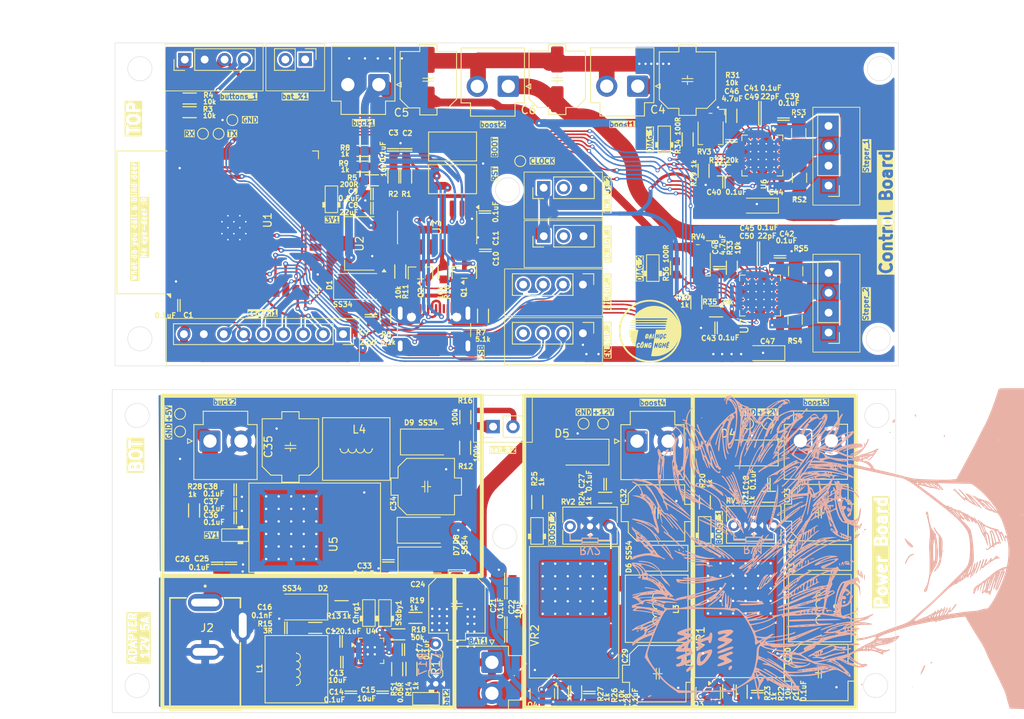
<source format=kicad_pcb>
(kicad_pcb (version 20241229) (generator "pcbnew") (generator_version "9.0")
  (layers (0 "F.Cu" signal) (2 "B.Cu" signal) (13 "F.Paste" user) (15 "B.Paste" user) (5 "F.SilkS" user "F.Silkscreen") (7 "B.SilkS" user "B.Silkscreen") (1 "F.Mask" user) (3 "B.Mask" user) (25 "Edge.Cuts" user))
  (net 0 "")
  (net 1 "Net-(3V1-A)")
  (net 2 "GND1")
  (net 3 "Net-(5V1-A)")
  (net 4 "GND")
  (net 5 "+12V_1")
  (net 6 "+12V_2")
  (net 7 "Net-(BOOST_1-A)")
  (net 8 "Net-(BOOST_2-A)")
  (net 9 "Vbat")
  (net 10 "+5V")
  (net 11 "+3.3V")
  (net 12 "/esp_EN")
  (net 13 "esp32_CLK")
  (net 14 "USB_5V")
  (net 15 "Adapter_+12V")
  (net 16 "Net-(U4-VS)")
  (net 17 "/BTN2")
  (net 18 "/Power Circuits/Vreg")
  (net 19 "Net-(U6-VCP)")
  (net 20 "Net-(U7-VCP)")
  (net 21 "Net-(U6-CPO)")
  (net 22 "Net-(U6-CPI)")
  (net 23 "Net-(U7-CPO)")
  (net 24 "Net-(U7-CPI)")
  (net 25 "Net-(Chrg1-K)")
  (net 26 "Net-(Chrg1-A)")
  (net 27 "Net-(D2-K)")
  (net 28 "Net-(D3-A)")
  (net 29 "Net-(D7-K)")
  (net 30 "Net-(DIAG_1-A)")
  (net 31 "Net-(DIAG_2-A)")
  (net 32 "/SDA")
  (net 33 "/SCL")
  (net 34 "/D+")
  (net 36 "/D-")
  (net 37 "Net-(J1-CC1)")
  (net 38 "Net-(J1-CC2)")
  (net 40 "Net-(Q1-B)")
  (net 41 "/RST")
  (net 42 "Net-(Q2-B)")
  (net 43 "/DTR")
  (net 44 "Net-(Q3-C)")
  (net 45 "Net-(Q3-B)")
  (net 46 "Net-(Q4-C)")
  (net 47 "Net-(Q4-B)")
  (net 48 "/TX")
  (net 49 "Net-(C16-Pad1)")
  (net 50 "Net-(U3-TXD)")
  (net 51 "/RX")
  (net 52 "/Power Circuits/NTC")
  (net 53 "Net-(U3-RXD)")
  (net 54 "Net-(VR1-FB)")
  (net 55 "Net-(VR2-FB)")
  (net 56 "TX_TMC")
  (net 57 "RX_TMC")
  (net 58 "Net-(U6-SPREAD)")
  (net 59 "Net-(U6-~{EN})")
  (net 60 "Net-(U7-SPREAD)")
  (net 61 "DIAG_1")
  (net 62 "Net-(U7-~{EN})")
  (net 63 "DIAG_2")
  (net 64 "Net-(U6-BRA)")
  (net 65 "Net-(U6-BRB)")
  (net 66 "Net-(U7-BRA)")
  (net 67 "Net-(U7-BRB)")
  (net 70 "Net-(U6-VREF)")
  (net 71 "Net-(U7-VREF)")
  (net 72 "/DC")
  (net 73 "/SCL1")
  (net 74 "/SDA1")
  (net 75 "/SCK")
  (net 76 "/BACKLIGHT")
  (net 77 "/CS")
  (net 78 "/BTN3")
  (net 79 "/BTN1")
  (net 80 "/MISO")
  (net 81 "/MOSI")
  (net 82 "Net-(U4-RTRICK)")
  (net 83 "Net-(Stdby1-K)")
  (net 84 "Net-(Steper_1-Pin_1)")
  (net 85 "Net-(Steper_1-Pin_3)")
  (net 86 "Net-(Steper_1-Pin_4)")
  (net 87 "Net-(Steper_1-Pin_2)")
  (net 88 "Net-(Steper_2-Pin_1)")
  (net 89 "Net-(Steper_2-Pin_4)")
  (net 90 "Net-(Steper_2-Pin_3)")
  (net 91 "Net-(Steper_2-Pin_2)")
  (net 92 "DIR_1")
  (net 93 "STEP_2")
  (net 96 "EN_1")
  (net 100 "DIR_2")
  (net 101 "STEP_1")
  (net 102 "EN_2")
  (net 113 "ROT_TRK_1")
  (net 115 "ROT_TRK_2")
  (net 117 "Net-(bat2-A)")
  (net 118 "Net-(D6-A)")
  (net 119 "Net-(D9-K)")
  (net 122 "Net-(bat_%2-Pin_1)")
  (footprint "PCM_Inductor_SMD_Handsoldering_AKL:L_7.3x7.3_H4.5" (layer "F.Cu") (at 149.9175 91.239214 90)
    (property "Reference" "L2")
    (property "Value" "47uH" (hide yes))
  )
  (footprint "PCM_4ms_Capacitor:C_0603" (layer "F.Cu") (at 92.625 53.89134 -90)
    (property "Reference" "C7")
    (property "Value" "22uF")
  )
  (footprint "Connector_PinHeader_2.54mm:PinHeader_1x02_P2.54mm_Vertical" (layer "F.Cu") (at 108.215 68.056714 90)
    (property "Reference" "bat_%2")
    (property "Value" "battery _percentage")
  )
  (footprint "Connector_JST:JST_VH_B2P-VH-B_1x02_P3.96mm_Vertical" (layer "F.Cu") (at 126.5825 69.914214)
    (property "Reference" "boost4")
    (property "Value" "boost_2")
  )
  (footprint "Connector_JST:JST_VH_B2P-VH-B_1x02_P3.96mm_Vertical" (layer "F.Cu") (at 147.435 69.864214)
    (property "Reference" "boost3")
    (property "Value" "boost_1")
  )
  (footprint "Diode_SMD:D_SMA" (layer "F.Cu") (at 150.4175 84.764214 180)
    (property "Reference" "D3")
    (property "Value" "SS54")
  )
  (footprint "Diode_SMD:D_SMA" (layer "F.Cu") (at 83.602842 91.094214 180)
    (property "Reference" "D2")
    (property "Value" "SS34")
  )
  (footprint "Connector_PinHeader_2.54mm:PinHeader_1x03_P2.54mm_Vertical" (layer "F.Cu") (at 114.665 37.54134 90)
    (property "Reference" "EN_BOT_2")
    (property "Value" "Conn_01x03")
  )
  (footprint "PCM_4ms_Capacitor:C_0603" (layer "F.Cu") (at 137.085 47.76134 -90)
    (property "Reference" "C48")
    (property "Value" "4.7uF")
  )
  (footprint "my_custom_footprint:GCT_DCJ200-10-A-XX-K_REVA" (layer "F.Cu") (at 71.457842 97.076714)
    (property "Reference" "J2")
    (property "Value" "Barrel_Jack_Switch_Pin3Ring")
  )
  (footprint "Connector_PinHeader_2.54mm:PinHeader_1x02_P2.54mm_Vertical" (layer "F.Cu") (at 84.225 21.16134 -90)
    (property "Reference" "bat_%1")
    (property "Value" "battery _percentage")
  )
  (footprint "Diode_SMD:D_SMA" (layer "F.Cu") (at 129.5675 84.864214 180)
    (property "Reference" "D6")
    (property "Value" "SS54")
  )
  (footprint "PCM_4ms_Resistor:R_0603" (layer "F.Cu") (at 96.365 48.25 90)
    (property "Reference" "R11")
    (property "Value" "10k")
  )
  (footprint "PCM_LED_SMD_AKL:LED_0603_1608Metric_Pad1.05x0.95mm" (layer "F.Cu") (at 94.407842 91.864214 90)
    (property "Reference" "Stdby1")
    (property "Value" "LED" (hide yes))
  )
  (footprint "Connector_USB:USB_C_Receptacle_GCT_USB4105-xx-A_16P_TopMnt_Horizontal" (layer "F.Cu") (at 100.675 56.66634)
    (property "Reference" "USB")
    (property "Value" "USB_C_Receptacle_USB2.0_16P")
  )
  (footprint "PCM_4ms_Capacitor:C_0603" (layer "F.Cu") (at 109.8425 89.314214)
    (property "Reference" "C31" (hide yes))
    (property "Value" "10uF" (hide yes))
  )
  (footprint "Diode_SMD:D_SMA" (layer "F.Cu") (at 99.58 85.089214)
    (property "Reference" "D7")
    (property "Value" "SS54" (hide yes))
  )
  (footprint "PCM_4ms_Resistor:R_0603" (layer "F.Cu") (at 92.725 36.59134)
    (property "Reference" "R5")
    (property "Value" "200R")
  )
  (footprint "PCM_4ms_Resistor:R_0603" (layer "F.Cu") (at 96.107842 94.589214 180)
    (property "Reference" "R18")
    (property "Value" "50k")
  )
  (footprint "TestPoint:TestPoint_Pad_D1.0mm" (layer "F.Cu") (at 73.175 30.64134 90)
    (property "Reference" "TX")
    (property "Value" "TestPoint")
  )
  (footprint "Package_TO_SOT_SMD:SOT-223-3_TabPin2" (layer "F.Cu") (at 91.165 44.65 180)
    (property "Reference" "U2")
    (property "Value" "AMS1117-3.3")
  )
  (footprint "Package_TO_SOT_SMD:SOT-23" (layer "F.Cu") (at 98.94 48.425 90)
    (property "Reference" "Q2")
    (property "Value" "SS8050")
  )
  (footprint "PCM_4ms_Capacitor:C_0603" (layer "F.Cu") (at 75.2925 77.914214)
    (property "Reference" "C37")
    (property "Value" "0.1uF")
  )
  (footprint "PCM_4ms_Resistor:R_0603" (layer "F.Cu") (at 104.6675 66.839214 90)
    (property "Reference" "R16")
    (property "Value" "100k")
  )
  (footprint "Package_TO_SOT_SMD:SOT-23" (layer "F.Cu") (at 135.6675 102.139214 -90)
    (property "Reference" "Q3")
    (property "Value" "SS8050")
  )
  (footprint "Capacitor_Tantalum_SMD:CP_EIA-3216-12_Kemet-S_HandSolder" (layer "F.Cu") (at 142.135 39.82634 180)
    (property "Reference" "C44")
    (property "Value" "100uF")
  )
  (footprint "PCM_4ms_Resistor:R_0603" (layer "F.Cu") (at 69.475 26.14134)
    (property "Reference" "R4")
    (property "Value" "10k")
  )
  (footprint "PCM_4ms_Capacitor:C_0603" (layer "F.Cu") (at 142.085 45.21134 180)
    (property "Reference" "C45")
    (property "Value" "0.1uF")
  )
  (footprint "PCM_Capacitor_SMD_Handsoldering_AKL:C_Elec_6.3x7.7" (layer "F.Cu") (at 149.9175 99.464214)
    (property "Reference" "C20")
    (property "Value" "330uF" (hide yes))
  )
  (footprint "PCM_4ms_Resistor:R_1206_3216Metric" (layer "F.Cu") (at 146.76 54.39884 -90)
    (property "Reference" "RS4")
    (property "Value" "0.1R")
  )
  (footprint "PCM_4ms_Capacitor:C_0603" (layer "F.Cu") (at 136.675 55.44134)
    (property "Reference" "C43")
    (property "Value" "0.1uF")
  )
  (footprint "Connector_JST:JST_VH_B2P-VH-B_1x02_P3.96mm_Vertical" (layer "F.Cu") (at 110.15 24.59134 180)
    (property "Reference" "boost2")
    (property "Value" "boost_2")
  )
  (footprint "PCM_Inductor_SMD_Handsoldering_AKL:L_7.3x7.3_H4.5" (layer "F.Cu") (at 129.0925 91.314214 90)
    (property "Reference" "L3")
    (property "Value" "47uH" (hide yes))
  )
  (footprint "PCM_4ms_Resistor:R_0603" (layer "F.Cu") (at 94.45 53.91634 -90)
    (property "Reference" "R6")
    (property "Value" "5.1k")
  )
  (footprint "PCM_Potentiometer_THT_AKL_Double:Potentiometer_Bourns_3266Y_Vertical" (layer "F.Cu") (at 138.9425 80.664214 180)
    (property "Reference" "RV1")
    (property "Value" "10k" (hide yes))
  )
  (footprint "PCM_4ms_Resistor:R_0603" (layer "F.Cu") (at 138.685 47.76134 90)
    (property "Reference" "R33")
    (property "Value" "10k")
  )
  (footprint "PCM_4ms_Capacitor:C_0603" (layer "F.Cu") (at 137.675 36.82634)
    (property "Reference" "C40")
    (property "Value" "0.1uF")
  )
  (footprint "Connector_JST:JST_VH_B2P-VH-B_1x02_P3.96mm_Vertical" (layer "F.Cu") (at 72.0725 69.901714)
    (property "Reference" "buck2")
    (property "Value" "buck")
  )
  (footprint "PCM_LED_SMD_AKL:LED_0603_1608Metric_Pad1.05x0.95mm" (layer "F.Cu") (at 135.2175 81.251714 90)
    (property "Reference" "BOOST_1")
    (property "Value" "LED" (hide yes))
  )
  (footprint "TestPoint:TestPoint_Pad_D1.0mm" (layer "F.Cu") (at 71.175 30.64134)
    (property "Reference" "RX")
    (property "Value" "TestPoint")
  )
  (footprint "PCM_4ms_Resistor:R_0603" (layer "F.Cu") (at 135.075 35.37634 90)
    (property "Reference" "R29")
    (property "Value" "1k")
  )
  (footprint "Connector_JST:JST_VH_B2P-VH-B_1x02_P3.96mm_Vertical" (layer "F.Cu") (at 93.625 24.36634 180)
    (property "Reference" "buck1")
    (property "Value" "buck")
  )
  (footprint "PCM_Capacitor_SMD_Handsoldering_AKL:C_Elec_6.3x7.7" (layer "F.Cu") (at 129.0675 79.089214)
    (property "Reference" "C32")
    (property "Value" "100uF" (hide yes))
  )
  (footprint "Diode_SMD:D_SMA" (layer "F.Cu") (at 91.365 50.15)
    (property "Reference" "D1")
    (property "Value" "SS34")
  )
  (footprint "PCM_4ms_Capacitor:C_0603" (layer "F.Cu") (at 88.807842 95.489214 180)
    (property "Reference" "C12")
    (property "Value" "0.1uF")
  )
  (footprint "TestPoint:TestPoint_Pad_D1.0mm" (layer "F.Cu") (at 122.255 67.676714)
    (property "Reference" "+12V")
    (property "Value" "TestPoint")
  )
  (footprint "PCM_Capacitor_SMD_Handsoldering_AKL:C_Elec_6.3x7.7" (layer "F.Cu") (at 99.95 23.74134 90)
    (property "Reference" "C5")
    (property "Value" "100uF" (hide yes))
  )
  (footprint "TestPoint:TestPoint_Pad_D1.0mm" (layer "F.Cu") (at 74.925 28.89134 180)
    (property "Reference" "GND")
    (property "Value" "TestPoint")
  )
  (footprint "Connector_PinHeader_2.54mm:PinHeader_1x03_P2.54mm_Vertical" (layer "F.Cu") (at 114.675 43.73134 90)
    (property "Reference" "EN_BOT_1")
    (property "Value" "Conn_01x03")
  )
  (footprint "Connector_PinHeader_2.54mm:PinHeader_1x04_P2.54mm_Vertical" (layer "F.Cu") (at 151.025 37.26134 180)
    (property "Reference" "Steper_1")
    (property "Value" "Conn_01x04")
  )
  (footprint "PCM_4ms_Capacitor:C_0603" (layer "F.Cu") (at 109.8425 93.114214)
    (property "Reference" "C21")
    (property "Value" "0.1uF")
  )
  (footprint "PCM_4ms_Capacitor:C_0603" (layer "F.Cu") (at 144.835 46.36134 90)
    (property "Reference" "C42")
    (property "Value" "0.1uF")
  )
  (footprint "PCM_4ms_Resistor:R_0603" (layer "F.Cu") (at 137.675 35.32634 180)
    (property "Reference" "R32")
    (property "Value" "20k")
  )
  (footprint "TestPoint:TestPoint_Pad_D1.0mm" (layer "F.Cu") (at 143.255 67.676714)
    (property "Reference" "+12V")
    (property "Value" "TestPoint")
  )
  (footprint "Diode_SMD:D_SMA" (layer "F.Cu") (at 99.48 81.289214)
    (property "Reference" "D8")
    (property "Value" "SS54")
  )
  (footprint "PCM_4ms_Resistor:R_0603" (layer "F.Cu") (at 104.6425 70.764214 90)
    (property "Reference" "R12")
    (property "Value" "100k")
  )
  (footprint "PCM_4ms_Capacitor:C_0603" (layer "F.Cu") (at 143.4175 75.389214 180)
    (property "Reference" "C18")
    (property "Value" "0.1uF")
  )
  (footprint "PCM_4ms_Capacitor:C_0603" (layer "F.Cu") (at 138.625 31.55134 90)
    (property "Reference" "C46")
    (property "Value" "4.7uF")
  )
  (footprint "Connector_PinHeader_2.54mm:PinHeader_1x04_P2.54mm_Vertical" (layer "F.Cu") (at 119.675 49.91134 -90)
    (property "Reference" "EN_TOP_1")
    (property "Value" "Conn_01x04")
  )
  (footprint "PCM_LED_SMD_AKL:LED_0603_1608Metric_Pad1.05x0.95mm" (layer "F.Cu") (at 128.605 47.80134 90)
    (property "Reference" "DIAG_2")
    (property "Value" "LED" (hide yes))
  )
  (footprint "PCM_4ms_Resistor:R_0603" (layer "F.Cu") (at 122.5175 77.139214)
    (property "Reference" "R24")
    (property "Value" "1k")
  )
  (footprint "Potentiometer_SMD:Potentiometer_Bourns_TC33X_Vertical" (layer "F.Cu") (at 135.975 30.12634 -90)
    (property "Reference" "RV3")
    (property "Value" "20k")
  )
  (footprint "PCM_4ms_Capacitor:C_0603" (layer "F.Cu") (at 74.7425 85.514214 90)
    (property "Reference" "C26")
    (property "Value" "0.1uF" (hide yes))
  )
  (footprint "PCM_LED_SMD_AKL:LED_0603_1608Metric_Pad1.05x0.95mm" (layer "F.Cu") (at 113.8175 81.376714 90)
    (property "Reference" "BOOST_2")
    (property "Value" "LED" (hide yes))
  )
  (footprint "PCM_4ms_Capacitor:C_0603" (layer "F.Cu") (at 68.1105 52.56634 180)
    (property "Reference" "C1")
    (property "Value" "0.1uF")
  )
  (footprint "Diode_SMD:D_SMA" (layer "F.Cu") (at 99.8925 70.014214)
    (property "Reference" "D9")
    (property "Value" "SS34")
  )
  (footprint "PCM_Capacitor_SMD_Handsoldering_AKL:C_Elec_6.3x7.7" (layer "F.Cu") (at 116.4 23.69134 90)
    (property "Reference" "C6")
    (property "Value" "100uF" (hide yes))
  )
  (footprint "PCM_4ms_Resistor:R_0603" (layer "F.Cu") (at 138.625 28.35134 90)
    (property "Reference" "R31")
    (property "Value" "10k")
  )
  (footprint "PCM_4ms_Capacitor:C_0603" (layer "F.Cu") (at 90.057842 101.989214 -90)
    (property "Reference" "C14")
    (property "Value" "0.1uF")
  )
  (footprint "PCM_4ms_Resistor:R_0603" (layer "F.Cu") (at 69.475 27.89134)
    (property "Reference" "R3")
    (property "Value" "10k")
  )
  (footprint "Connector_PinHeader_2.54mm:PinHeader_1x04_P2.54mm_Vertical" (layer "F.Cu") (at 68.855 21.16634 90)
    (property "Reference" "buttons_1")
    (property "Value" "Conn_01x04")
  )
  (footprint "PCM_4ms_Capacitor:C_0603" (layer "F.Cu") (at 107.165 40.65 -90)
    (property "Reference" "C11")
    (property "Value" "0.1uF")
  )
  (footprint "Package_DFN_QFN:VQFN-28-1EP_5x5mm_P0.5mm_EP3.7x3.7mm_ThermalVias" (layer "F.Cu") (at 142.285 51.31134 -90)
    (property "Reference" "U7")
    (property "Value" "TMC2209-LA")
  )
  (footprint "PCM_4ms_Resistor:R_0603" (layer "F.Cu") (at 131.555 47.78634 -90)
    (property "Reference" "R36")
    (property "Value" "100R")
  )
  (footprint "PCM_4ms_Resistor:R_0603" (layer "F.Cu") (at 97.7925 99.014214 90)
    (property "Reference" "R14")
    (property "Value" "1k")
  )
  (footprint "TestPoint:TestPoint_Pad_D1.0mm" (layer "F.Cu") (at 68.255 68.676714 90)
    (property "Reference" "GND")
    (property "Value" "TestPoint")
  )
  (footprint "PCM_4ms_Capacitor:C_0603" (layer "F.Cu") (at 96.757842 96.539214)
    (property "Reference" "C17")
    (property "Value" "0.1uF")
  )
  (footprint "PCM_4ms_Capacitor:C_0603" (layer "F.Cu") (at 145.275 28.77634 90)
    (property "Reference" "C39")
    (property "Value" "0.1uF")
  )
  (footprint "PCM_4ms_Capacitor:C_0603" (layer "F.Cu") (at 142.085 46.81134 180)
    (property "Reference" "C50")
    (property "Value" "22pF")
  )
  (footprint "PCM_4ms_Resistor:R_0603" (layer "F.Cu") (at 88.857842 90.989214)
    (property "Reference" "R13")
    (property "Value" "1k")
  )
  (footprint "PCM_Inductor_SMD_Handsoldering_AKL:L_7.3x7.3_H4.5" (layer "F.Cu") (at 83.107842 99.039214 -90)
    (property "Reference" "L1")
    (property "Value" "22uH" (hide yes))
  )
  (footprint "PCM_4ms_Capacitor:C_0603" (layer "F.Cu") (at 95.465 32.7 90)
    (property "Reference" "C3")
    (property "Value" "0.1uF" (hide yes))
  )
  (footprint "PCM_4ms_Capacitor:C_0603" (layer "F.Cu") (at 92.75 40.14134 180)
    (property "Reference" "C8")
    (property "Value" "22uF")
  )
  (footprint "PCM_4ms_Capacitor:C_0603" (layer "F.Cu") (at 94.8425 85.201714 -90)
    (property "Reference" "C33")
    (property "Value" "0.1uF")
  )
  (footprint "PCM_4ms_Resistor:R_0603" (layer "F.Cu") (at 133.045 31.37134 -90)
    (property "Reference" "R34")
    (property "Value" "100R")
  )
  (footprint "PCM_Package_TO_SOT_SMD_AKL:TO-263-5_TabPin3_ThermalVias" (layer "F.Cu") (at 85.4425 80.964214 180)
    (property "Reference" "U5")
    (property "Value" "LM2596S-buck" (hide yes))
  )
  (footprint "PCM_LED_SMD_AKL:LED_0603_1608Metric_Pad1.05x0.95mm" (layer "F.Cu") (at 75.2675 81.914214 180)
    (property "Reference" "5V1")
    (property "Value" "LED" (hide yes))
  )
  (footprint "PCM_4ms_Capacitor:C_0603" (layer "F.Cu") (at 109.8425 87.514214)
    (property "Reference" "C30" (hide yes))
    (property "Value" "0.1uF" (hide yes))
  )
  (footprint "Capacitor_Tantalum_SMD:CP_EIA-3216-12_Kemet-S_HandSolder" (layer "F.Cu") (at 142.95 58.66634 180)
    (property "Reference" "C47")
    (property "Value" "100uF")
  )
  (footprint "PCM_4ms_Capacitor:C_0603" (layer "F.Cu") (at 141.9425 101.901714 -90)
    (property "Reference" "C19")
    (property "Value" "0.1uF")
  )
  (footprint "PCM_4ms_Capacitor:C_0603" (layer "F.Cu") (at 88.907842 98.139214 180)
    (property "Reference" "C13")
    (property "Value" "10uF")
  )
  (footprint "PCM_4ms_Capacitor:C_0603" (layer "F.Cu") (at 120.4925 102.014214 -90)
    (property "Reference" "C28")
    (property "Value" "0.1uF")
  )
  (footprint "LOGO" (layer "F.Cu") (at 128.255 55.85134)
    (property "Reference" "G***" (hide yes))
    (property "Value" "LOGO" (hide yes))
  )
  (footprint "Diode_SMD:D_SMA" (layer "F.Cu") (at 119.4925 71.314214 180)
    (property "Reference" "D5")
    (property "Value" "SS54")
  )
  (footprint "PCM_4ms_Capacitor:C_0603" (layer "F.Cu") (at 122.5175 75.414214 180)
    (property "Reference" "C27")
    (property "Value" "0.1uF")
  )
  (footprint "PCM_4ms_Resistor:R_0603" (layer "F.Cu") (at 70.0425 78.764214 90)
    (property "Reference" "R28")
    (property "Value" "1k")
  )
  (footprint "PCM_LED_SMD_AKL:LED_0603_1608Metric_Pad1.05x0.95mm" (layer "F.Cu") (at 92.357842 91.864214 90)
    (property "Reference" "Chrg1")
    (property "Value" "LED" (hide yes))
  )
  (footprint "PCM_4ms_Resistor:R_0603" (layer "F.Cu") (at 95.9675 99.039214 -90)
    (property "Reference" "RS1")
    (property "Value" "0.05R")
  )
  (footprint "PCM_4ms_Capacitor:C_0603" (layer "F.Cu") (at 97.115 32.7 90)
    (property "Reference" "C2")
    (property "Value" "0.1uF")
  )
  (footprint "Connector_PinSocket_2.54mm:PinSocket_1x09_P2.54mm_Vertical" (layer "F.Cu") (at 89.065 56.24134 -90)
    (property "Reference" "screen1")
    (property "Value" "Conn_01x09_Pin")
  )
  (footprint "PCM_4ms_Capacitor:C_0603" (layer "F.Cu") (at 92.75 38.34134 180)
    (property "Reference" "C9")
    (property "Value" "0.1uF")
  )
  (footprint "TestPoint:TestPoint_Pad_D1.0mm" (layer "F.Cu") (at 119.755 67.676714)
    (property "Reference" "GND")
    (property "Value" "TestPoint")
  )
  (footprint "PCM_Package_TO_SOT_SMD_AKL:TO-263-5_TabPin6_ThermalVias" (layer "F.Cu") (at 118.5425 91.764214 90)
    (property "Reference" "VR2")
    (property "Value" "XL6019" (hide yes))
  )
  (footprint "PCM_4ms_Capacitor:C_0603" (layer "F.Cu") (at 81.762842 93.764214 180)
    (property "Reference" "C16")
    (property "Value" "0.1nF")
  )
  (footprint "PCM_4ms_Resistor:R_0603" (layer "F.Cu") (at 106.925 53.89134 90)
    (property "Reference" "R7")
    (property "Value" "5.1k")
  )
  (footprint "PCM_4ms_Resistor:R_0603" (layer "F.Cu") (at 118.8175 102.014214 90)
    (property "Reference" "R26")
    (property "Value" "10k")
  )
  (footprint "Connector_JST:JST_VH_B2P-VH-B_1x02_P3.96mm_Vertical" (layer "F.Cu") (at 126.675 24.56634 180)
    (property "Reference" "boost1")
    (property "Value" "boost_1")
  )
  (footprint "RF_Module:ESP32-WROOM-32" (layer "F.Cu") (at 76.035 41.96634 90)
    (property "Reference" "U1")
    (property "Value" "ESP32-WROOM-32")
  )
  (footprint "PCM_4ms_Resistor:R_0603" (layer "F.Cu") (at 97.115 36.1 90)
    (property "Reference" "R1")
    (property "Value" "10k")
  )
  (footprint "PCM_LED_SMD_AKL:LED_0603_1608Metric_Pad1.05x0.95mm" (layer "F.Cu") (at 87.575 39.01634 90)
    (property "Reference" "3V1")
    (property "Value" "LED" (hide yes))
  )
  (footprint "PCM_4ms_Resistor:R_1206_3216Metric" (layer "F.Cu") (at 147.225 30.57634 90)
    (property "Reference" "RS3")
    (property "Value" "0.1R")
  )
  (footprint "PCM_4ms_Capacitor:C_0603" (layer "F.Cu") (at 107.225 45.54134 90)
    (property "Reference" "C10")
    (property "Value" "0.1uF" (hide yes))
  )
  (footprint "PCM_4ms_Resistor:R_0603" (layer "F.Cu") (at 135.2425 77.726714 90)
    (property "Reference" "R20")
    (property "Value" "1k")
  )
  (footprint "PCM_Resistor_THT_AKL_Double:R_Axial_DIN0204_L3.6mm_D1.6mm_P5.08mm_Horizontal" (layer "F.Cu") (at 100.8925 100.904214 90)
    (property "Reference" "R17")
    (property "Value" "47d 3950 (10K)" (hide yes))
  )
  (footprint "PCM_4ms_Resistor:R_0603" (layer "F.Cu") (at 117.1675 102.014214 -90)
    (property "Reference" "R27")
    (property "Value" "1k")
  )
  (footprint "TestPoint:TestPoint_Pad_D1.0mm" (layer "F.Cu") (at 68.255 66.426714 90)
    (property "Reference" "+5V")
    (property "Value" "TestPoint")
  )
  (footprint "PCM_Capacitor_SMD_Handsoldering_AKL:C_Elec_6.3x7.7" (layer "F.Cu") (at 99.68 75.714214)
    (property "Reference" "C34")
    (property "Value" "100uF" (hide yes))
  )
  (footprint "PCM_4ms_Resistor:R_0603" (layer "F.Cu") (at 113.8425 77.701714 90)
    (property "Reference" "R25")
    (property "Value" "1k")
  )
  (footprint "PCM_4ms_Resistor:R_0603" (layer "F.Cu") (at 134.15 52.16634 90)
    (property "Reference" "R30")
    (property "Value" "1k")
  )
  (footprint "Package_DFN_QFN:VQFN-28-1EP_5x5mm_P0.5mm_EP3.7x3.7mm_ThermalVias" (layer "F.Cu") (at 142.575 33.42634 -90)
    (property "Reference" "U6")
    (property "Value" "TMC2209-LA")
  )
  (footprint "PCM_LED_SMD_AKL:LED_0603_1608Metric_Pad1.05x0.95mm" (layer "F.Cu") (at 99.6425 102.814214 180)
    (property "Reference" "bat2")
    (property "Value" "LED" (hide yes))
  )
  (footprint "PCM_4ms_Capacitor:C_0603" (layer "F.Cu") (at 94.107842 101.989214 -90)
    (property "Reference" "C15")
    (property "Value" "10uF")
  )
  (footprint "Package_TO_SOT_SMD:SOT-23" (layer "F.Cu") (at 114.4925 102.176714 -90)
    (property "Reference" "Q4")
    (property "Value" "SS8050")
  )
  (footprint "PCM_4ms_Resistor:R_0603" (layer "F.Cu") (at 95.49 36.1 90)
    (property "Reference" "R2")
    (property "Value" "10k" (hide yes))
  )
  (footprint "TestPoint:TestPoint_Pad_D1.0mm" (layer "F.Cu") (at 140.755 67.676714)
    (property "Reference" "GND")
    (property "Value" "TestPoint")
  )
  (footprint "PCM_4ms_Resistor:R_0603" (layer "F.Cu") (at 91.665 32.84134 180)
    (property "Reference" "R8")
    (property "Value" "1k")
  )
  (footprint "PCM_4ms_Resistor:R_0603" (layer "F.Cu") (at 136.675 53.34134 180)
    (property "Reference" "R35")
    (property "Value" "20k")
  )
  (footprint "PCM_4ms_Resistor:R_0603" (layer "F.Cu") (at 85.512842 93.764214)
    (property "Reference" "R15")
    (property "Value" "3R")
  )
  (footprint "PCM_4ms_Resistor:R_0603" (layer "F.Cu") (at 91.675 34.84134 180)
    (property "Reference" "R9")
    (property "Value" "1k")
  )
  (footprint "Connector_JST:JST_VH_B2P-VH-B_1x02_P3.96mm_Vertical" (layer "F.Cu") (at 108.06 98.164214 -90)
    (property "Reference" "BAT1")
    (property "Value" "Bat_protected")
  )
  (footprint "Potentiometer_SMD:Potentiometer_Bourns_TC33X_Vertical" (layer "F.Cu") (at 134.335 46.91134 -90)
    (property "Reference" "RV4")
    (property "Value" "20k")
  )
  (footprint "PCM_Capacitor_SMD_Handsoldering_AKL:C_Elec_6.3x7.7" (layer "F.Cu") (at 149.9175 79.039214)
    (property "Reference" "C23")
    (property "Value" "100uF" (hide yes))
  )
  (footprint "PCM_4ms_Resistor:R_0603" (layer "F.Cu") (at 138.2175 101.864214 -90)
    (property "Reference" "R23")
    (property "Value" "1k")
  )
  (footprint "PCM_Capacitor_SMD_Handsoldering_AKL:C_Elec_6.3x7.7" (layer "F.Cu") (at 103.5925 90.839214 -90)
    (property "Reference" "C24")
    (property "Value" "100uF" (hide yes))
  )
  (footprint "Connector_PinHeader_2.54mm:PinHeader_1x04_P2.54mm_Vertical" (layer "F.Cu") (at 151.035 56.03634 180)
    (property "Reference" "Steper_2")
    (property "Value" "Conn_01x04")
  )
  (footprint "PCM_Inductor_SMD_Handsoldering_AKL:L_7.3x7.3_H4.5" (layer "F.Cu") (at 90.7425 70.914214 180)
    (property "Reference" "L4")
    (property "Value" "33uH" (hide yes))
  )
  (footprint "Package_TO_SOT_SMD:SOT-23" (layer "F.Cu") (at 104.54 48.3375 90)
    (property "Reference" "Q1")
    (property "Value" "SS8050")
  )
  (footprint "Package_DFN_QFN:LQFN-16-1EP_3x3mm_P0.5mm_EP1.7x1.7mm" (layer "F.Cu") (at 92.647842 96.689214)
    (property "Reference" "U4")
    (property "Value" "TP5100")
  )
  (footprint "Connector_PinHeader_2.54mm:PinHeader_1x04_P2.54mm_Vertical" (layer "F.Cu") (at 119.673 56.12734 -90)
    (property "Reference" "EN_TOP_2")
    (property "Value" "Conn_01x04")
  )
  (footprint "PCM_4ms_Resistor:R_1206_3216Metric" (layer "F.Cu") (at 147.325 36.27384 -90)
    (property "Reference" "RS2")
    (property "Value" "0.1R")
  )
  (footprint "PCM_Potentiometer_THT_AKL_Double:Potentiometer_Bourns_3266Y_Vertical" (layer "F.Cu") (at 118.0425 80.789214 180)
    (property "Reference" "RV2")
    (property "Value" "10k" (hide yes))
  )
  (footprint "Diode_SMD:D_SMA" (layer "F.Cu") (at 141.0925 71.414214 180)
    (property "Reference" "D4")
    (property "Value" "SS54")
  )
  (footprint "PCM_4ms_Capacitor:C_0603" (layer "F.Cu") (at 109.832842 94.839214)
    (property "Reference" "C22")
    (property "Value" "10uF")
  )
  (footprint "TestPoint:TestPoint_Pad_D1.0mm" (layer "F.Cu") (at 111.675 34.14134)
    (property "Reference" "CLOCK")
    (property "Value" "TestPoint")
  )
  (footprint "Button_Switch_SMD:SW_SPST_CK_RS282G05A3" (layer "F.Cu") (at 103.04 32.275)
    (property "Reference" "BOOT")
    (property "Value" "reset")
  )
  (footprint "PCM_4ms_Resistor:R_1206_3216Metric" (layer "F.Cu") (at 146.835 48.19884 90)
    (property "Reference" "RS5")
    (property "Value" "0.1R")
  )
  (footprint "PCM_4ms_Resistor:R_0603" (layer "F.Cu") (at 139.9425 101.914214 90)
    (property "Reference" "R22")
    (property "Value" "10k")
  )
  (footprint "PCM_Capacitor_SMD_Handsoldering_AKL:C_Elec_6.3x7.7" (layer "F.Cu") (at 82.3425 70.651714 90)
    (property "Reference" "C35")
    (property "Value" "100uF" (hide yes))
  )
  (footprint "PCM_Capacitor_SMD_Handsoldering_AKL:C_Elec_6.3x7.7" (layer "F.Cu") (at 129.23 99.614214)
    (property "Reference" "C29")
    (property "Value" "330uF" (hide yes))
  )
  (footprint "Package_SO:SOIC-16_3.9x9.9mm_P1.27mm" (layer "F.Cu") (at 101.065 42.625 -90)
    (property "Reference" "U3")
    (property "Value" "CH340C")
  )
  (footprint "PCM_Package_TO_SOT_SMD_AKL:TO-263-5_TabPin6_ThermalVias" (layer "F.Cu") (at 139.6425 91.714214 90)
    (property "Reference" "VR1")
    (property "Value" "XL6019" (hide yes))
  )
  (footprint "PCM_4ms_Capacitor:C_0603" (layer "F.Cu") (at 75.2925 76.114214)
    (property "Reference" "C38")
    (property "Value" "0.1uF")
  )
  (footprint "PCM_4ms_Capacitor:C_0603" (layer "F.Cu") (at 142.275 28.82634 180)
    (property "Reference" "C49")
    (property "Value" "22pF")
  )
  (footprint "PCM_LED_SMD_AKL:LED_0603_1608Metric_Pad1.05x0.95mm" (layer "F.Cu") (at 130.055 31.36634 90)
    (property "Reference" "DIAG_1")
    (property "Value" "LED" (hide yes))
  )
  (footprint "PCM_Capacitor_SMD_Handsoldering_AKL:C_Elec_6.3x7.7" (layer "F.Cu") (at 133.025 23.79134 90)
    (property "Reference" "C4")
    (property "Value" "100uF" (hide yes))
  )
  (footprint "PCM_4ms_Capacitor:C_0603" (layer "F.Cu") (at 75.2925 79.714214)
    (property "Reference" "C36")
    (property "Value" "0.1uF")
  )
  (footprint "PCM_4ms_Capacitor:C_0603" (layer "F.Cu") (at 142.275 27.27634 180)
    (property "Reference" "C41")
    (property "Value" "0.1uF")
  )
  (footprint "PCM_4ms_Resistor:R_0603" (layer "F.Cu") (at 98.307842 92.489214)
    (property "Reference" "R19")
    (property "Value" "1k")
  )
  (footprint "PCM_4ms_Capacitor:C_0603" (layer "F.Cu") (at 72.9925 85.514214 90)
    (property "Reference" "C25")
    (property "Value" "0.1uF")
  )
  (footprint "PCM_4ms_Resistor:R_0603" (layer "F.Cu") (at 143.4175 77.014214)
    (property "Reference" "R21")
    (property "Value" "1k")
  )
  (footprint "PCM_4ms_Resistor:R_0603" (layer "F.Cu") (at 101.89 48.4 -90)
    (property "Reference" "R10")
    (property "Value" "10k")
  )
  (footprint "Button_Switch_SMD:SW_SPST_CK_RS282G05A3" (layer "F.Cu") (at 103.04 36.45)
    (property "Reference" "RST")
    (property "Value" "boot")
  )
  (footprint "LOGO" (layer "B.Cu") (at 151 83.5 -90)
    (property "Reference" "G***" (hide yes))
    (property "Value" "LOGO" (hide yes))
  )
  (gr_rect (start 65.9925 87.106714) (end 103.277158 103.921714) (stroke (width 0.5)) (fill no) (layer "F.SilkS"))
  (gr_rect (start 66.012671 64.114214) (end 106.772329 87.139214) (stroke (width 0.5)) (fill no) (layer "F.SilkS"))
  (gr_rect (start 133.69875 64.114214) (end 154.51125 103.939214) (stroke (width 0.5)) (fill no) (layer "F.SilkS"))
  (gr_rect (start 112.18625 64.114214) (end 133.69875 103.939214) (stroke (width 0.5)) (fill no) (layer "F.SilkS"))
  (gr_circle (center 157.55 22.34134) (end 159.1 22.34134) (stroke (width 0.05)) (fill no) (layer "Edge.Cuts"))
  (gr_circle (center 62.78 66.626714) (end 64.33 66.626714) (stroke (width 0.05)) (fill no) (layer "Edge.Cuts"))
  (gr_circle (center 157.375 56.84134) (end 158.925 56.84134) (stroke (width 0.05)) (fill no) (layer "Edge.Cuts"))
  (gr_circle (center 157.205 66.626714) (end 158.755 66.626714) (stroke (width 0.05)) (fill no) (layer "Edge.Cuts"))
  (gr_circle (center 63.125 56.84134) (end 64.675 56.84134) (stroke (width 0.05)) (fill no) (layer "Edge.Cuts"))
  (gr_circle (center 63.125 22.34134) (end 64.675 22.34134) (stroke (width 0.05)) (fill no) (layer "Edge.Cuts"))
  (gr_rect (start 59.95 19.04134) (end 159.95 60.29134) (stroke (width 0.05)) (fill no) (layer "Edge.Cuts"))
  (gr_circle (center 109.715 82.096714) (end 111.265 82.096714) (stroke (width 0.05)) (fill no) (layer "Edge.Cuts"))
  (gr_circle (center 110.06 37.81134) (end 111.61 37.81134) (stroke (width 0.05)) (fill no) (layer "Edge.Cuts"))
  (gr_rect (start 59.605 63.326714) (end 159.605 104.576714) (stroke (width 0.05)) (fill no) (layer "Edge.Cuts"))
  (gr_circle (center 157.03 101.126714) (end 158.58 101.126714) (stroke (width 0.05)) (fill no) (layer "Edge.Cuts"))
  (gr_circle (center 62.78 101.126714) (end 64.33 101.126714) (stroke (width 0.05)) (fill no) (layer "Edge.Cuts"))
  (gr_text "Control Board" (at 159.275 48.80134 90) (layer "F.SilkS" knockout) (effects (font (size 1.5 1.5) (thickness 0.375) (bold yes)) (justify left bottom)))
  (gr_text "TOP" (at 63.245 30.99134 90) (layer "F.SilkS" knockout) (effects (font (size 1.5 1.5) (thickness 0.375) (bold yes)) (justify left bottom)))
  (gr_text "No eye-deer :D" (at 64.025 46.59134 90) (layer "F.SilkS" knockout) (effects (font (size 0.65 0.65) (thickness 0.1625) (bold yes)) (justify left bottom)))
  (gr_text "BOT" (at 63.515 74.166714 90) (layer "F.SilkS" knockout) (effects (font (size 1.5 1.5) (thickness 0.375) (bold yes)) (justify left bottom)))
  (gr_text "ADAPTER\n12V 5A" (at 64.4 95 90) (layer "F.SilkS" knockout) (effects (font (size 1 1) (thickness 0.25) (bold yes)) (justify bottom)))
  (gr_text "What do you call a blind deer" (at 62.775 49.49134 90) (layer "F.SilkS" knockout) (effects (font (size 0.65 0.65) (thickness 0.1625) (bold yes)) (justify left bottom)))
  (gr_text "Power Board" (at 158.655 91.476714 90) (layer "F.SilkS" knockout) (effects (font (size 1.5 1.5) (thickness 0.375) (bold yes)) (justify left bottom)))
  (segment (start 88.325 37.39134) (end 87.575 38.14134) (width 0.5) (layer "F.Cu") (net 1))
  (segment (start 90.13566 36.64134) (end 91.789644 36.64134) (width 0.5) (layer "F.Cu") (net 1))
  (segment (start 91.85 36.61634) (end 91.875 36.59134) (width 0.5) (layer "F.Cu") (net 1))
  (arc (start 90.13566 36.64134) (mid 89.155737 36.836258) (end 88.325 37.39134) (width 0.5) (layer "F.Cu") (net 1))
  (arc (start 91.85 36.61634) (mid 91.822308 36.634842) (end 91.789644 36.64134) (width 0.5) (layer "F.Cu") (net 1))
  (segment (start 147.049999 37.951339) (end 146.969454 38.031885) (width 1) (layer "F.Cu") (net 2))
  (segment (start 106.290812 24.419243) (end 106.290812 21.371998) (width 2) (layer "F.Cu") (net 2))
  (segment (start 96.565 21.02134) (end 97.373287 21.02134) (width 2) (layer "F.Cu") (net 2))
  (segment (start 142.785 48.86134) (end 142.785 49.81134) (width 0.2) (layer "F.Cu") (net 2))
  (segment (start 105.51 41.5) (end 107.165 41.5) (width 1) (layer "F.Cu") (net 2))
  (segment (start 139.76 45.22384) (end 137.597132 45.22384) (width 0.5) (layer "F.Cu") (net 2))
  (segment (start 67.733 50.68634) (end 67.733 51.759732) (width 0.5) (layer "F.Cu") (net 2))
  (segment (start 139.583578 32.784918) (end 139.403293 32.604633) (width 0.2) (layer "F.Cu") (net 2))
  (segment (start 128.4 21.70884) (end 129.175 21.70884) (width 2) (layer "F.Cu") (net 2))
  (segment (start 87.639038 39.955378) (end 87.575 39.89134) (width 1) (layer "F.Cu") (net 2))
  (segment (start 136.95 28.30134) (end 136.975 28.32634) (width 0.5) (layer "F.Cu") (net 2))
  (segment (start 106.3925 52.66634) (end 106.895 52.66634) (width 0.3) (layer "F.Cu") (net 2))
  (segment (start 129.975 48.67634) (end 128.605 48.67634) (width 1) (layer "F.Cu") (net 2))
  (segment (start 94.575 52.94134) (end 94.324999 53.191339) (width 0.3) (layer "F.Cu") (net 2))
  (segment (start 97.2025 52.98634) (end 97.475 52.98634) (width 0.5) (layer "F.Cu") (net 2))
  (segment (start 92.785 46.27134) (end 93.21067 46.27134) (width 1) (layer "F.Cu") (net 2))
  (segment (start 95.155 52.81634) (end 94.876776 52.81634) (width 0.3) (layer "F.Cu") (net 2))
  (segment (start 106.94 32.275) (end 106.94 36.45) (width 1) (layer "F.Cu") (net 2))
  (segment (start 96.737313 53.179026) (end 96.355 53.56134) (width 0.5) (layer "F.Cu") (net 2))
  (segment (start 119.673 58.020434) (end 119.673 57.60134) (width 2) (layer "F.Cu") (net 2))
  (segment (start 139.76 45.22384) (end 136.977049 45.22384) (width 0.5) (layer "F.Cu") (net 2))
  (segment (start 91.9 39.16634) (end 91.9 40.01634) (width 1) (layer "F.Cu") (net 2))
  (segment (start 141.721446 32.92634) (end 140.325 32.92634) (width 0.2) (layer "F.Cu") (net 2))
  (segment (start 106.400768 44.372834) (end 106.540472 44.512538) (width 0.5) (layer "F.Cu") (net 2))
  (segment (start 130.65 21.70884) (end 132.08 21.70884) (width 2) (layer "F.Cu") (net 2))
  (segment (start 147.098223 28.799563) (end 146.775 28.47634) (width 1) (layer "F.Cu") (net 2))
  (segment (start 73.675 28.89134) (end 74.925 28.89134) (width 0.5) (layer "F.Cu") (net 2))
  (segment (start 145.555 27.92634) (end 145.275 27.92634) (width 1) (layer "F.Cu") (net 2))
  (segment (start 106.275 44.069203) (end 106.275 43.89134) (width 0.5) (layer "F.Cu") (net 2))
  (segment (start 121.665 58.79034) (end 120.124 58.79034) (width 2) (layer "F.Cu") (net 2))
  (segment (start 95.055 21.02134) (end 93.495 21.02134) (width 2) (layer "F.Cu") (net 2))
  (segment (start 139.835 50.81134) (end 140.785 50.81134) (width 0.2) (layer "F.Cu") (net 2))
  (segment (start 67.95775 34.78409) (end 68.205 35.03134) (width 0.5) (layer "F.Cu") (net 2))
  (segment (start 93.937334 46.572334) (end 94.315 46.95) (width 1) (layer "F.Cu") (net 2))
  (segment (start 141.298318 58.79034) (end 138.65 58.79034) (width 2) (layer "F.Cu") (net 2))
  (segment (start 147.385 45.64884) (end 147.385 45.94884) (width 1) (layer "F.Cu") (net 2))
  (segment (start 67.733 33.79793) (end 67.733 33.18634) (width 0.5) (layer "F.Cu") (net 2))
  (segment (start 137.45 58.79034) (end 138.65 58.79034) (width 2) (layer "F.Cu") (net 2))
  (segment (start 91.9 39.16634) (end 91.9 38.34134) (width 1) (layer "F.Cu") (net 2))
  (segment (start 143.075 30.97634) (end 143.075 31.92634) (width 0.2) (layer "F.Cu") (net 2))
  (segment (start 135.785009 37.176342) (end 135.35 37.176342) (width 0.5) (layer "F.Cu") (net 2))
  (segment (start 146.76 55.82384) (end 146.76 56.37384) (width 1) (layer "F.Cu") (net 2))
  (segment (start 146.775 28.47634) (end 146.58 28.47634) (width 1) (layer "F.Cu") (net 2))
  (segment (start 147.975 38.77634) (end 147.975 38.55134) (width 1) (layer "F.Cu") (net 2))
  (segment (start 119.8985 58.56484) (end 120.124 58.79034) (width 2) (layer "F.Cu") (net 2))
  (segment (start 146.775 38.77634) (end 146.775 38.50134) (width 1) (layer "F.Cu") (net 2))
  (segment (start 146.76 55.82384) (end 146.76 55.97384) (width 1) (layer "F.Cu") (net 2))
  (segment (start 136.207498 37.00134) (end 136.226052 36.982787) (width 0.5) (layer "F.Cu") (net 2))
  (segment (start 106.972137 44.69134) (end 107.225 44.69134) (width 0.5) (layer "F.Cu") (net 2))
  (segment (start 95.931733 53.138073) (end 96.355 53.56134) (width 0.3) (layer "F.Cu") (net 2))
  (segment (start 106.38897 21.27384) (end 115.3425 21.27384) (width 2) (layer "F.Cu") (net 2))
  (segment (start 89.845 21.02134) (end 91.865 21.02134) (width 2) (layer "F.Cu") (net 2))
  (segment (start 89.755 24.27634) (end 89.665 24.36634) (width 2) (layer "F.Cu") (net 2))
  (segment (start 105.534678 53.021661) (end 104.995 53.56134) (width 0.3) (layer "F.Cu") (net 2))
  (segment (start 88.675 39.14134) (end 87.860961 39.955378) (width 1) (layer "F.Cu") (net 2))
  (segment (start 105.51 41.5) (end 105.51 40.15) (width 1) (layer "F.Cu") (net 2))
  (segment (start 146.409999 56.498839) (end 146.636256 56.272583) (width 1) (layer "F.Cu") (net 2))
  (segment (start 117.347444 21.70884) (end 122.736472 21.70884) (width 2) (layer "F.Cu") (net 2))
  (segment (start 122.840151 21.70884) (end 126.875 21.70884) (width 2) (layer "F.Cu") (net 2))
  (segment (start 147.41 56.66134) (end 147.41 56.82384) (width 1) (layer "F.Cu") (net 2))
  (segment (start 136.925 28.240984) (end 136.925 27.27634) (width 0.5) (layer "F.Cu") (net 2))
  (segment (start 92.7 54.74134) (end 92.625 54.74134) (width 0.5) (layer "F.Cu") (net 2))
  (segment (start 67.733 50.68634) (end 67.733 49.51384) (width 0.7) (layer "F.Cu") (net 2))
  (segment (start 96.395 31.85) (end 97.115 31.85) (width 1) (layer "F.Cu") (net 2))
  (segment (start 129.925 21.70884) (end 130.65 21.70884) (width 2) (layer "F.Cu") (net 2))
  (segment (start 136.60375 36.82634) (end 136.825 36.82634) (width 0.5) (layer "F.Cu") (net 2))
  (segment (start 146.09125 45.50509) (end 145.9475 45.36134) (width 0.5) (layer "F.Cu") (net 2))
  (segment (start 147.675 28.47634) (end 147.475 28.67634) (width 1) (layer "F.Cu") (net 2))
  (segment (start 146.693578 46.257418) (end 146.235 45.79884) (width 1) (layer "F.Cu") (net 2))
  (segment (start 106.240406 24.540934) (end 106.19 24.59134) (width 2) (layer "F.Cu") (net 2))
  (segment (start 134.75 55.44134) (end 135.825 55.44134) (width 1) (layer "F.Cu") (net 2))
  (segment (start 147.6 37.95134) (end 147.8159 38.16724) (width 1) (layer "F.Cu") (net 2))
  (segment (start 121.665 58.79034) (end 137.45 58.79034) (width 2) (layer "F.Cu") (net 2))
  (segment (start 98.43625 21.46759) (end 98.3 21.60384) (width 2) (layer "F.Cu") (net 2))
  (segment (start 122.715 21.833991) (end 122.715 24.56634) (width 2) (layer "F.Cu") (net 2))
  (segment (start 122.736472 21.70884) (end 122.840151 21.70884) (width 2) (layer "F.Cu") (net 2))
  (segment (start 131.525 32.24134) (end 130.055 32.24134) (width 1) (layer "F.Cu") (net 2))
  (segment (start 104.612686 53.179026) (end 104.995 53.56134) (width 0.5) (layer "F.Cu") (net 2))
  (segment (start 128.4 21.70884) (end 127.675 21.70884) (width 2) (layer "F.Cu") (net 2))
  (segment (start 146.777677 55.866517) (end 147.295095 56.383935) (width 1) (layer "F.Cu") (net 2))
  (segment (start 95.055 21.02134) (end 96.565 21.02134) (width 2) (layer "F.Cu") (net 2))
  (segment (start 85.825 48.041953) (end 85.825 48.61634) (width 0.7) (layer "F.Cu") (net 2))
  (segment (start 98.765186 21.33134) (end 106.250153 21.33134) (width 2) (layer "F.Cu") (net 2))
  (segment (start 126.875 21.70884) (end 127.675 21.70884) (width 2) (layer "F.Cu") (net 2))
  (segment (start 140.325 32.92634) (end 139.925 32.92634) (width 0.2) (layer "F.Cu") (net 2))
  (segment (start 116.6775 21.43134) (end 116.59357 21.34741) (width 2) (layer "F.Cu") (net 2))
  (segment (start 146.775 28.47634) (end 147.675 28.47634) (width 1) (layer "F.Cu") (net 2))
  (segment (start 98.719212 21.57884) (end 99.975 21.57884) (width 2) (layer "F.Cu") (net 2))
  (segment (start 142.285 53.76134) (end 142.285 51.31134) (width 0.2) (layer "F.Cu") (net 2))
  (segment (start 67.7105 34.187175) (end 67.7105 33.852249) (width 0.5) (layer "F.Cu") (net 2))
  (segment (start 147.275 29.159182) (end 147.275 29.22634) (width 1) (layer "F.Cu") (net 2))
  (segment (start 141.875 39.62384) (end 141.040689 39.62384) (width 1) (layer "F.Cu") (net 2))
  (segment (start 142.575 33.779893) (end 142.575 35.87634) (width 0.2) (layer "F.Cu") (net 2))
  (segment (start 96.395 31.85) (end 95.465 31.85) (width 1) (layer "F.Cu") (net 2))
  (segment (start 129.925 21.70884) (end 129.175 21.70884) (width 2) (layer "F.Cu") (net 2))
  (segment (start 145.8475 45.51134) (end 144.835 45.51134) (width 0.5) (layer "F.Cu") (net 2))
  (segment (start 137.085 45.735972) (end 137.085 46.91134) (width 0.5) (layer "F.Cu") (net 2))
  (segment (start 104.1475 52.98634) (end 103.875 52.98634) (width 0.5) (layer "F.Cu") (net 2))
  (segment (start 146.235 45.81134) (end 146.235 45.96134) (width 1) (layer "F.Cu") (net 2))
  (segment (start 140.79625 39.72509) (end 140.695 39.82634) (width 1) (layer "F.Cu") (net 2))
  (segment (start 93.495 21.02134) (end 91.865 21.02134) (width 2) (layer "F.Cu") (net 2))
  (segment (start 146.247114 28.338454) (end 146.032989 28.124329) (width 1) (layer "F.Cu") (net 2))
  (segment (start 136.70545 45.11134) (end 135.335 45.11134) (width 0.5) (layer "F.Cu") (net 2))
  (segment (start 146.438293 45.64884) (end 147.385 45.64884) (width 1) (layer "F.Cu") (net 2))
  (segment (start 142.67 58.63134) (end 141.545 58.63134) (width 1) (layer "F.Cu") (net 2))
  (segment (start 94.324999 53.191339) (end 92.828033 54.688306) (width 0.5) (layer "F.Cu") (net 2))
  (segment (start 115.658929 21.34741) (end 115.3925 21.61384) (width 2) (layer "F.Cu") (net 2))
  (segment (start 67.49675 52.33009) (end 67.2605 52.56634) (width 0.5) (layer "F.Cu") (net 2))
  (segment (start 146.976421 46.657418) (end 147.172867 46.460972) (width 1) (layer "F.Cu") (net 2))
  (segment (start 85.5685 47.67834) (end 85.525 47.67834) (width 0.7) (layer "F.Cu") (net 2))
  (segment (start 141.448 58.72834) (end 141.51 58.66634) (width 2) (layer "F.Cu") (net 2))
  (segment (start 138.9125 32.40134) (end 140.082322 32.40134) (width 0.2) (layer "F.Cu") (net 2))
  (segment (start 146.775 38.77634) (end 147.975 38.77634) (width 1) (layer "F.Cu") (net 2))
  (segment (start 119.673 57.60134) (end 119.673 56.12734) (width 2) (layer "F.Cu") (net 2))
  (segment (start 146.554974 56.84884) (end 147.36 56.84884) (width 1) (layer "F.Cu") (net 2))
  (segment (start 89.845 24.05906) (end 89.845 21.02134) (width 2) (layer "F.Cu") (net 2))
  (segment (start 140.867893 32.42634) (end 140.142677 32.42634) (width 0.2) (layer "F.Cu") (net 2))
  (segment (start 85.642759 47.709099) (end 85.7185 47.78484) (width 0.7) (layer "F.Cu") (net 2))
  (via (at 68.205 35.03134) (size 0.6) (drill 0.3) (layers "F.Cu" "B.Cu") (net 2))
  (via (at 130.65 21.70884) (size 0.5) (drill 0.3) (layers "F.Cu" "B.Cu") (net 2))
  (via (at 146.775 38.77634) (size 0.6) (drill 0.3) (layers "F.Cu" "B.Cu") (net 2))
  (via (at 147.975 38.77634) (size 0.6) (drill 0.3) (layers "F.Cu" "B.Cu") (net 2))
  (via (at 91.865 21.02134) (size 0.6) (drill 0.3) (layers "F.Cu" "B.Cu") (net 2))
  (via (at 131.525 32.24134) (size 0.5) (drill 0.3) (layers "F.Cu" "B.Cu") (net 2))
  (via (at 129.975 48.67634) (size 0.5) (drill 0.3) (layers "F.Cu" "B.Cu") (net 2))
  (via (at 146.31 45.64884) (size 0.6) (drill 0.3) (layers "F.Cu" "B.Cu") (net 2))
  (via (at 88.675 39.14134) (size 0.6) (drill 0.3) (layers "F.Cu" "B.Cu") (net 2))
  (via (at 106.275 43.89134) (size 0.6) (drill 0.3) (layers "F.Cu" "B.Cu") (net 2))
  (via (at 146.775 28.47634) (size 0.6) (drill 0.3) (layers "F.Cu" "B.Cu") (net 2))
  (via (at 138.65 58.79034) (size 0.5) (drill 0.3) (layers "F.Cu" "B.Cu") (net 2))
  (via (at 136.325 58.79034) (size 0.5) (drill 0.3) (layers "F.Cu" "B.Cu") (net 2))
  (via (at 85.825 48.61634) (size 0.5) (drill 0.3) (layers "F.Cu" "B.Cu") (net 2))
  (via (at 91.9 39.16634) (size 0.6) (drill 0.3) (layers "F.Cu" "B.Cu") (net 2))
  (via (at 129.175 21.70884) (size 0.5) (drill 0.3) (layers "F.Cu" "B.Cu") (net 2))
  (via (at 128.4 21.70884) (size 0.5) (drill 0.3) (layers "F.Cu" "B.Cu") (net 2))
  (via (at 105.51 41.5) (size 0.6) (drill 0.3) (layers "F.Cu" "B.Cu") (net 2))
  (via (at 135.35 37.176342) (size 0.5) (drill 0.3) (layers "F.Cu" "B.Cu") (net 2))
  (via (at 127.675 21.70884) (size 0.5) (drill 0.3) (layers "F.Cu" "B.Cu") (net 2))
  (via (at 139.875 58.79134) (size 0.5) (drill 0.3) (layers "F.Cu" "B.Cu") (net 2))
  (via (at 95.055 21.02134) (size 0.6) (drill 0.3) (layers "F.Cu" "B.Cu") (net 2))
  (via (at 121.665 58.79034) (size 0.6) (drill 0.3) (layers "F.Cu" "B.Cu") (net 2))
  (via (at 126.875 21.70884) (size 0.5) (drill 0.3) (layers "F.Cu" "B.Cu") (net 2))
  (via (at 147.675 28.47634) (size 0.6) (drill 0.3) (layers "F.Cu" "B.Cu") (net 2))
  (via (at 147.41 56.82384) (size 0.6) (drill 0.3) (layers "F.Cu" "B.Cu") (net 2))
  (via (at 96.395 31.85) (size 0.6) (drill 0.3) (layers "F.Cu" "B.Cu") (net 2))
  (via (at 106.94 34.45) (size 0.6) (drill 0.3) (layers "F.Cu" "B.Cu") (net 2))
  (via (at 146.11 56.82384) (size 0.6) (drill 0.3) (layers "F.Cu" "B.Cu") (net 2))
  (via (at 119.673 57.60134) (size 0.6) (drill 0.3) (layers "F.Cu" "B.Cu") (net 2))
  (via (at 89.845 21.02134) (size 0.6) (drill 0.3) (layers "F.Cu" "B.Cu") (net 2))
  (via (at 73.675 28.89134) (size 0.6) (drill 0.3) (layers "F.Cu" "B.Cu") (net 2))
  (via (at 96.565 21.02134) (size 0.6) (drill 0.3) (layers "F.Cu" "B.Cu") (net 2))
  (via (at 137.45 58.79034) (size 0.5) (drill 0.3) (layers "F.Cu" "B.Cu") (net 2))
  (via (at 92.785 46.27134) (size 0.6) (drill 0.3) (layers "F.Cu" "B.Cu") (net 2))
  (via (at 134.75 55.44134) (size 0.5) (drill 0.3) (layers "F.Cu" "B.Cu") (net 2))
  (via (at 139.76 45.22384) (size 0.5) (drill 0.3) (layers "F.Cu" "B.Cu") (net 2))
  (via (at 147.385 45.64884) (size 0.6) (drill 0.3) (layers "F.Cu" "B.Cu") (net 2))
  (via (at 67.733 49.51384) (size 0.5) (drill 0.3) (layers "F.Cu" "B.Cu") (net 2))
  (via (at 129.925 21.70884) (size 0.5) (drill 0.3) (layers "F.Cu" "B.Cu") (net 2))
  (via (at 141.875 39.62384) (size 0.6) (drill 0.3) (layers "F.Cu" "B.Cu") (net 2))
  (via (at 120.124 58.79034) (size 0.6) (drill 0.3) (layers "F.Cu" "B.Cu") (net 2))
  (via (at 93.495 21.02134) (size 0.6) (drill 0.3) (layers "F.Cu" "B.Cu") (net 2))
  (via (at 142.67 58.63134) (size 0.5) (drill 0.3) (layers "F.Cu" "B.Cu") (net 2))
  (via (at 136.925 27.27634) (size 0.5) (drill 0.3) (layers "F.Cu" "B.Cu") (net 2))
  (arc (start 142.325 33.17634) (mid 142.048087 32.991312) (end 141.721446 32.92634) (width 0.2) (layer "F.Cu") (net 2))
  (arc (start 67.7105 34.187175) (mid 67.774758 34.510223) (end 67.95775 34.78409) (width 0.5) (layer "F.Cu") (net 2))
  (arc (start 87.860961 39.955378) (mid 87.810051 39.989394) (end 87.75 40.00134) (width 1) (layer "F.Cu") (net 2))
  (arc (start 146.76 55.82384) (mid 146.76 55.82384) (end 146.76 55.82384) (width 1) (layer "F.Cu") (net 2))
  (arc (start 94.876776 52.81634) (mid 94.713456 52.848826) (end 94.575 52.94134) (width 0.3) (layer "F.Cu") (net 2))
  (arc (start 98.765186 21.33134) (mid 98.587167 21.36675) (end 98.43625 21.46759) (width 2) (layer "F.Cu") (net 2))
  (arc (start 136.84125 45.16759) (mid 136.778944 45.125958) (end 136.70545 45.11134) (width 0.5) (layer "F.Cu") (net 2))
  (arc (start 87.639038 39.955378) (mid 87.689947 39.989394) (end 87.75 40.00134) (width 1) (layer "F.Cu") (net 2))
  (arc (start 147.8159 38.16724) (mid 147.933651 38.343466) (end 147.975 38.55134) (width 1) (layer "F.Cu") (net 2))
  (arc (start 147.385 45.94884) (mid 147.329868 46.226003) (end 147.172867 46.460972) (width 1) (layer "F.Cu") (net 2))
  (arc (start 142.575 33.779893) (mid 142.510027 33.453252) (end 142.325 33.17634) (width 0.2) (layer "F.Cu") (net 2))
  (arc (start 116.59357 21.34741) (mid 116.379161 21.204147) (end 116.12625 21.15384) (width 2) (layer "F.Cu") (net 2))
  (arc (start 147.275 29.22634) (mid 147.275 29.22634) (end 147.275 29.22634) (width 1) (layer "F.Cu") (net 2))
  (arc (start 146.969454 38.031885) (mid 146.825536 38.247272) (end 146.775 38.50134) (width 1) (layer "F.Cu") (net 2))
  (arc (start 140.1125 32.41384) (mid 140.098654 32.404588) (end 140.082322 32.40134) (width 0.2) (layer "F.Cu") (net 2))
  (arc (start 119.673 58.020434) (mid 119.731605 58.315064) (end 119.8985 58.56484) (width 2) (layer "F.Cu") (net 2))
  (arc (start 146.409999 56.498839) (mid 146.365555 56.722274) (end 146.554974 56.84884) (width 1) (layer "F.Cu") (net 2))
  (arc (start 141.448 58.72834) (mid 141.379325 58.774226) (end 141.298318 58.79034) (width 2) (layer "F.Cu") (net 2))
  (arc (start 106.38897 21.27384) (mid 106.351406 21.281311) (end 106.319562 21.30259) (width 2) (layer "F.Cu") (net 2))
  (arc (start 146.835 46.59884) (mid 146.88614 46.675376) (end 146.976421 46.657418) (width 1) (layer "F.Cu") (net 2))
  (arc (start 136.84125 45.16759) (mid 136.903555 45.209221) (end 136.977049 45.22384) (width 0.5) (layer "F.Cu") (net 2))
  (arc (start 146.032989 28.124329) (mid 145.813686 27.977795) (end 145.555 27.92634) (width 1) (layer "F.Cu") (net 2))
  (arc (start 89.845 24.05906) (mid 89.821609 24.176651) (end 89.755 24.27634) (width 2) (layer "F.Cu") (net 2))
  (arc (start 138.9125 32.40134) (mid 138.9125 32.40134) (end 138.9125 32.40134) (width 0.2) (layer "F.Cu") (net 2))
  (arc (start 136.60375 36.82634) (mid 136.399341 36.866999) (end 136.226052 36.982787) (width 0.5) (layer "F.Cu") (net 2))
  (arc (start 146.09125 45.50509) (mid 146.250474 45.61148) (end 146.438293 45.64884) (width 0.5) (layer "F.Cu") (net 2))
  (arc (start 137.235 45.37384) (mid 137.123983 45.539987) (end 137.085 45.735972) (width 0.5) (layer "F.Cu") (net 2))
  (arc (start 146.76 55.97384) (mid 146.727839 56.135518) (end 146.636256 56.272583) (width 1) (layer "F.Cu") (net 2))
  (arc (start 146.76 55.82384) (mid 146.764594 55.846936) (end 146.777677 55.866517) (width 1) (layer "F.Cu") (net 2))
  (arc (start 104.612686 53.179026) (mid 104.399257 53.036417) (end 104.1475 52.98634) (width 0.5) (layer "F.Cu") (net 2))
  (arc (start 116.12625 21.15384) (mid 115.873337 21.204147) (end 115.658929 21.34741) (width 2) (layer "F.Cu") (net 2))
  (arc (start 142.075 32.92634) (mid 141.521174 32.556285) (end 140.867893 32.42634) (width 0.2) (layer "F.Cu") (net 2))
  (arc (start 142.325 33.17634) (mid 142.510027 33.453252) (end 142.575 33.779893) (width 0.2) (layer "F.Cu") (net 2))
  (arc (start 146.693578 46.257418) (mid 146.798245 46.414063) (end 146.835 46.59884) (width 1) (layer "F.Cu") (net 2))
  (arc (start 93.937334 46.572334) (mid 93.603937 46.349565) (end 93.21067 46.27134) (width 1) (layer "F.Cu") (net 2))
  (arc (start 85.7185 47.78484) (mid 85.797321 47.902804) (end 85.825 48.041953) (width 0.7) (layer "F.Cu") (net 2))
  (arc (start 95.931733 53.138073) (mid 95.575365 52.899955) (end 95.155 52.81634) (width 0.3) (layer "F.Cu") (net 2))
  (arc (start 141.721446 32.92634) (mid 142.048087 32.991312) (end 142.325 33.17634) (width 0.2) (layer "F.Cu") (net 2))
  (arc (start 146.76 55.82384) (mid 146.76 55.82384) (end 146.76 55.82384) (width 1) (layer "F.Cu") (net 2))
  (arc (start 147.295095 56.383935) (mid 147.380137 56.511209) (end 147.41 56.66134) (width 1) (layer "F.Cu") (net 2))
  (arc (start 140.1125 32.41384) (mid 140.126345 32.423091) (end 140.142677 32.42634) (width 0.2) (layer "F.Cu") (net 2))
  (arc (start 106.319562 21.30259) (mid 106.298283 21.334434) (end 106.290812 21.371998) (width 2) (layer "F.Cu") (net 2))
  (arc (start 97.2025 52.98634) (mid 96.950742 53.036417) (end 96.737313 53.179026) (width 0.5) (layer "F.Cu") (net 2))
  (arc (start 98.04625 21.30009) (mid 98.355007 21.506395) (end 98.719212 21.57884) (width 2) (layer "F.Cu") (net 2))
  (arc (start 136.925 28.240984) (mid 136.931497 28.273648) (end 136.95 28.30134) (width 0.5) (layer "F.Cu") (net 2))
  (arc (start 106.3925 52.66634) (mid 105.92825 52.758684) (end 105.534678 53.021661) (width 0.3) (layer "F.Cu") (net 2))
  (arc (start 146.76 55.82384) (mid 146.76 55.82384) (end 146.76 55.82384) (width 1) (layer "F.Cu") (net 2))
  (arc (start 106.290812 21.371998) (mid 106.278903 21.343248) (end 106.250153 21.33134) (width 2) (layer "F.Cu") (net 2))
  (arc (start 137.597132 45.22384) (mid 137.401147 45.262823) (end 137.235 45.37384) (width 0.5) (layer "F.Cu") (net 2))
  (arc (start 85.642759 47.709099) (mid 85.608688 47.686334) (end 85.5685 47.67834) (width 0.7) (layer "F.Cu") (net 2))
  (arc (start 122.751656 21.745496) (mid 122.724526 21.786097) (end 122.715 21.833991) (width 2) (layer "F.Cu") (net 2))
  (arc (start 106.540472 44.512538) (mid 106.738521 44.64487) (end 106.972137 44.69134) (width 0.5) (layer "F.Cu") (net 2))
  (arc (start 142.325 33.17634) (mid 142.325 33.17634) (end 142.325 33.17634) (width 0.2) (layer "F.Cu") (net 2))
  (arc (start 142.325 33.17634) (mid 142.325 33.17634) (end 142.325 33.17634) (width 0.2) (layer "F.Cu") (net 2))
  (arc (start 139.403293 32.604633) (mid 139.178115 32.454174) (end 138.9125 32.40134) (width 0.2) (layer "F.Cu") (net 2))
  (arc (start 147.475 28.67634) (mid 147.326978 28.897869) (end 147.275 29.159182) (width 1) (layer "F.Cu") (net 2))
  (arc (start 147.098223 28.799563) (mid 147.229057 28.99537) (end 147.275 29.22634) (width 1) (layer "F.Cu") (net 2))
  (arc (start 136.207498 37.00134) (mid 136.013658 37.13086) (end 135.785009 37.176342) (width 0.5) (layer "F.Cu") (net 2))
  (arc (start 122.751656 21.745496) (mid 122.75631 21.722095) (end 122.736472 21.70884) (width 2) (layer "F.Cu") (net 2))
  (arc (start 116.6775 21.43134) (mid 116.984872 21.63672) (end 117.347444 21.70884) (width 2) (layer "F.Cu") (net 2))
  (arc (start 147.6 37.95134) (mid 147.324999 37.83743) (end 147.049999 37.951339) (width 1) (layer "F.Cu") (net 2))
  (arc (start 92.828033 54.688306) (mid 92.76929 54.727556) (end 92.7 54.74134) (width 0.5) (layer "F.Cu") (net 2))
  (arc (start 106.275 44.069203) (mid 106.307686 44.233526) (end 106.400768 44.372834) (width 0.5) (layer "F.Cu") (net 2))
  (arc (start 67.733 51.759732) (mid 67.6716 52.068407) (end 67.49675 52.33009) (width 0.5) (layer "F.Cu") (net 2))
  (arc (start 106.290812 24.419243) (mid 106.277711 24.485101) (end 106.240406 24.540934) (width 2) (layer "F.Cu") (net 2))
  (arc (start 98.04625 21.30009) (mid 97.737492 21.093784) (end 97.373287 21.02134) (width 2) (layer "F.Cu") (net 2))
  (arc (start 67.733 33.79793) (mid 67.730076 33.812628) (end 67.72175 33.82509) (width 0.5) (layer "F.Cu") (net 2))
  (arc (start 67.72175 33.82509) (mid 67.713423 33.83755) (end 67.7105 33.852249) (width 0.5) (layer "F.Cu") (net 2))
  (arc (start 141.040689 39.62384) (mid 140.908399 39.650154) (end 140.79625 39.72509) (width 1) (layer "F.Cu") (net 2))
  (arc (start 122.840151 21.70884) (mid 122.792257 21.718366) (end 122.751656 21.745496) (width 2) (layer "F.Cu") (net 2))
  (arc (start 139.583578 32.784918) (mid 139.740223 32.889585) (end 139.925 32.92634) (width 0.2) (layer "F.Cu") (net 2))
  (arc (start 106.250153 21.33134) (mid 106.287716 21.323868) (end 106.319562 21.30259) (width 2) (layer "F.Cu") (net 2))
  (arc (start 146.247114 28.338454) (mid 146.399843 28.440504) (end 146.58 28.47634) (width 1) (layer "F.Cu") (net 2))
  (segment (start 73.3675 81.914214) (end 74.3925 81.914214) (width 1) (layer "F.Cu") (net 3))
  (segment (start 71.617715 81.189429) (end 70.0425 79.614214) (width 1) (layer "F.Cu") (net 3))
  (arc (start 71.617715 81.189429) (mid 72.420523 81.725848) (end 73.3675 81.914214) (width 1) (layer "F.Cu") (net 3))
  (segment (start 134.8175 101.031003) (end 134.8175 100.046841) (width 1) (layer "F.Cu") (net 4))
  (segment (start 91.957842 102.839214) (end 90.057842 102.839214) (width 1) (layer "F.Cu") (net 4))
  (segment (start 131.605 77.551714) (end 131.605 79.089214) (width 2) (layer "F.Cu") (net 4))
  (segment (start 121.329 75.414214) (end 121.6675 75.414214) (width 1) (layer "F.Cu") (net 4))
  (segment (start 81.197452 91.499603) (end 81.602842 91.094214) (width 1) (layer "F.Cu") (net 4))
  (segment (start 126.282075 102.864214) (end 120.4925 102.864214) (width 1) (layer "F.Cu") (net 4))
  (segment (start 102.2175 70.919023) (end 102.2175 75.714214) (width 2) (layer "F.Cu") (net 4))
  (segment (start 75.0175 84.664214) (end 74.7425 84.664214) (width 1) (layer "F.Cu") (net 4))
  (segment (start 76.1425 77.014214) (end 76.1425 76.114214) (width 1) (layer "F.Cu") (net 4))
  (segment (start 68.255 72.176714) (end 68.255 68.676714) (width 1) (layer "F.Cu") (net 4))
  (segment (start 140.755 68.32316) (end 140.755 67.676714) (width 1) (layer "F.Cu") (net 4))
  (segment (start 113.5425 99.139214) (end 115.1425 97.539214) (width 1) (layer "F.Cu") (net 4))
  (segment (start 141.1435 102.714214) (end 141.215983 102.714214) (width 1) (layer "F.Cu") (net 4))
  (segment (start 91.957842 102.839214) (end 94.107842 102.839214) (width 1) (layer "F.Cu") (net 4))
  (segment (start 111.2925 91.489214) (end 111.3175 91.514214) (width 1) (layer "F.Cu") (net 4))
  (segment (start 76.1425 78.814214) (end 76.1425 79.714214) (width 1) (layer "F.Cu") (net 4))
  (segment (start 152.455 100.635032) (end 152.455 99.464214) (width 1) (layer "F.Cu") (net 4))
  (segment (start 141.255 69.176714) (end 141.005 68.926714) (width 1) (layer "F.Cu") (net 4))
  (segment (start 108.19 101.994214) (end 108.06 102.124214) (width 2.5) (layer "F.Cu") (net 4))
  (segment (start 91.7675 76.464214) (end 91.411954 76.819759) (width 1) (layer "F.Cu") (net 4))
  (segment (start 120.0415 76.363214) (end 120.751144 75.653569) (width 1) (layer "F.Cu") (net 4))
  (segment (start 126.7925 102.565214) (end 126.643 102.714714) (width 1) (layer "F.Cu") (net 4))
  (segment (start 113.5425 99.139214) (end 113.5425 101.239214) (width 0.7) (layer "F.Cu") (net 4))
  (segment (start 110.6925 89.314214) (end 110.6925 87.514214) (width 1) (layer "F.Cu") (net 4))
  (segment (start 131.8425 101.414214) (end 131.805 101.376714) (width 1) (layer "F.Cu") (net 4))
  (segment (start 76.2925 85.664214) (end 76.2925 86.478858) (width 1) (layer "F.Cu") (net 4))
  (segment (start 80.8175 79.714214) (end 82.0675 80.964214) (width 1) (layer "F.Cu") (net 4))
  (segment (start 152.455 77.435552) (end 152.455 79.039214) (width 2) (layer "F.Cu") (net 4))
  (segment (start 75.486954 84.858668) (end 76.2925 85.664214) (width 1) (layer "F.Cu") (net 4))
  (segment (start 119.181776 68.249937) (end 119.755 67.676714) (width 1) (layer "F.Cu") (net 4))
  (segment (start 140.203 76.976714) (end 141.515789 75.663924) (width 1) (layer "F.Cu") (net 4))
  (segment (start 140.75125 81.395464) (end 141.4825 80.664214) (width 1) (layer "F.Cu") (net 4))
  (segment (start 110.6925 94.822726) (end 110.6925 91.499569) (width 1) (layer "F.Cu") (net 4))
  (segment (start 100.5175 101.544379) (end 100.5175 102.814214) (width 1) (layer "F.Cu") (net 4))
  (segment (start 111.3175 91.514214) (end 110.777855 91.514214) (width 1) (layer "F.Cu") (net 4))
  (segment (start 102.055 70.526714) (end 101.8925 70.364214) (width 2) (layer "F.Cu") (net 4))
  (segment (start 110.6925 91.499569) (end 110.6925 91.428858) (width 1) (layer "F.Cu") (net 4))
  (segment (start 134.9925 97.014214) (end 135.23 97.251714) (width 1) (layer "F.Cu") (net 4))
  (segment (start 113.5425 99.139214) (end 111.676338 101.005375) (width 2.5) (layer "F.Cu") (net 4))
  (segment (start 100.705 101.091714) (end 100.8925 100.904214) (width 1) (layer "F.Cu") (net 4))
  (segment (start 76.1425 80.814214) (end 76.1425 79.714214) (width 1) (layer "F.Cu") (net 4))
  (segment (start 152.44875 77.420464) (end 152.4425 77.414214) (width 2) (layer "F.Cu") (net 4))
  (segment (start 152.0425 101.339214) (end 152.24875 101.132964) (width 1) (layer "F.Cu") (net 4))
  (segment (start 136.198305 97.658408) (end 135.53 98.326714) (width 1) (layer "F.Cu") (net 4))
  (segment (start 74.7425 84.664214) (end 72.9925 84.664214) (width 1) (layer "F.Cu") (net 4))
  (segment (start 108.503847 101.864214) (end 110.173781 101.864214) (width 2.5) (layer "F.Cu") (net 4))
  (segment (start 111.232144 91.464214) (end 110.727855 91.464214) (width 1) (layer "F.Cu") (net 4))
  (segment (start 104.582144 65.939214) (end 103.4925 65.939214) (width 0.7) (layer "F.Cu") (net 4))
  (segment (start 82.24875 68.207964) (end 82.3425 68.114214) (width 2) (layer "F.Cu") (net 4))
  (segment (start 80.912842 92.186714) (end 80.912842 92.589214) (width 1) (layer "F.Cu") (net 4))
  (segment (start 76.1425 77.014214) (end 76.1425 78.814214) (width 1) (layer "F.Cu") (net 4))
  (segment (start 110.243244 65.989214) (end 104.702855 65.989214) (width 0.7) (layer "F.Cu") (net 4))
  (segment (start 119.005 68.676714) (end 119.005 68.926714) (width 1) (layer "F.Cu") (net 4))
  (segment (start 93.5925 86.164214) (end 94.65045 86.164214) (width 1) (layer "F.Cu") (net 4))
  (segment (start 87.957842 94.139214) (end 87.957842 95.489214) (width 1) (layer "F.Cu") (net 4))
  (segment (start 141.306516 102.751714) (end 141.9425 102.751714) (width 1) (layer "F.Cu") (net 4))
  (segment (start 87.707842 99.139214) (end 87.707842 98.736701) (width 1) (layer "F.Cu") (net 4))
  (segment (start 87.882842 98.314214) (end 88.057842 98.139214) (width 1) (layer "F.Cu") (net 4))
  (segment (start 138.985856 82.126714) (end 135.2175 82.126714) (width 1) (layer "F.Cu") (net 4))
  (segment (start 134.7675 101.151714) (end 134.7175 101.201714) (width 1) (layer "F.Cu") (net 4))
  (segment (start 118.085856 82.251714) (end 113.8175 82.251714) (width 1) (layer "F.Cu") (net 4))
  (segment (start 110.687671 94.834385) (end 110.682842 94.839214) (width 1) (layer "F.Cu") (net 4))
  (segment (start 110.6925 89.314214) (end 110.6925 91.428858) (width 1) (layer "F.Cu") (net 4))
  (segment (start 142.179 75.389214) (end 142.5675 75.389214) (width 1) (layer "F.Cu") (net 4))
  (segment (start 111.658661 100.998052) (end 111.23 101.426714) (width 2.5) (layer "F.Cu") (net 4))
  (segment (start 136.18 97.489214) (end 135.803375 97.489214) (width 1) (layer "F.Cu") (net 4))
  (segment (start 76.2425 86.564214) (end 76.2675 86.539214) (width 1) (layer "F.Cu") (net 4))
  (segment (start 76.1425 80.814214) (end 76.1425 81.914214) (width 1) (layer "F.Cu") (net 4))
  (segment (start 110.845 66.590969) (end 110.845 67.856714) (width 0.7) (layer "F.Cu") (net 4))
  (segment (start 80.58 68.301714) (end 82.022417 68.301714) (width 2) (layer "F.Cu") (net 4))
  (segment (start 92.897842 96.939214) (end 92.897842 98.151714) (width 0.25) (layer "F.Cu") (net 4))
  (segment (start 80.912842 92.589214) (end 80.912842 93.764214) (width 1) (layer "F.Cu") (net 4))
  (segment (start 119.85125 81.520464) (end 120.5825 80.789214) (width 1) (layer "F.Cu") (net 4))
  (segment (start 94.78625 86.107964) (end 94.8425 86.051714) (width 1) (layer "F.Cu") (net 4))
  (segment (start 98.457842 96.539214) (end 97.607842 96.539214) (width 1) (layer "F.Cu") (net 4))
  (segment (start 131.7675 101.28618) (end 131.7675 99.614214) (width 1) (layer "F.Cu") (net 4))
  (segment (start 102.2175 73.501714) (end 102.2175 75.714214) (width 2) (layer "F.Cu") (net 4))
  (segment (start 97.857842 94.589214) (end 96.957842 94.589214) (width 1) (layer "F.Cu") (net 4))
  (segment (start 91.2175 77.289214) (end 91.2175 77.564214) (width 1) (layer "F.Cu") (net 4))
  (via (at 103.651133 95.442365) (size 0.6) (drill 0.3) (layers "F.Cu" "B.Cu") (net 4))
  (via (at 76.1425 77.014214) (size 0.5) (drill 0.3) (layers "F.Cu" "B.Cu") (net 4))
  (via (at 91.7675 76.464214) (size 0.6) (drill 0.3) (layers "F.Cu" "B.Cu") (net 4))
  (via (at 104.9675 91.389214) (size 0.6) (drill 0.3) (layers "F.Cu" "B.Cu") (net 4))
  (via (at 103.4925 65.939214) (size 0.6) (drill 0.3) (layers "F.Cu" "B.Cu") (net 4))
  (via (at 68.255 72.176714) (size 0.6) (drill 0.3) (layers "F.Cu" "B.Cu") (net 4))
  (via (at 76.2925 85.664214) (size 0.6) (drill 0.3) (layers "F.Cu" "B.Cu") (net 4))
  (via (at 76.2425 86.564214) (size 0.6) (drill 0.3) (layers "F.Cu" "B.Cu") (net 4))
  (via (at 101.3425 94.039214) (size 0.6) (drill 0.3) (layers "F.Cu" "B.Cu") (net 4))
  (via (at 92.207842 97.139214) (size 0.5) (drill 0.3) (layers "F.Cu" "B.Cu") (net 4))
  (via (at 104.9675 95.139214) (size 0.6) (drill 0.3) (layers "F.Cu" "B.Cu") (net 4))
  (via (at 152.4425 77.414214) (size 0.5) (drill 0.3) (layers "F.Cu" "B.Cu") (net 4))
  (via (at 87.957842 94.139214) (size 0.5) (drill 0.3) (layers "F.Cu" "B.Cu") (net 4))
  (via (at 93.5925 86.164214) (size 0.6) (drill 0.3) (layers "F.Cu" "B.Cu") (net 4))
  (via (at 131.605 77.551714) (size 0.5) (drill 0.3) (layers "F.Cu" "B.Cu") (net 4))
  (via (at 105.8175 91.389214) (size 0.6) (drill 0.3) (layers "F.Cu" "B.Cu") (net 4))
  (via (at 105.8175 95.139214) (size 0.6) (drill 0.3) (layers "F.Cu" "B.Cu") (net 4))
  (via (at 91.957842 102.839214) (size 0.6) (drill 0.3) (layers "F.Cu" "B.Cu") (net 4))
  (via (at 97.857842 94.589214) (size 0.5) (drill 0.3) (layers "F.Cu" "B.Cu") (net 4))
  (via (at 101.3675 91.364214) (size 0.6) (drill 0.3) (layers "F.Cu" "B.Cu") (net 4))
  (via (at 141.255 69.176714) (size 0.6) (drill 0.3) (layers "F.Cu" "B.Cu") (net 4))
  (via (at 134.9925 97.014214) (size 0.6) (drill 0.3) (layers "F.Cu" "B.Cu") (net 4))
  (via (at 104.9675 93.239214) (size 0.6) (drill 0.3) (layers "F.Cu" "B.Cu") (net 4))
  (via (at 76.1425 78.814214) (size 0.5) (drill 0.3) (layers "F.Cu" "B.Cu") (net 4))
  (via (at 140.203 76.976714) (size 0.5) (drill 0.3) (layers "F.Cu" "B.Cu") (net 4))
  (via (at 87.707842 99.139214) (size 0.5) (drill 0.3) (layers "F.Cu" "B.Cu") (net 4))
  (via (at 101.3425 93.164214) (size 0.6) (drill 0.3) (layers "F.Cu" "B.Cu") (net 4))
  (via (at 102.3175 93.164214) (size 0.6) (drill 0.3) (layers "F.Cu" "B.Cu") (net 4))
  (via (at 119.005 68.926714) (size 0.6) (drill 0.3) (layers "F.Cu" "B.Cu") (net 4))
  (via (at 100.4425 93.164214) (size 0.6) (drill 0.3) (layers "F.Cu" "B.Cu") (net 4))
  (via (at 93.107842 96.239214) (size 0.5) (drill 0.3) (layers "F.Cu" "B.Cu") (net 4))
  (via (at 98.457842 96.539214) (size 0.5) (drill 0.3) (layers "F.Cu" "B.Cu") (net 4))
  (via (at 100.4425 92.264214) (size 0.6) (drill 0.3) (layers "F.Cu" "B.Cu") (net 4))
  (via (at 104.9675 96.139214) (size 0.6) (drill 0.3) (layers "F.Cu" "B.Cu") (net 4))
  (via (at 102.3175 91.364214) (size 0.6) (drill 0.3) (layers "F.Cu" "B.Cu") (net 4))
  (via (at 93.107842 97.139214) (size 0.5) (drill 0.3) (layers "F.Cu" "B.Cu") (net 4))
  (via (at 111.3175 91.514214) (size 0.6) (drill 0.3) (layers "F.Cu" "B.Cu") (net 4))
  (via (at 80.58 68.301714) (size 0.6) (drill 0.3) (layers "F.Cu" "B.Cu") (net 4))
  (via (at 105.8175 92.339214) (size 0.6) (drill 0.3) (layers "F.Cu" "B.Cu") (net 4))
  (via (at 100.4425 94.039214) (size 0.6) (drill 0.3) (layers "F.Cu" "B.Cu") (net 4))
  (via (at 92.207842 96.239214) (size 0.5) (drill 0.3) (layers "F.Cu" "B.Cu") (net 4))
  (via (at 126.7925 102.565214) (size 0.5) (drill 0.3) (layers "F.Cu" "B.Cu") (net 4))
  (via (at 76.1425 80.814214) (size 0.5) (drill 0.3) (layers "F.Cu" "B.Cu") (net 4))
  (via (at 103.6675 96.239214) (size 0.6) (drill 0.3) (layers "F.Cu" "B.Cu") (net 4))
  (via (at 141.1435 102.714214) (size 0.6) (drill 0.3) (layers "F.Cu" "B.Cu") (net 4))
  (via (at 104.9675 92.339214) (size 0.6) (drill 0.3) (layers "F.Cu" "B.Cu") (net 4))
  (via (at 105.8175 96.139214) (size 0.6) (drill 0.3) (layers "F.Cu" "B.Cu") (net 4))
  (via (at 120.0415 76.363214) (size 0.6) (drill 0.3) (layers "F.Cu" "B.Cu") (net 4))
  (via (at 80.912842 92.589214) (size 0.5) (drill 0.3) (layers "F.Cu" "B.Cu") (net 4))
  (via (at 102.3175 92.264214) (size 0.6) (drill 0.3) (layers "F.Cu" "B.Cu") (net 4))
  (via (at 101.3675 92.264214) (size 0.6) (drill 0.3) (layers "F.Cu" "B.Cu") (net 4))
  (via (at 105.8175 93.239214) (size 0.6) (drill 0.3) (layers "F.Cu" "B.Cu") (net 4))
  (via (at 102.3175 94.039214) (size 0.6) (drill 0.3) (layers "F.Cu" "B.Cu") (net 4))
  (via (at 113.5425 99.139214) (size 0.5) (drill 0.3) (layers "F.Cu" "B.Cu") (net 4))
  (via (at 105.8175 94.239214) (size 0.6) (drill 0.3) (layers "F.Cu" "B.Cu") (net 4))
  (via (at 102.2175 73.501714) (size 0.6) (drill 0.3) (layers "F.Cu" "B.Cu") (net 4))
  (via (at 152.0425 101.339214) (size 0.6) (drill 0.3) (layers "F.Cu" "B.Cu") (net 4))
  (via (at 104.9675 94.239214) (size 0.6) (drill 0.3) (layers "F.Cu" "B.Cu") (net 4))
  (via (at 100.4425 91.314214) (size 0.6) (drill 0.3) (layers "F.Cu" "B.Cu") (net 4))
  (via (at 131.8425 101.414214) (size 0.5) (drill 0.3) (layers "F.Cu" "B.Cu") (net 4))
  (arc (start 142.179 75.389214) (mid 141.820072 75.460608) (end 141.515789 75.663924) (width 1) (layer "F.Cu") (net 4))
  (arc (start 110.727855 91.464214) (mid 110.714325 91.473254) (end 110.7175 91.489214) (width 1) (layer "F.Cu") (net 4))
  (arc (start 119.85125 81.520464) (mid 119.04128 82.061668) (end 118.085856 82.251714) (width 1) (layer "F.Cu") (net 4))
  (arc (start 111.6675 101.001714) (mid 111.670695 101.006497) (end 111.676338 101.005375) (width 2.5) (layer "F.Cu") (net 4))
  (arc (start 110.7175 91.489214) (mid 110.745191 91.507716) (end 110.777855 91.514214) (width 1) (layer "F.Cu") (net 4))
  (arc (start 104.6425 65.964214) (mid 104.614808 65.945711) (end 104.582144 65.939214) (width 0.7) (layer "F.Cu") (net 4))
  (arc (start 141.26125 102.732964) (mid 141.240481 102.719086) (end 141.215983 102.714214) (width 1) (layer "F.Cu") (net 4))
  (arc (start 87.882842 98.314214) (mid 87.753323 98.508052) (end 87.707842 98.736701) (width 1) (layer "F.Cu") (net 4))
  (arc (start 131.7675 101.28618) (mid 131.777245 101.335176) (end 131.805 101.376714) (width 1) (layer "F.Cu") (net 4))
  (arc (start 134.8175 101.031003) (mid 134.804505 101.096331) (end 134.7675 101.151714) (width 1) (layer "F.Cu") (net 4))
  (arc (start 110.6925 91.428858) (mid 110.702855 91.453858) (end 110.727855 91.464214) (width 1) (layer "F.Cu") (net 4))
  (arc (start 81.197452 91.499603) (mid 80.986809 91.814852) (end 80.912842 92.186714) (width 1) (layer "F.Cu") (net 4))
  (arc (start 111.23 101.426714) (mid 110.745402 101.750511) (end 110.173781 101.864214) (width 2.5) (layer "F.Cu") (net 4))
  (arc (start 110.66875 66.165464) (mid 110.799194 66.360687) (end 110.845 66.590969) (width 0.7) (layer "F.Cu") (net 4))
  (arc (start 135.23 97.251714) (mid 135.493066 97.427489) (end 135.803375 97.489214) (width 1) (layer "F.Cu") (net 4))
  (arc (start 119.181776 68.249937) (mid 119.050942 68.445744) (end 119.005 68.676714) (width 1) (layer "F.Cu") (net 4))
  (arc (start 140.755 68.32316) (mid 140.819972 68.649801) (end 141.005 68.926714) (width 1) (layer "F.Cu") (net 4))
  (arc (start 108.503847 101.864214) (mid 108.333994 101.897999) (end 108.19 101.994214) (width 2.5) (layer "F.Cu") (net 4))
  (arc (start 141.26125 102.732964) (mid 141.282018 102.746841) (end 141.306516 102.751714) (width 1) (layer "F.Cu") (net 4))
  (arc (start 110.7175 91.489214) (mid 110.70154 91.486039) (end 110.6925 91.499569) (width 1) (layer "F.Cu") (net 4))
  (arc (start 152.44875 77.420464) (mid 152.453375 77.427386) (end 152.455 77.435552) (width 2) (layer "F.Cu") (net 4))
  (arc (start 76.2925 86.478858) (mid 76.286002 86.511522) (end 76.2675 86.539214) (width 1) (layer "F.Cu") (net 4))
  (arc (start 121.329 75.414214) (mid 121.016266 75.47642) (end 120.751144 75.653569) (width 1) (layer "F.Cu") (net 4))
  (arc (start 111.6675 101.001714) (mid 111.664303 100.99693) (end 111.658661 100.998052) (width 2.5) (layer "F.Cu") (net 4))
  (arc (start 91.411954 76.819759) (mid 91.268036 77.035146) (end 91.2175 77.289214) (width 1) (layer "F.Cu") (net 4))
  (arc (start 110.6925 94.822726) (mid 110.691244 94.829035) (end 110.687671 94.834385) (width 1) (layer "F.Cu") (net 4))
  (arc (start 152.455 100.635032) (mid 152.401397 100.90451) (end 152.24875 101.132964) (width 1) (layer "F.Cu") (net 4))
  (arc (start 135.53 98.326714) (mid 135.002672 99.115915) (end 134.8175 100.046841) (width 1) (layer "F.Cu") (net 4))
  (arc (start 82.24875 68.207964) (mid 82.144907 68.277349) (end 82.022417 68.301714) (width 2) (layer "F.Cu") (net 4))
  (arc (start 104.6425 65.964214) (mid 104.670191 65.982716) (end 104.702855 65.989214) (width 0.7) (layer "F.Cu") (net 4))
  (arc (start 100.705 101.091714) (mid 100.566229 101.299398) (end 100.5175 101.544379) (width 1) (layer "F.Cu") (net 4))
  (arc (start 111.2925 91.489214) (mid 111.264808 91.470711) (end 111.232144 91.464214) (width 1) (layer "F.Cu") (net 4))
  (arc (start 136.2425 97.551714) (mid 136.224194 97.507519) (end 136.18 97.489214) (width 1) (layer "F.Cu") (net 4))
  (arc (start 75.486954 84.858668) (mid 75.271566 84.71475) (end 75.0175 84.664214) (width 1) (layer "F.Cu") (net 4))
  (arc (start 140.75125 81.395464) (mid 139.94128 81.936668) (end 138.985856 82.126714) (width 1) (layer "F.Cu") (net 4))
  (arc (start 94.78625 86.107964) (mid 94.723944 86.149595) (end 94.65045 86.164214) (width 1) (layer "F.Cu") (net 4))
  (arc (start 136.2425 97.551714) (mid 136.231014 97.609456) (end 136.198305 97.658408) (width 1) (layer "F.Cu") (net 4))
  (arc (start 126.643 102.714714) (mid 126.477406 102.82536) (end 126.282075 102.864214) (width 1) (layer "F.Cu") (net 4))
  (arc (start 102.055 70.526714) (mid 102.175267 70.706707) (end 102.2175 70.919023) (width 2) (layer "F.Cu") (net 4))
  (arc (start 110.66875 66.165464) (mid 110.473526 66.035019) (end 110.243244 65.989214) (width 0.7) (layer "F.Cu") (net 4))
  (segment (start 76.2425 86.564214) (end 76.2425 93.400523) (width 3) (layer "B.Cu") (net 4))
  (segment (start 76.2425 86.414214) (end 76.2425 86.564214) (width 3) (layer "B.Cu") (net 4))
  (segment (start 76.250171 93.419043) (end 76.257842 93.426714) (width 3) (layer "B.Cu") (net 4))
  (segment (start 92.207842 97.139214) (end 92.207842 96.239214) (width 1) (layer "B.Cu") (net 4))
  (segment (start 93.107842 96.239214) (end 93.107842 97.139214) (width 1) (layer "B.Cu") (net 4))
  (segment (start 110.6425 91.431891) (end 110.6425 92.756616) (width 2) (layer "B.Cu") (net 4))
  (segment (start 76.136433 86.158147) (end 75.8925 85.914214) (width 3) (layer "B.Cu") (net 4))
  (segment (start 113.542496 96.999014) (end 111.591721 95.048239) (width 3) (layer "B.Cu") (net 4))
  (segment (start 92.207842 97.139214) (end 93.107842 97.139214) (width 1) (layer "B.Cu") (net 4))
  (segment (start 110.655 91.401714) (end 110.6675 91.389214) (width 2) (layer "B.Cu") (net 4))
  (segment (start 134.9925 97.014214) (end 130.5925 97.014214) (width 6) (layer "B.Cu") (net 4))
  (segment (start 93.107842 96.239214) (end 92.207842 96.239214) (width 1) (layer "B.Cu") (net 4))
  (arc (start 110.655 91.401714) (mid 110.645748 91.415559) (end 110.6425 91.431891) (width 2) (layer "B.Cu") (net 4))
  (arc (start 76.2425 93.400523) (mid 76.244493 93.410546) (end 76.250171 93.419043) (width 3) (layer "B.Cu") (net 4))
  (arc (start 113.542496 96.999014) (mid 113.542498 96.999016) (end 113.5425 96.999018) (width 3) (layer "B.Cu") (net 4))
  (arc (start 113.5425 96.999016) (mid 113.5425 96.999016) (end 113.5425 96.999018) (width 3) (layer "B.Cu") (net 4))
  (arc (start 76.136433 86.158147) (mid 76.214934 86.275631) (end 76.2425 86.414214) (width 3) (layer "B.Cu") (net 4))
  (arc (start 113.5425 96.999018) (mid 113.542499 96.999016) (end 113.542497 96.999015) (width 3) (layer "B.Cu") (net 4))
  (arc (start 110.6425 92.756616) (mid 110.889194 93.996833) (end 111.591721 95.048239) (width 2) (layer "B.Cu") (net 4))
  (arc (start 113.5425 96.999018) (mid 113.5425 96.999017) (end 113.5425 96.999016) (width 3) (layer "B.Cu") (net 4))
  (arc (start 113.5425 96.999016) (mid 113.542498 96.999015) (end 113.542496 96.999014) (width 3) (layer "B.Cu") (net 4))
  (arc (start 113.542497 96.999015) (mid 113.542499 96.999015) (end 113.5425 96.999016) (width 3) (layer "B.Cu") (net 4))
  (segment (start 147.251966 75.389214) (end 144.2675 75.389214) (width 1) (layer "F.Cu") (net 5))
  (segment (start 143.45 27.27634) (end 143.492157 27.27634) (width 0.5) (layer "F.Cu") (net 5))
  (segment (start 153.574 38.650628) (end 153.574 28.995562) (width 2) (layer "F.Cu") (net 5))
  (segment (start 145.038 29.46334) (end 145.075 29.42634) (width 0.75) (layer "F.Cu") (net 5))
  (segment (start 147.38 73.897056) (end 147.38 75.41118) (width 2) (layer "F.Cu") (net 5))
  (segment (start 136.46025 76.876714) (end 135.2425 76.876714) (width 1) (layer "F.Cu") (net 5))
  (segment (start 131.877772 26.281612) (end 131.07875 25.48259) (width 2) (layer "F.Cu") (net 5))
  (segment (start 145.026552 35.173535) (end 145.028104 35.171983) (width 0.75) (layer "F.Cu") (net 5))
  (segment (start 146.603358 40.79134) (end 151.433288 40.79134) (width 2) (layer "F.Cu") (net 5))
  (segment (start 143.125 26.95134) (end 143.125 26.586946) (width 1) (layer "F.Cu") (net 5))
  (segment (start 147.38 73.331371) (end 147.38 71.876085) (width 2) (layer "F.Cu") (net 5))
  (segment (start 143.164 25.65134) (end 150.229777 25.65134) (width 2) (layer "F.Cu") (net 5))
  (segment (start 139.109249 75.445463) (end 138.539079 76.015634) (width 1) (layer "F.Cu") (net 5))
  (segment (start 144.25125 67.676714) (end 143.255 67.676714) (width 1) (layer "F.Cu") (net 5))
  (segment (start 152.4175 84.728858) (end 152.4175 84.589214) (width 2) (layer "F.Cu") (net 5))
  (segment (start 132.347227 26.281612) (end 132.65175 25.97709) (width 2) (layer "F.Cu") (net 5))
  (segment (start 152.293756 84.29047) (end 147.38 79.376714) (width 2) (layer "F.Cu") (net 5))
  (segment (start 143.65 39.97634) (end 143.625 39.97634) (width 0.75) (layer "F.Cu") (net 5))
  (segment (start 147.38 78.245464) (end 147.38 77.006891) (width 2) (layer "F.Cu") (net 5))
  (segment (start 145.951955 68.381169) (end 147.4075 69.836714) (width 1) (layer "F.Cu") (net 5))
  (segment (start 126.685 24.57634) (end 126.675 24.56634) (width 2) (layer "F.Cu") (net 5))
  (segment (start 144.788984 71.414214) (end 143.0925 71.414214) (width 2) (layer "F.Cu") (net 5))
  (segment (start 147.38 75.41118) (end 147.38 75.517247) (width 2) (layer "F.Cu") (net 5))
  (segment (start 152.3925 84.739214) (end 152.3675 84.714214) (width 1.6) (layer "F.Cu") (net 5))
  (segment (start 143.7 39.82634) (end 144.273641 39.82634) (width 2) (layer "F.Cu") (net 5))
  (segment (start 147.38 78.245464) (end 147.38 78.582964) (width 2) (layer "F.Cu") (net 5))
  (segment (start 142.564593 74.014214) (end 146.697157 74.014214) (width 1) (layer "F.Cu") (net 5))
  (segment (start 126.709142 24.58634) (end 128.915011 24.58634) (width 2) (layer "F.Cu") (net 5))
  (segment (start 144.424999 39.226339) (end 143.692677 39.958662) (width 0.75) (layer "F.Cu") (net 5))
  (segment (start 143.088 25.57534) (end 133.62166 25.57534) (width 2) (layer "F.Cu") (net 5))
  (segment (start 147.38 71.752342) (end 147.38 71.876085) (width 2) (layer "F.Cu") (net 5))
  (segment (start 147.38 71.752342) (end 147.38 69.958104) (width 2) (layer "F.Cu") (net 5))
  (segment (start 147.38 76.971536) (end 147.38 77.006891) (width 2) (layer "F.Cu") (net 5))
  (segment (start 147.38 78.582964) (end 147.38 78.751714) (width 2) (layer "F.Cu") (net 5))
  (segment (start 147.337322 77.014214) (end 144.2675 77.014214) (width 1) (layer "F.Cu") (net 5))
  (segment (start 147.38 73.331371) (end 147.38 73.897056) (width 2) (layer "F.Cu") (net 5))
  (segment (start 144.175 28.136008) (end 144.175 27.959182) (width 0.5) (layer "F.Cu") (net 5))
  (segment (start 146.66 70.639214) (end 147.4075 69.891714) (width 2) (layer "F.Cu") (net 5))
  (segment (start 144.500034 28.92071) (end 145.015664 29.43634) (width 0.5) (layer "F.Cu") (net 5))
  (segment (start 143.1325 26.56884) (end 143.14 26.56134) (width 1) (layer "F.Cu") (net 5))
  (segment (start 147.38 75.517247) (end 147.38 76.971536) (width 2) (layer "F.Cu") (net 5))
  (segment (start 144.424999 39.226339) (end 143.913388 39.737951) (width 0.75) (layer "F.Cu") (net 5))
  (segment (start 145.001 29.552665) (end 145.001 31.67634) (width 0.75) (layer "F.Cu") (net 5))
  (segment (start 145.025 37.777811) (end 145.025 35.177281) (width 0.75) (layer "F.Cu") (net 5))
  (segment (start 147.33625 71.770464) (end 147.2925 71.726714) (width 1) (layer "F.Cu") (net 5))
  (arc (start 144.424999 39.226339) (mid 144.869064 38.561749) (end 145.025 37.777811) (width 0.75) (layer "F.Cu") (net 5))
  (arc (start 143.125 26.95134) (mid 143.22019 27.181149) (end 143.45 27.27634) (width 1) (layer "F.Cu") (net 5))
  (arc (start 144.175 28.136008) (mid 144.259473 28.560685) (end 144.500034 28.92071) (width 0.5) (layer "F.Cu") (net 5))
  (arc (start 126.685 24.57634) (mid 126.696076 24.583741) (end 126.709142 24.58634) (width 2) (layer "F.Cu") (net 5))
  (arc (start 152.293756 84.29047) (mid 152.385339 84.427535) (end 152.4175 84.589214) (width 2) (layer "F.Cu") (net 5))
  (arc (start 143.913388 39.737951) (mid 143.815484 39.803368) (end 143.7 39.82634) (width 0.75) (layer "F.Cu") (net 5))
  (arc (start 145.951955 68.381169) (mid 145.171664 67.859795) (end 144.25125 67.676714) (width 1) (layer "F.Cu") (net 5))
  (arc (start 144.424999 39.226339) (mid 144.424999 39.226338) (end 144.424999 39.226339) (width 0.75) (layer "F.Cu") (net 5))
  (arc (start 147.18 73.814214) (mid 147.328021 73.592683) (end 147.38 73.331371) (width 1) (layer "F.Cu") (net 5))
  (arc (start 147.4075 69.891714) (mid 147.4075 69.891714) (end 147.4075 69.891714) (width 2) (layer "F.Cu") (net 5))
  (arc (start 131.877772 26.281612) (mid 131.985466 26.353571) (end 132.1125 26.37884) (width 2) (layer "F.Cu") (net 5))
  (arc (start 147.3425 75.426714) (mid 147.300962 75.398959) (end 147.251966 75.389214) (width 1) (layer "F.Cu") (net 5))
  (arc (start 145.038 29.46334) (mid 145.010615 29.504322) (end 145.001 29.552665) (width 0.75) (layer "F.Cu") (net 5))
  (arc (start 145.026552 35.173535) (mid 145.025403 35.175253) (end 145.025 35.177281) (width 0.75) (layer "F.Cu") (net 5))
  (arc (start 132.347227 26.281612) (mid 132.239533 26.353571) (end 132.1125 26.37884) (width 2) (layer "F.Cu") (net 5))
  (arc (start 147.33625 71.770464) (mid 147.364179 71.776019) (end 147.38 71.752342) (width 1) (layer "F.Cu") (net 5))
  (arc (start 152.5945 26.63084) (mid 151.509556 25.905903) (end 150.229777 25.65134) (width 2) (layer "F.Cu") (net 5))
  (arc (start 147.38 71.876085) (mid 147.368629 71.818923) (end 147.33625 71.770464) (width 2) (layer "F.Cu") (net 5))
  (arc (start 145.025 37.777811) (mid 144.869064 38.561749) (end 144.424999 39.226339) (width 0.75) (layer "F.Cu") (net 5))
  (arc (start 133.62166 25.57534) (mid 133.096748 25.679751) (end 132.65175 25.97709) (width 2) (layer "F.Cu") (net 5))
  (arc (start 147.18 73.814214) (mid 146.958469 73.962235) (end 146.697157 74.014214) (width 1) (layer "F.Cu") (net 5))
  (arc (start 147.4075 69.891714) (mid 147.41889 69.864214) (end 147.4075 69.836714) (width 2) (layer "F.Cu") (net 5))
  (arc (start 147.38 73.897056) (mid 147.307676 73.788817) (end 147.18 73.814214) (width 2) (layer "F.Cu") (net 5))
  (arc (start 147.38 75.517247) (mid 147.370254 75.46825) (end 147.3425 75.426714) (width 2) (layer "F.Cu") (net 5))
  (arc (start 143.126 25.61334) (mid 143.11487 25.586469) (end 143.088 25.57534) (width 2) (layer "F.Cu") (net 5))
  (arc (start 143.7 39.82634) (mid 143.7 39.82634) (end 143.7 39.82634) (width 2) (layer "F.Cu") (net 5))
  (arc (start 143.1325 26.56884) (mid 143.126949 26.577147) (end 143.125 26.586946) (width 1) (layer "F.Cu") (net 5))
  (arc (start 143.975 27.47634) (mid 144.123021 27.697869) (end 144.175 27.959182) (width 0.5) (layer "F.Cu") (net 5))
  (arc (start 138.539079 76.015634) (mid 137.585304 76.652926) (end 136.46025 76.876714) (width 1) (layer "F.Cu") (net 5))
  (arc (start 142.564593 74.014214) (mid 140.694574 74.386183) (end 139.109249 75.445463) (width 1) (layer "F.Cu") (net 5))
  (arc (start 146.66 70.639214) (mid 145.80157 71.212798) (end 144.788984 71.414214) (width 2) (layer "F.Cu") (net 5))
  (arc (start 147.3675 77.001714) (mid 147.376751 76.987868) (end 147.38 76.971536) (width 1) (layer "F.Cu") (net 5))
  (arc (start 147.38 77.006891) (mid 147.375479 77.000126) (end 147.3675 77.001714) (width 2) (layer "F.Cu") (net 5))
  (arc (start 145.4385 40.30884) (mid 145.972941 40.665942) (end 146.603358 40.79134) (width 2) (layer "F.Cu") (net 5))
  (arc (start 143.975 27.47634) (mid 143.753469 27.328318) (end 143.492157 27.27634) (width 0.5) (layer "F.Cu") (net 5))
  (arc (start 131.07875 25.48259) (mid 130.086018 24.819267) (end 128.915011 24.58634) (width 2) (layer "F.Cu") (net 5))
  (arc (start 143.692677 39.958662) (mid 143.673096 39.971745) (end 143.65 39.97634) (width 0.75) (layer "F.Cu") (net 5))
  (arc (start 147.3675 77.001714) (mid 147.353654 77.010965) (end 147.337322 77.014214) (width 1) (layer "F.Cu") (net 5))
  (arc (start 152.947 40.16434) (mid 152.252503 40.628388) (end 151.433288 40.79134) (width 2) (layer "F.Cu") (net 5))
  (arc (start 147.4075 69.836714) (mid 147.41889 69.864214) (end 147.4075 69.891714) (width 1) (layer "F.Cu") (net 5))
  (arc (start 143.126 25.61334) (mid 143.137129 25.64021) (end 143.164 25.65134) (width 2) (layer "F.Cu") (net 5))
  (arc (start 153.574 38.650628) (mid 153.411048 39.469843) (end 152.947 40.16434) (width 2) (layer "F.Cu") (net 5))
  (arc (start 147.4075 69.891714) (mid 147.387147 69.922174) (end 147.38 69.958104) (width 2) (layer "F.Cu") (net 5))
  (arc (start 152.5945 26.63084) (mid 153.319436 27.715783) (end 153.574 28.995562) (width 2) (layer "F.Cu") (net 5))
  (arc (start 145.4385 40.30884) (mid 144.904058 39.951737) (end 144.273641 39.82634) (width 2) (layer "F.Cu") (net 5))
  (arc (start 147.3425 75.426714) (mid 147.366439 75.431475) (end 147.38 75.41118) (width 1) (layer "F.Cu") (net 5))
  (arc (start 152.3925 84.739214) (mid 152.408459 84.742388) (end 152.4175 84.728858) (width 1.6) (layer "F.Cu") (net 5))
  (segment (start 131.5675 84.495464) (end 131.5675 84.864214) (width 2) (layer "F.Cu") (net 6))
  (segment (start 112.446843 24.59134) (end 110.15 24.59134) (width 2) (layer "F.Cu") (net 6))
  (segment (start 144.836 53.21134) (end 144.836 55.43434) (width 1) (layer "F.Cu") (net 6))
  (segment (start 153.559 45.478871) (end 153.559 56.412695) (width 2) (layer "F.Cu") (net 6))
  (segment (start 126.53 79.089214) (end 131.306754 83.865968) (width 2) (layer "F.Cu") (net 6))
  (segment (start 142.935 45.069918) (end 142.935 44.36134) (width 1) (layer "F.Cu") (net 6))
  (segment (start 144.694965 58.70534) (end 145.05145 58.70534) (width 2) (layer "F.Cu") (net 6))
  (segment (start 144.415 56.90884) (end 144.415 57.71384) (width 1) (layer "F.Cu") (net 6))
  (segment (start 144.836 47.28834) (end 144.836 49.41134) (width 0.8) (layer "F.Cu") (net 6))
  (segment (start 124.19255 71.314214) (end 121.4925 71.314214) (width 2) (layer "F.Cu") (net 6))
  (segment (start 117.26875 27.54759) (end 116.405 26.68384) (width 2) (layer "F.Cu") (net 6))
  (segment (start 144.845 55.772284) (end 144.845 55.36934) (width 1) (layer "F.Cu") (net 6))
  (segment (start 114.97875 25.64009) (end 115.899336 26.560676) (width 2) (layer "F.Cu") (net 6))
  (segment (start 143.884 45.91034) (end 143.884 45.665698) (width 0.5) (layer "F.Cu") (net 6))
  (segment (start 143.376775 43.278115) (end 143.21 43.44489) (width 2) (layer "F.Cu") (net 6))
  (segment (start 134.007513 43.29489) (end 143.336276 43.29489) (width 2) (layer "F.Cu") (net 6))
  (segment (start 143.629641 45.41134) (end 143.276421 45.41134) (width 0.5) (layer "F.Cu") (net 6))
  (segment (start 127.624568 39.165908) (end 130.159757 41.701097) (width 2) (layer "F.Cu") (net 6))
  (segment (start 151.341468 43.26134) (end 143.417273 43.26134) (width 2) (layer "F.Cu") (net 6))
  (segment (start 118.123112 75.733601) (end 118.44875 75.407964) (width 1) (layer "F.Cu") (net 6))
  (segment (start 123.3 67.676714) (end 122.255 67.676714) (width 1) (layer "F.Cu") (net 6))
  (segment (start 119.55625 28.41634) (end 119.366098 28.41634) (width 2) (layer "F.Cu") (net 6))
  (segment (start 144.131487 46.507827) (end 144.835 47.21134) (width 0.5) (layer "F.Cu") (net 6))
  (segment (start 151.266355 58.70534) (end 144.866 58.70534) (width 2) (layer "F.Cu") (net 6))
  (segment (start 115.42375 76.851714) (end 113.8425 76.851714) (width 1) (layer "F.Cu") (net 6))
  (segment (start 126.53 79.089214) (end 125.008683 77.567897) (width 1) (layer "F.Cu") (net 6))
  (segment (start 121.93427 73.964214) (end 125.249669 73.964214) (width 1) (layer "F.Cu") (net 6))
  (segment (start 123.97375 77.139214) (end 123.3675 77.139214) (width 1) (layer "F.Cu") (net 6))
  (segment (start 126.53 72.683883) (end 126.53 70.194214) (width 2) (layer "F.Cu") (net 6))
  (segment (start 126.53 75.502081) (end 126.53 73.744544) (width 2) (layer "F.Cu") (net 6))
  (segment (start 125.8825 69.214214) (end 125.083926 68.41564) (width 1) (layer "F.Cu") (net 6))
  (segment (start 126.017867 75.414214) (end 123.3675 75.414214) (width 1) (layer "F.Cu") (net 6))
  (segment (start 121.978207 29.419547) (end 124.725431 32.166771) (width 2) (layer "F.Cu") (net 6))
  (segment (start 116.382928 26.68884) (end 116.20875 26.68884) (width 2) (layer "F.Cu") (net 6))
  (segment (start 144.415 56.810395) (end 144.415 56.90884) (width 1) (layer "F.Cu") (net 6))
  (segment (start 126.53 75.926346) (end 126.53 79.089214) (width 2) (layer "F.Cu") (net 6))
  (segment (start 144.415 58.425374) (end 144.415 57.71384) (width 2) (layer "F.Cu") (net 6))
  (segment (start 126.53 75.502081) (end 126.53 75.926346) (width 2) (layer "F.Cu") (net 6))
  (segment (start 126.53 72.683883) (end 126.53 73.744544) (width 2) (layer "F.Cu") (net 6))
  (arc (start 116.395 26.68384) (mid 116.389461 26.68754) (end 116.382928 26.68884) (width 2) (layer "F.Cu") (net 6))
  (arc (start 125.8825 69.214214) (mid 126.172449 69.914214) (end 125.8825 70.614214) (width 1) (layer "F.Cu") (net 6))
  (arc (start 125.083926 68.41564) (mid 124.265453 67.868754) (end 123.3 67.676714) (width 1) (layer "F.Cu") (net 6))
  (arc (start 117.26875 27.54759) (mid 118.231021 28.190559) (end 119.366098 28.41634) (width 2) (layer "F.Cu") (net 6))
  (arc (start 152.9095 43.91084) (mid 153.3902 44.630258) (end 153.559 45.478871) (width 2) (layer "F.Cu") (net 6))
  (arc (start 126.53 75.926346) (mid 126.491016 75.730361) (end 126.38 75.564214) (width 2) (layer "F.Cu") (net 6))
  (arc (start 126.38 75.564214) (mid 126.475757 75.583261) (end 126.53 75.502081) (width 1) (layer "F.Cu") (net 6))
  (arc (start 114.97875 25.64009) (mid 113.817101 24.863901) (end 112.446843 24.59134) (width 2) (layer "F.Cu") (net 6))
  (arc (start 142.935 45.069918) (mid 142.960989 45.200574) (end 143.035 45.31134) (width 1) (layer "F.Cu") (net 6))
  (arc (start 152.9095 43.91084) (mid 152.19008 43.430139) (end 151.341468 43.26134) (width 2) (layer "F.Cu") (net 6))
  (arc (start 143.376775 43.278115) (mid 143.376775 43.278115) (end 143.376775 43.278115) (width 2) (layer "F.Cu") (net 6))
  (arc (start 126.155 73.589214) (mid 125.73963 73.866754) (end 125.249669 73.964214) (width 1) (layer "F.Cu") (net 6))
  (arc (start 126.155 73.589214) (mid 126.43254 73.173844) (end 126.53 72.683883) (width 1) (layer "F.Cu") (net 6))
  (arc (start 152.8875 58.03384) (mid 152.143712 58.530822) (end 151.266355 58.70534) (width 2) (layer "F.Cu") (net 6))
  (arc (start 143.417273 43.26134) (mid 143.395355 43.265699) (end 143.376775 43.278115) (width 2) (layer "F.Cu") (net 6))
  (arc (start 143.035 45.31134) (mid 143.145764 45.38535) (end 143.276421 45.41134) (width 0.5) (layer "F.Cu") (net 6))
  (arc (start 143.376775 43.278115) (mid 143.358194 43.29053) (end 143.336276 43.29489) (width 2) (layer "F.Cu") (net 6))
  (arc (start 144.845 55.772284) (mid 144.789123 56.053195) (end 144.63 56.29134) (width 1) (layer "F.Cu") (net 6))
  (arc (start 125.8825 70.614214) (mid 125.107144 71.132289) (end 124.19255 71.314214) (width 2) (layer "F.Cu") (net 6))
  (arc (start 121.93427 73.964214) (mid 120.04792 74.339432) (end 118.44875 75.407964) (width 1) (layer "F.Cu") (net 6))
  (arc (start 144.497 58.62334) (mid 144.587827 58.684028) (end 144.694965 58.70534) (width 2) (layer "F.Cu") (net 6))
  (arc (start 153.559 56.412695) (mid 153.384482 57.290052) (end 152.8875 58.03384) (width 2) (layer "F.Cu") (net 6))
  (arc (start 125.008683 77.567897) (mid 124.533851 77.250625) (end 123.97375 77.139214) (width 1) (layer "F.Cu") (net 6))
  (arc (start 143.8095 45.48584) (mid 143.72698 45.430701) (end 143.629641 45.41134) (width 0.5) (layer "F.Cu") (net 6))
  (arc (start 124.725431 32.166771) (mid 125.798269 33.772386) (end 126.175 35.66634) (width 2) (layer "F.Cu") (net 6))
  (arc (start 121.978207 29.419547) (mid 120.867003 28.677065) (end 119.55625 28.41634) (width 2) (layer "F.Cu") (net 6))
  (arc (start 126.175 35.66634) (mid 126.55173 37.560292) (end 127.624568 39.165908) (width 2) (layer "F.Cu") (net 6))
  (arc (start 130.159757 41.701097) (mid 131.925122 42.880676) (end 134.007513 43.29489) (width 2) (layer "F.Cu") (net 6))
  (arc (start 126.38 75.564214) (mid 126.213852 75.453197) (end 126.017867 75.414214) (width 1) (layer "F.Cu") (net 6))
  (arc (start 143.8095 45.48584) (mid 143.864638 45.568359) (end 143.884 45.665698) (width 0.5) (layer "F.Cu") (net 6))
  (arc (start 115.899336 26.560676) (mid 116.041296 26.655531) (end 116.20875 26.68884) (width 2) (layer "F.Cu") (net 6))
  (arc (start 143.884 45.91034) (mid 143.948319 46.233697) (end 144.131487 46.507827) (width 0.5) (layer "F.Cu") (net 6))
  (arc (start 144.63 56.29134) (mid 144.470876 56.529484) (end 144.415 56.810395) (width 1) (layer "F.Cu") (net 6))
  (arc (start 126.53 73.744544) (mid 126.394394 73.541595) (end 126.155 73.589214) (width 2) (layer "F.Cu") (net 6))
  (arc (start 131.306754 83.865968) (mid 131.499734 84.154783) (end 131.5675 84.495464) (width 2) (layer "F.Cu") (net 6))
  (arc (start 116.405 26.68384) (mid 116.4 26.681768) (end 116.395 26.68384) (width 2) (layer "F.Cu") (net 6))
  (arc (start 144.415 58.425374) (mid 144.436311 58.532512) (end 144.497 58.62334) (width 2) (layer "F.Cu") (net 6))
  (arc (start 143.376775 43.278115) (mid 143.395355 43.265699) (end 143.417273 43.26134) (width 2) (layer "F.Cu") (net 6))
  (arc (start 118.123112 75.733601) (mid 116.884634 76.561125) (end 115.42375 76.851714) (width 1) (layer "F.Cu") (net 6))
  (segment (start 135.2425 78.576714) (end 135.2425 80.351714) (width 1) (layer "F.Cu") (net 7))
  (segment (start 113.8425 78.551714) (end 113.8425 80.476714) (width 1) (layer "F.Cu") (net 8))
  (segment (start 149.704111 94.314214) (end 143.345202 94.314214) (width 1) (layer "F.Cu") (net 9))
  (segment (start 147.67 100.109214) (end 147.39375 100.385464) (width 1.65) (layer "F.Cu") (net 9))
  (segment (start 122.671979 94.114214) (end 128.409657 94.114214) (width 1) (layer "F.Cu") (net 9))
  (segment (start 141.3425 96.488292) (end 141.3425 98.490136) (width 1) (layer "F.Cu") (net 9))
  (segment (start 139.838838 101.051714) (end 141.5425 101.051714) (width 1) (layer "F.Cu") (net 9))
  (segment (start 104.6425 71.906565) (end 104.6425 71.614214) (width 0.7) (layer "F.Cu") (net 9))
  (segment (start 147.28 98.38767) (end 147.28 96.451714) (width 2) (layer "F.Cu") (net 9))
  (segment (start 104.6915 72.024862) (end 104.6915 79.711847) (width 0.7) (layer "F.Cu") (net 9))
  (segment (start 108.9415 86.336714) (end 108.9415 96.659399) (width 2) (layer "F.Cu") (net 9))
  (segment (start 139.82375 101.057964) (end 139.8175 101.064214) (width 1) (layer "F.Cu") (net 9))
  (segment (start 94.820842 97.852214) (end 94.751249 97.782621) (width 0.7) (layer "F.Cu") (net 9))
  (segment (start 126.6925 98.264214) (end 126.6925 99.614214) (width 2) (layer "F.Cu") (net 9))
  (segment (start 141.3425 98.490136) (end 141.3425 100.710292) (width 1) (layer "F.Cu") (net 9))
  (segment (start 104.2295 80.827214) (end 103.7675 81.289214) (width 0.7) (layer "F.Cu") (net 9))
  (segment (start 141.4425 100.951714) (end 141.5425 101.051714) (width 1) (layer "F.Cu") (net 9))
  (segment (start 96.03821 98.189214) (end 97.749822 98.189214) (width 1) (layer "F.Cu") (net 9))
  (segment (start 120.2425 96.538292) (end 120.2425 98.540136) (width 1) (layer "F.Cu") (net 9))
  (segment (start 141.3425 96.488292) (end 141.3425 96.316916) (width 1) (layer "F.Cu") (net 9))
  (segment (start 108.27625 97.947964) (end 108.4925 97.731714) (width 1) (layer "F.Cu") (net 9))
  (segment (start 127.647094 95.959619) (end 128.8925 94.714214) (width 2) (layer "F.Cu") (net 9))
  (segment (start 120.954077 94.825791) (end 120.950258 94.829611) (width 1) (layer "F.Cu") (net 9))
  (segment (start 120.669276 101.164214) (end 120.315723 101.164214) (width 1.5) (layer "F.Cu") (net 9))
  (segment (start 107.754176 98.164214) (end 97.810177 98.164214) (width 1) (layer "F.Cu") (net 9))
  (segment (start 125.9175 100.389214) (end 126.6925 99.614214) (width 1.5) (layer "F.Cu") (net 9))
  (segment (start 120.2425 98.540136) (end 120.2425 100.737437) (width 1) (layer "F.Cu") (net 9))
  (segment (start 103.7675 81.289214) (end 101.48 81.289214) (width 2) (layer "F.Cu") (net 9))
  (segment (start 149.855 94.501714) (end 147.28 97.076714) (width 2) (layer "F.Cu") (net 9))
  (segment (start 94.347092 97.615214) (end 94.110342 97.615214) (width 0.7) (layer "F.Cu") (net 9))
  (segment (start 145.78528 101.051714) (end 141.5425 101.051714) (width 1.65) (layer "F.Cu") (net 9))
  (segment (start 120.315723 101.164214) (end 118.8175 101.164214) (width 1) (layer "F.Cu") (net 9))
  (segment (start 108.27625 97.947964) (end 108.50075 97.723464) (width 2) (layer "F.Cu") (net 9))
  (segment (start 95.39301 98.089214) (end 95.796789 98.089214) (width 0.7) (layer "F.Cu") (net 9))
  (segment (start 124.046484 101.164214) (end 120.669276 101.164214) (width 1.5) (layer "F.Cu") (net 9))
  (via (at 108.9415 86.336714) (size 0.6) (drill 0.3) (layers "F.Cu" "B.Cu") (net 9))
  (via (at 103.7675 81.289214) (size 0.6) (drill 0.3) (layers "F.Cu" "B.Cu") (net 9))
  (arc (start 149.855 94.376714) (mid 149.785771 94.330457) (end 149.704111 94.314214) (width 1) (layer "F.Cu") (net 9))
  (arc (start 147.28 98.38767) (mid 147.381357 98.89723) (end 147.67 99.329214) (width 2) (layer "F.Cu") (net 9))
  (arc (start 97.810177 98.164214) (mid 97.793845 98.167462) (end 97.78 98.176714) (width 1) (layer "F.Cu") (net 9))
  (arc (start 107.754176 98.164214) (mid 108.03672 98.108012) (end 108.27625 97.947964) (width 1) (layer "F.Cu") (net 9))
  (arc (start 147.39375 100.385464) (mid 146.655777 100.878561) (end 145.78528 101.051714) (width 1.65) (layer "F.Cu") (net 9))
  (arc (start 97.78 98.176714) (mid 97.766154 98.185965) (end 97.749822 98.189214) (width 1) (layer "F.Cu") (net 9))
  (arc (start 104.6425 71.906565) (mid 104.648867 71.938576) (end 104.667 71.965714) (width 0.7) (layer "F.Cu") (net 9))
  (arc (start 125.9175 100.389214) (mid 125.05907 100.962798) (end 124.046484 101.164214) (width 1.5) (layer "F.Cu") (net 9))
  (arc (start 108.9415 96.659399) (mid 108.826952 97.235266) (end 108.50075 97.723464) (width 2) (layer "F.Cu") (net 9))
  (arc (start 127.647094 95.959619) (mid 126.94059 97.016976) (end 126.6925 98.264214) (width 2) (layer "F.Cu") (net 9))
  (arc (start 94.751249 97.782621) (mid 94.56582 97.658721) (end 94.347092 97.615214) (width 0.7) (layer "F.Cu") (net 9))
  (arc (start 108.27625 97.947964) (mid 108.03672 98.108012) (end 107.754176 98.164214) (width 2) (layer "F.Cu") (net 9))
  (arc (start 120.315723 101.164214) (mid 120.383372 101.119012) (end 120.3675 101.039214) (width 1) (layer "F.Cu") (net 9))
  (arc (start 149.855 94.376714) (mid 149.880888 94.439214) (end 149.855 94.501714) (width 1) (layer "F.Cu") (net 9))
  (arc (start 120.2425 100.737437) (mid 120.274986 100.900757) (end 120.3675 101.039214) (width 1) (layer "F.Cu") (net 9))
  (arc (start 122.671979 94.114214) (mid 121.742257 94.299146) (end 120.954077 94.825791) (width 1) (layer "F.Cu") (net 9))
  (arc (start 104.667 71.965714) (mid 104.685132 71.992851) (end 104.6915 72.024862) (width 0.7) (layer "F.Cu") (net 9))
  (arc (start 128.8925 94.314214) (mid 128.975342 94.514214) (end 128.8925 94.714214) (width 1) (layer "F.Cu") (net 9))
  (arc (start 104.6915 79.711847) (mid 104.57143 80.315479) (end 104.2295 80.827214) (width 0.7) (layer "F.Cu") (net 9))
  (arc (start 95.9175 98.139214) (mid 95.862117 98.102208) (end 95.796789 98.089214) (width 0.7) (layer "F.Cu") (net 9))
  (arc (start 120.950258 94.829611) (mid 120.42644 95.61356) (end 120.2425 96.538292) (width 1) (layer "F.Cu") (net 9))
  (arc (start 120.3675 101.039214) (mid 120.505956 101.131727) (end 120.669276 101.164214) (width 1) (layer "F.Cu") (net 9))
  (arc (start 139.838838 101.051714) (mid 139.830672 101.053338) (end 139.82375 101.057964) (width 1) (layer "F.Cu") (net 9))
  (arc (start 108.27625 97.947964) (mid 108.27625 97.947964) (end 108.27625 97.947964) (width 1) (layer "F.Cu") (net 9))
  (arc (start 94.820842 97.852214) (mid 95.083355 98.027619) (end 95.39301 98.089214) (width 0.7) (layer "F.Cu") (net 9))
  (arc (start 147.67 99.329214) (mid 147.831543 99.719214) (end 147.67 100.109214) (width 2) (layer "F.Cu") (net 9))
  (arc (start 141.3425 100.710292) (mid 141.368489 100.840948) (end 141.4425 100.951714) (width 1) (layer "F.Cu") (net 9))
  (arc (start 141.929078 94.900792) (mid 141.494946 95.550515) (end 141.3425 96.316916) (width 1) (layer "F.Cu") (net 9))
  (arc (start 128.8925 94.314214) (mid 128.670969 94.166192) (end 128.409657 94.114214) (width 1) (layer "F.Cu") (net 9))
  (arc (start 143.345202 94.314214) (mid 142.578801 94.46666) (end 141.929078 94.900792) (width 1) (layer "F.Cu") (net 9))
  (arc (start 95.9175 98.139214) (mid 95.972882 98.176219) (end 96.03821 98.189214) (width 0.7) (layer "F.Cu") (net 9))
  (segment (start 103.7675 81.289214) (end 108.770275 86.291989) (width 2) (layer "B.Cu") (net 9))
  (segment (start 108.87825 86.336714) (end 108.9415 86.336714) (width 2) (layer "B.Cu") (net 9))
  (arc (start 108.770275 86.291989) (mid 108.819814 86.32509) (end 108.87825 86.336714) (width 2) (layer "B.Cu") (net 9))
  (segment (start 138.675 29.920273) (end 138.675 29.50134) (width 1) (layer "F.Cu") (net 10))
  (segment (start 97.797476 26.67884) (end 99.932322 26.67884) (width 2) (layer "F.Cu") (net 10))
  (segment (start 134.825 29.266235) (end 134.825 28.32634) (width 1) (layer "F.Cu") (net 10))
  (segment (start 68.42625 66.426714) (end 68.255 66.426714) (width 1) (layer "F.Cu") (net 10))
  (segment (start 72.06875 69.897964) (end 72.07625 69.905464) (width 1) (layer "F.Cu") (net 10))
  (segment (start 99.992677 26.65384) (end 107.883686 26.65384) (width 1) (layer "F.Cu") (net 10))
  (segment (start 87.9665 77.735325) (end 87.9665 75.237742) (width 1.5) (layer "F.Cu") (net 10))
  (segment (start 139.778933 49.205273) (end 139.361776 48.788116) (width 0.7) (layer "F.Cu") (net 10))
  (segment (start 134.8675 29.36884) (end 135.1 29.60134) (width 1) (layer "F.Cu") (net 10))
  (segment (start 73.03625 73.126714) (end 82.235805 73.126714) (width 2) (layer "F.Cu") (net 10))
  (segment (start 70.0425 76.970464) (end 70.0425 77.914214) (width 1) (layer "F.Cu") (net 10))
  (segment (start 92.625 42.34134) (end 94.30634 42.34134) (width 1) (layer "F.Cu") (net 10))
  (segment (start 89.645 46.95134) (end 90.125 46.47134) (width 1) (layer "F.Cu") (net 10))
  (segment (start 124.925 29.24134) (end 134.679895 29.24134) (width 1) (layer "F.Cu") (net 10))
  (segment (start 89.165 48.110162) (end 89.165 50.15) (width 1) (layer "F.Cu") (net 10))
  (segment (start 72.08 69.914517) (end 72.08 71.974416) (width 2) (layer "F.Cu") (net 10))
  (segment (start 93.915208 24.53634) (end 93.9675 24.53634) (width 2) (layer "F.Cu") (net 10))
  (segment (start 139.126061 30.70134) (end 138.625 30.70134) (width 1) (layer "F.Cu") (net 10))
  (segment (start 89.365 50.53067) (end 89.365 50.15) (width 1) (layer "F.Cu") (net 10))
  (segment (start 138.935 48.61134) (end 138.435 48.61134) (width 0.7) (layer "F.Cu") (net 10))
  (segment (start 135.894257 47.531097) (end 135.170189 46.807029) (width 0.5) (layer "F.Cu") (net 10))
  (segment (start 140.024 31.41384) (end 140.024 31.60034) (width 1) (layer "F.Cu") (net 10))
  (segment (start 138.675 29.920273) (end 138.675 30.132406) (width 1) (layer "F.Cu") (net 10))
  (segment (start 133.00475 45.11134) (end 131.94 45.11134) (width 1) (layer "F.Cu") (net 10))
  (segment (start 92.425 52.84134) (end 92.625 53.04134) (width 1) (layer "F.Cu") (net 10))
  (segment (start 123 37.56634) (end 129.558586 44.124926) (width 1) (layer "F.Cu") (net 10))
  (segment (start 134.175475 46.21134) (end 134.085273 46.21134) (width 0.5) (layer "F.Cu") (net 10))
  (segment (start 72.84875 73.126714) (end 73.03625 73.126714) (width 2) (layer "F.Cu") (net 10))
  (segment (start 72.9425 73.870464) (end 72.9425 73.220464) (width 1) (layer "F.Cu") (net 10))
  (segment (start 139.885 49.46134) (end 139.885 49.61134) (width 0.7) (layer "F.Cu") (net 10))
  (segment (start 73.46841 75.140124) (end 74.4425 76.114214) (width 1) (layer "F.Cu") (net 10))
  (segment (start 136.085 48.013852) (end 136.085 47.99159) (width 0.5) (layer "F.Cu") (net 10))
  (segment (start 87.9665 73.540685) (end 87.9665 71.638027) (width 1.5) (layer "F.Cu") (net 10))
  (segment (start 134.8675 29.36884) (end 134.7825 29.28384) (width 1) (layer "F.Cu") (net 10))
  (segment (start 91.66 52.64134) (end 91.942157 52.64134) (width 1) (layer "F.Cu") (net 10))
  (segment (start 137.085 48.61134) (end 138.435 48.61134) (width 0.7) (layer "F.Cu") (net 10))
  (segment (start 133.335 45.44159) (end 133.335 45.461066) (width 0.5) (layer "F.Cu") (net 10))
  (segment (start 87.7545 71.126214) (end 87.5425 70.914214) (width 1.5) (layer "F.Cu") (net 10))
  (segment (start 93.71 24.45134) (end 93.625 24.36634) (width 2) (layer "F.Cu") (net 10))
  (segment (start 82.386694 73.189214) (end 85.917971 73.189214) (width 2) (layer "F.Cu") (net 10))
  (segment (start 68.718592 66.547806) (end 72.06875 69.897964) (width 1) (layer "F.Cu") (net 10))
  (segment (start 113.09 28.30634) (end 114.03 29.24634) (width 1) (layer "F.Cu") (net 10))
  (segment (start 138.418933 29.87634) (end 135.763908 29.87634) (width 1) (layer "F.Cu") (net 10))
  (segment (start 136.682487 48.61134) (end 137.085 48.61134) (width 0.5) (layer "F.Cu") (net 10))
  (segment (start 72.688708 73.060422) (end 72.4175 72.789214) (width 2) (layer "F.Cu") (net 10))
  (segment (start 139.892124 31.095464) (end 139.761 30.96434) (width 1) (layer "F.Cu") (net 10))
  (segment (start 87.9665 73.540685) (end 87.9665 75.237742) (width 1.5) (layer "F.Cu") (net 10))
  (segment (start 138.675 30.132406) (end 138.675 31.05134) (width 1) (layer "F.Cu") (net 10))
  (segment (start 134.859982 46.494872) (end 135.17076 46.80565) (width 0.5) (layer "F.Cu") (net 10))
  (segment (start 110.820639 27.36634) (end 109.603813 27.36634) (width 1) (layer "F.Cu") (net 10))
  (segment (start 90.695484 52.241824) (end 89.634174 51.180514) (width 1) (layer "F.Cu") (net 10))
  (segment (start 70.709831 75.359381) (end 72.876208 73.193005) (width 1) (layer "F.Cu") (net 10))
  (segment (start 94.261975 24.658315) (end 95.21125 25.60759) (width 2) (layer "F.Cu") (net 10))
  (segment (start 89.495388 79.264214) (end 91.2175 79.264214) (width 1.5) (layer "F.Cu") (net 10))
  (via (at 114.075 29.29134) (size 0.5) (drill 0.3) (layers "F.Cu" "B.Cu") (net 10))
  (via (at 124.925 29.24134) (size 0.5) (drill 0.3) (layers "F.Cu" "B.Cu") (net 10))
  (via (at 90.125 46.47134) (size 0.6) (drill 0.3) (layers "F.Cu" "B.Cu") (net 10))
  (via (at 123 37.56634) (size 0.5) (drill 0.3) (layers "F.Cu" "B.Cu") (net 10))
  (via (at 92.625 42.34134) (size 0.6) (drill 0.3) (layers "F.Cu" "B.Cu") (net 10))
  (arc (start 135.894257 47.531097) (mid 136.035427 47.742373) (end 136.085 47.99159) (width 0.5) (layer "F.Cu") (net 10))
  (arc (start 133.335 45.461066) (mid 133.392111 45.748183) (end 133.55475 45.99159) (width 0.5) (layer "F.Cu") (net 10))
  (arc (start 72.07625 69.905464) (mid 72.079025 69.909617) (end 72.08 69.914517) (width 2) (layer "F.Cu") (net 10))
  (arc (start 70.709831 75.359381) (mid 70.215933 76.098552) (end 70.0425 76.970464) (width 1) (layer "F.Cu") (net 10))
  (arc (start 135.170475 46.80634) (mid 135.170101 46.806589) (end 135.170189 46.807029) (width 0.5) (layer "F.Cu") (net 10))
  (arc (start 139.361776 48.788116) (mid 139.165969 48.657282) (end 138.935 48.61134) (width 0.7) (layer "F.Cu") (net 10))
  (arc (start 99.9625 26.66634) (mid 99.948654 26.675591) (end 99.932322 26.67884) (width 2) (layer "F.Cu") (net 10))
  (arc (start 93.71 24.45134) (mid 93.80415 24.514249) (end 93.915208 24.53634) (width 2) (layer "F.Cu") (net 10))
  (arc (start 72.9425 73.220464) (mid 72.918527 73.184587) (end 72.876208 73.193005) (width 1) (layer "F.Cu") (net 10))
  (arc (start 82.31125 73.157964) (mid 82.276635 73.134835) (end 82.235805 73.126714) (width 2) (layer "F.Cu") (net 10))
  (arc (start 136.085 48.013852) (mid 136.130481 48.2425) (end 136.26 48.43634) (width 0.5) (layer "F.Cu") (net 10))
  (arc (start 72.876208 73.193005) (mid 72.884626 73.150685) (end 72.84875 73.126714) (width 1) (layer "F.Cu") (net 10))
  (arc (start 73.03625 73.126714) (mid 72.969958 73.154172) (end 72.9425 73.220464) (width 2) (layer "F.Cu") (net 10))
  (arc (start 72.9425 73.870464) (mid 73.079179 74.557599) (end 73.46841 75.140124) (width 1) (layer "F.Cu") (net 10))
  (arc (start 136.26 48.43634) (mid 136.453838 48.565858) (end 136.682487 48.61134) (width 0.5) (layer "F.Cu") (net 10))
  (arc (start 135.1 29.60134) (mid 135.404603 29.804869) (end 135.763908 29.87634) (width 1) (layer "F.Cu") (net 10))
  (arc (start 108.74375 27.01009) (mid 109.13835 27.273753) (end 109.603813 27.36634) (width 1) (layer "F.Cu") (net 10))
  (arc (start 94.261975 24.658315) (mid 94.126868 24.56804) (end 93.9675 24.53634) (width 2) (layer "F.Cu") (net 10))
  (arc (start 72.08 71.974416) (mid 72.167713 72.415381) (end 72.4175 72.789214) (width 2) (layer "F.Cu") (net 10))
  (arc (start 134.859982 46.494872) (mid 134.545927 46.285027) (end 134.175475 46.21134) (width 0.5) (layer "F.Cu") (net 10))
  (arc (start 99.992677 26.65384) (mid 99.976345 26.657088) (end 99.9625 26.66634) (width 1) (layer "F.Cu") (net 10))
  (arc (start 95.21125 25.60759) (mid 96.39782 26.400431) (end 97.797476 26.67884) (width 2) (layer "F.Cu") (net 10))
  (arc (start 87.3665 73.789214) (mid 86.701909 73.345148) (end 85.917971 73.189214) (width 2) (layer "F.Cu") (net 10))
  (arc (start 113.09 28.30634) (mid 112.048808 27.610638) (end 110.820639 27.36634) (width 1) (layer "F.Cu") (net 10))
  (arc (start 139.892124 31.095464) (mid 139.989726 31.241536) (end 140.024 31.41384) (width 1) (layer "F.Cu") (net 10))
  (arc (start 134.7825 29.28384) (mid 134.809631 29.289236) (end 134.825 29.266235) (width 1) (layer "F.Cu") (net 10))
  (arc (start 87.3665 73.789214) (mid 87.74953 73.865403) (end 87.9665 73.540685) (width 2) (layer "F.Cu") (net 10))
  (arc (start 82.31125 73.157964) (mid 82.345864 73.181092) (end 82.386694 73.189214) (width 2) (layer "F.Cu") (net 10))
  (arc (start 72.688708 73.060422) (mid 72.762136 73.109485) (end 72.84875 73.126714) (width 2) (layer "F.Cu") (net 10))
  (arc (start 138.675 30.132406) (mid 138.655508 30.034413) (end 138.6 29.95134) (width 1) (layer "F.Cu") (net 10))
  (arc (start 68.718592 66.547806) (mid 68.584464 66.458184) (end 68.42625 66.426714) (width 1) (layer "F.Cu") (net 10))
  (arc (start 135.17076 46.80565) (mid 135.170847 46.80609) (end 135.170475 46.80634) (width 0.5) (layer "F.Cu") (net 10))
  (arc (start 139.778933 49.205273) (mid 139.857434 49.322757) (end 139.885 49.46134) (width 0.7) (layer "F.Cu") (net 10))
  (arc (start 133.335 45.44159) (mid 133.238272 45.208067) (end 133.00475 45.11134) (width 0.5) (layer "F.Cu") (net 10))
  (arc (start 138.6 29.95134) (mid 138.516925 29.895831) (end 138.418933 29.87634) (width 1) (layer "F.Cu") (net 10))
  (arc (start 87.9665 77.735325) (mid 88.082879 78.320405) (end 88.414301 78.816413) (width 1.5) (layer "F.Cu") (net 10))
  (arc (start 139.761 30.96434) (mid 139.469687 30.769691) (end 139.126061 30.70134) (width 1) (layer "F.Cu") (net 10))
  (arc (start 138.6 29.95134) (mid 138.647878 29.960863) (end 138.675 29.920273) (width 1) (layer "F.Cu") (net 10))
  (arc (start 92.425 52.84134) (mid 92.203469 52.693318) (end 91.942157 52.64134) (width 1) (layer "F.Cu") (net 10))
  (arc (start 108.74375 27.01009) (mid 108.349149 26.746426) (end 107.883686 26.65384) (width 1) (layer "F.Cu") (net 10))
  (arc (start 134.7825 29.28384) (mid 134.735424 29.252385) (end 134.679895 29.24134) (width 1) (layer "F.Cu") (net 10))
  (arc (start 90.695484 52.241824) (mid 91.138007 52.537509) (end 91.66 52.64134) (width 1) (layer "F.Cu") (net 10))
  (arc (start 129.558586 44.124926) (mid 130.651188 44.854979) (end 131.94 45.11134) (width 1) (layer "F.Cu") (net 10))
  (arc (start 89.645 46.95134) (mid 89.289747 47.483012) (end 89.165 48.110162) (width 1) (layer "F.Cu") (net 10))
  (arc (start 133.55475 45.99159) (mid 133.798156 46.154228) (end 134.085273 46.21134) (width 0.5) (layer "F.Cu") (net 10))
  (arc (start 88.414301 78.816413) (mid 88.910307 79.147834) (end 89.495388 79.264214) (width 1.5) (layer "F.Cu") (net 10))
  (arc (start 87.9665 75.237742) (mid 87.810565 74.453804) (end 87.3665 73.789214) (width 1.5) (layer "F.Cu") (net 10))
  (arc (start 89.365 50.53067) (mid 89.434956 50.882363) (end 89.634174 51.180514) (width 1) (layer "F.Cu") (net 10))
  (arc (start 87.7545 71.126214) (mid 87.911402 71.361035) (end 87.9665 71.638027) (width 1.5) (layer "F.Cu") (net 10))
  (arc (start 134.825 29.266235) (mid 134.836045 29.321764) (end 134.8675 29.36884) (width 1) (layer "F.Cu") (net 10))
  (segment (start 89.815 40.95616) (end 89.815 45.942136) (width 1) (layer "B.Cu") (net 10))
  (segment (start 122.734834 36.551174) (end 115.969974 29.786314) (width 1) (layer "B.Cu") (net 10))
  (segment (start 114.075 29.29134) (end 114.775 29.29134) (width 1) (layer "B.Cu") (net 10))
  (segment (start 114.075 29.29134) (end 121.489644 29.29134) (width 1) (layer "B.Cu") (net 10))
  (segment (start 92.625 42.34134) (end 90.8225 40.53884) (width 1) (layer "B.Cu") (net 10))
  (segment (start 92.7275 25.26384) (end 93.625 24.36634) (width 1) (layer "B.Cu") (net 10))
  (segment (start 123 37.56634) (end 123 37.19134) (width 1) (layer "B.Cu") (net 10))
  (segment (start 124.925 29.24134) (end 121.610355 29.24134) (width 1) (layer "B.Cu") (net 10))
  (segment (start 91.83 27.430596) (end 91.83 36.091519) (width 1) (layer "B.Cu") (net 10))
  (segment (start 90.125 46.47134) (end 89.97 46.31634) (width 1) (layer "B.Cu") (net 10))
  (arc (start 122.734834 36.551174) (mid 122.931085 36.844884) (end 123 37.19134) (width 1) (layer "B.Cu") (net 10))
  (arc (start 90.8225 40.53884) (mid 90.179327 40.410905) (end 89.815 40.95616) (width 1) (layer "B.Cu") (net 10))
  (arc (start 92.7275 25.26384) (mid 92.063252 26.257956) (end 91.83 27.430596) (width 1) (layer "B.Cu") (net 10))
  (arc (start 90.8225 38.52384) (mid 90.405179 39.53134) (end 90.8225 40.53884) (width 1) (layer "B.Cu") (net 10))
  (arc (start 89.815 40.95616) (mid 90.07684 39.639797) (end 90.8225 38.52384) (width 1) (layer "B.Cu") (net 10))
  (arc (start 121.55 29.26634) (mid 121.522308 29.284842) (end 121.489644 29.29134) (width 1) (layer "B.Cu") (net 10))
  (arc (start 115.969974 29.786314) (mid 115.421715 29.419979) (end 114.775 29.29134) (width 1) (layer "B.Cu") (net 10))
  (arc (start 91.83 36.091519) (mid 91.568159 37.407881) (end 90.8225 38.52384) (width 1) (layer "B.Cu") (net 10))
  (arc (start 89.815 45.942136) (mid 89.855283 46.144653) (end 89.97 46.31634) (width 1) (layer "B.Cu") (net 10))
  (arc (start 121.610355 29.24134) (mid 121.577691 29.247837) (end 121.55 29.26634) (width 1) (layer "B.Cu") (net 10))
  (segment (start 94.930866 44.489133) (end 95.64933 43.77067) (width 1) (layer "F.Cu") (net 11))
  (segment (start 68.74 21.28134) (end 68.855 21.16634) (width 0.5) (layer "F.Cu") (net 11))
  (segment (start 68.9605 52.56634) (end 68.9605 56.16134) (width 0.7) (layer "F.Cu") (net 11))
  (segment (start 90.47 54.79034) (end 90.516 54.79034) (width 0.8) (layer "F.Cu") (net 11))
  (segment (start 88.887 53.25334) (end 90.391473 54.757813) (width 0.8) (layer "F.Cu") (net 11))
  (segment (start 132.675 53.71634) (end 132.571491 53.612831) (width 0.5) (layer "F.Cu") (net 11))
  (segment (start 97.265 37.3875) (end 97.265 36.95) (width 0.5) (layer "F.Cu") (net 11))
  (segment (start 97.77222 42.89134) (end 102.3 42.89134) (width 1) (layer "F.Cu") (net 11))
  (segment (start 69.055 45.299401) (end 69.055 50.71634) (width 0.5) (layer "F.Cu") (net 11))
  (segment (start 87.35 49.542693) (end 87.35 45.785226) (width 0.8) (layer "F.Cu") (net 11))
  (segment (start 140.709 53.79934) (end 140.709 53.76134) (width 0.5) (layer "F.Cu") (net 11))
  (segment (start 89.69005 59.29034) (end 71.0991 59.29034) (width 1) (layer "F.Cu") (net 11))
  (segment (start 138.955 53.96134) (end 140.497318 53.96134) (width 0.5) (layer "F.Cu") (net 11))
  (segment (start 69.335434 58.501774) (end 69.4345 58.60084) (width 1) (layer "F.Cu") (net 11))
  (segment (start 101.7 40.15) (end 101.7 38.609659) (width 0.5) (layer "F.Cu") (net 11))
  (segment (start 93.6 38.56634) (end 93.6 40.14134) (width 1.5) (layer "F.Cu") (net 11))
  (segment (start 67.71 28.80634) (end 68.625 27.89134) (width 0.5) (layer "F.Cu") (net 11))
  (segment (start 93.575 37.848662) (end 93.575 36.59134) (width 1.5) (layer "F.Cu") (net 11))
  (segment (start 107.165 38.856066) (end 107.165 39.8) (width 0.5) (layer "F.Cu") (net 11))
  (segment (start 98.564688 38.58634) (end 101.67668 38.58634) (width 0.5) (layer "F.Cu") (net 11))
  (segment (start 97.64567 38.20567) (end 97.574359 38.134359) (width 0.5) (layer "F.Cu") (net 11))
  (segment (start 139.535 50.31134) (end 139.835 50.31134) (width 0.2) (layer "F.Cu") (net 11))
  (segment (start 138.525 35.32634) (end 139.075 35.87634) (width 0.6) (layer "F.Cu") (net 11))
  (segment (start 114.255 43.31134) (end 114.675 43.73134) (width 1) (layer "F.Cu") (net 11))
  (segment (start 138.685 53.69134) (end 138.685 53.01134) (width 0.5) (layer "F.Cu") (net 11))
  (segment (start 129.324955 36.641384) (end 128.311091 37.655249) (width 0.4) (layer "F.Cu") (net 11))
  (segment (start 133.945756 37.037096) (end 133.550044 36.641384) (width 0.4) (layer "F.Cu") (net 11))
  (segment (start 93.6 38.11634) (end 93.6 37.909017) (width 1.5) (layer "F.Cu") (net 11))
  (segment (start 95.47317 36.96683) (end 95.39866 37.04134) (width 1) (layer "F.Cu") (net 11))
  (segment (start 90.516 56.763266) (end 90.516 54.88234) (width 0.8) (layer "F.Cu") (net 11))
  (segment (start 138.785 49.86134) (end 139.022867 50.099207) (width 0.2) (layer "F.Cu") (net 11))
  (segment (start 137.772487 53.588827) (end 137.954081 53.770421) (width 0.5) (layer "F.Cu") (net 11))
  (segment (start 95.513801 36.95) (end 97.115 36.95) (width 1) (layer "F.Cu") (net 11))
  (segment (start 94.263399 37.22794) (end 93.6125 37.87884) (width 1.5) (layer "F.Cu") (net 11))
  (segment (start 140.682129 53.86421) (end 140.647 53.89934) (width 0.5) (layer "F.Cu") (net 11))
  (segment (start 88.485226 44.65) (end 94.0875 44.65) (width 1.5) (layer "F.Cu") (net 11))
  (segment (start 68.625 26.14134) (end 68.625 27.89134) (width 0.5) (layer "F.Cu") (net 11))
  (segment (start 93.6 38.11634) (end 93.6 38.56634) (width 1.5) (layer "F.Cu") (net 11))
  (segment (start 102.3 42.89134) (end 102.084099 42.89134) (width 0.5) (layer "F.Cu") (net 11))
  (segment (start 101.709659 38.6) (end 106.908933 38.6) (width 0.5) (layer "F.Cu") (net 11))
  (segment (start 68.745 57.07634) (end 68.745 56.24134) (width 1) (layer "F.Cu") (net 11))
  (segment (start 137.525 53.69134) (end 137.525 54.99134) (width 1) (layer "F.Cu") (net 11))
  (segment (start 132.05 52.35384) (end 132.05 51.61634) (width 0.5) (layer "F.Cu") (net 11))
  (segment (start 91.5875 58.09134) (end 91.5875 58.00384) (width 1) (layer "F.Cu") (net 11))
  (segment (start 138.851 35.87634) (end 140.725 35.87634) (width 1) (layer "F.Cu") (net 11))
  (segment (start 68.9655 50.76134) (end 68.9655 52.47134) (width 1) (layer "F.Cu") (net 11))
  (segment (start 101.7 42.50724) (end 101.7 40.15) (width 0.5) (layer "F.Cu") (net 11))
  (segment (start 137.96725 37.38409) (end 138.525 36.82634) (width 0.4) (layer "F.Cu") (net 11))
  (segment (start 103.05 42.89134) (end 102.3 42.89134) (width 1) (layer "F.Cu") (net 11))
  (segment (start 136.13 37.94184) (end 136.620722 37.94184) (width 0.4) (layer "F.Cu") (net 11))
  (segment (start 66.795 39.843278) (end 66.795 31.015345) (width 0.5) (layer "F.Cu") (net 11))
  (segment (start 137.012867 54.34134) (end 134.183883 54.34134) (width 0.5) (layer "F.Cu") (net 11))
  (segment (start 102.3 42.89134) (end 103.05 42.89134) (width 0.5) (layer "F.Cu") (net 11))
  (segment (start 95.01567 36.91634) (end 95.432538 36.91634) (width 1.5) (layer "F.Cu") (net 11))
  (segment (start 94.5425 44.65) (end 94.0875 44.65) (width 1) (layer "F.Cu") (net 11))
  (segment (start 137.525 53.829207) (end 137.525 53.69134) (width 0.5) (layer "F.Cu") (net 11))
  (segment (start 68.625 26.14134) (end 68.625 21.558974) (width 0.5) (layer "F.Cu") (net 11))
  (segment (start 138.955 53.96134) (end 138.415 53.96134) (width 0.5) (layer "F.Cu") (net 11))
  (segment (start 103.05 42.89134) (end 113.24103 42.89134) (width 1) (layer "F.Cu") (net 11))
  (segment (start 138.525 35.32634) (end 138.525 36.82634) (width 0.6) (layer "F.Cu") (net 11))
  (segment (start 91.031749 58.734589) (end 91.525628 58.240711) (width 1) (layer "F.Cu") (net 11))
  (via (at 91.5875 58.00384) (size 0.5) (drill 0.3) (layers "F.Cu" "B.Cu") (net 11))
  (via (at 138.785 49.86134) (size 0.5) (drill 0.3) (layers "F.Cu" "B.Cu") (net 11))
  (via (at 128.311091 37.655249) (size 0.5) (drill 0.3) (layers "F.Cu" "B.Cu") (net 11))
  (via (at 132.05 51.61634) (size 0.5) (drill 0.3) (layers "F.Cu" "B.Cu") (net 11))
  (via (at 138.685 53.01134) (size 0.5) (drill 0.3) (layers "F.Cu" "B.Cu") (net 11))
  (via (at 90.516 56.763266) (size 0.5) (drill 0.3) (layers "F.Cu" "B.Cu") (net 11))
  (arc (start 107.09 38.675) (mid 107.006925 38.619491) (end 106.908933 38.6) (width 0.5) (layer "F.Cu") (net 11))
  (arc (start 97.77222 42.89134) (mid 96.62332 43.11987) (end 95.64933 43.77067) (width 1) (layer "F.Cu") (net 11))
  (arc (start 93.6125 37.87884) (mid 93.603248 37.892685) (end 93.6 37.909017) (width 1.5) (layer "F.Cu") (net 11))
  (arc (start 114.255 43.31134) (mid 113.789786 43.000494) (end 113.24103 42.89134) (width 1) (layer "F.Cu") (net 11))
  (arc (start 137.525 53.69134) (mid 137.614495 53.5574) (end 137.772487 53.588827) (width 0.5) (layer "F.Cu") (net 11))
  (arc (start 69.4345 58.60084) (mid 70.198225 59.111144) (end 71.0991 59.29034) (width 1) (layer "F.Cu") (net 11))
  (arc (start 101.7 38.609659) (mid 101.698224 38.600735) (end 101.69317 38.59317) (width 0.5) (layer "F.Cu") (net 11))
  (arc (start 101.8125 42.77884) (mid 101.93711 42.862102) (end 102.084099 42.89134) (width 0.5) (layer "F.Cu") (net 11))
  (arc (start 132.05 52.35384) (mid 132.185531 53.035201) (end 132.571491 53.612831) (width 0.5) (layer "F.Cu") (net 11))
  (arc (start 87.6825 44.9825) (mid 87.436413 45.350793) (end 87.35 45.785226) (width 0.8) (layer "F.Cu") (net 11))
  (arc (start 97.64567 38.20567) (mid 98.067319 38.487407) (end 98.564688 38.58634) (width 0.5) (layer "F.Cu") (net 11))
  (arc (start 137.525 53.829207) (mid 137.486016 54.025192) (end 137.375 54.19134) (width 0.5) (layer "F.Cu") (net 11))
  (arc (start 93.575 37.848662) (mid 93.578248 37.864994) (end 93.5875 37.87884) (width 1.5) (layer "F.Cu") (net 11))
  (arc (start 137.96725 37.38409) (mid 137.349457 37.796885) (end 136.620722 37.94184) (width 0.4) (layer "F.Cu") (net 11))
  (arc (start 67.71 28.80634) (mid 67.0328 29.81984) (end 66.795 31.015345) (width 0.5) (layer "F.Cu") (net 11))
  (arc (start 68.745 57.07634) (mid 68.898448 57.847779) (end 69.335434 58.501774) (width 1) (layer "F.Cu") (net 11))
  (arc (start 137.525 53.69134) (mid 137.525 53.69134) (end 137.525 53.69134) (width 1) (layer "F.Cu") (net 11))
  (arc (start 101.69317 38.59317) (mid 101.700735 38.598224) (end 101.709659 38.6) (width 0.5) (layer "F.Cu") (net 11))
  (arc (start 90.391473 54.757813) (mid 90.427501 54.781886) (end 90.47 54.79034) (width 0.8) (layer "F.Cu") (net 11))
  (arc (start 66.795 39.843278) (mid 67.088677 41.319694) (end 67.925 42.57134) (width 0.5) (layer "F.Cu") (net 11))
  (arc (start 67.925 42.57134) (mid 68.761322 43.822985) (end 69.055 45.299401) (width 0.5) (layer "F.Cu") (net 11))
  (arc (start 137.954081 53.770421) (mid 138.165552 53.911721) (end 138.415 53.96134) (width 0.5) (layer "F.Cu") (net 11))
  (arc (start 95.01567 36.91634) (mid 94.608543 36.997322) (end 94.263399 37.22794) (width 1.5) (layer "F.Cu") (net 11))
  (arc (start 93.6 37.909017) (mid 93.596751 37.892685) (end 93.5875 37.87884) (width 1.5) (layer "F.Cu") (net 11))
  (arc (start 95.513801 36.95) (mid 95.491811 36.954373) (end 95.47317 36.96683) (width 1) (layer "F.Cu") (net 11))
  (arc (start 101.7 42.50724) (mid 101.729237 42.654229) (end 101.8125 42.77884) (width 0.5) (layer "F.Cu") (net 11))
  (arc (start 137.375 54.19134) (mid 137.208852 54.302356) (end 137.012867 54.34134) (width 0.5) (layer "F.Cu") (net 11))
  (arc (start 91.031749 58.734589) (mid 90.416172 59.145905) (end 89.69005 59.29034) (width 1) (layer "F.Cu") (net 11))
  (arc (start 133.550044 36.641384) (mid 132.5808 35.993756) (end 131.4375 35.76634) (width 0.4) (layer "F.Cu") (net 11))
  (arc (start 88.485226 44.65) (mid 88.050793 44.736413) (end 87.6825 44.9825) (width 1.5) (layer "F.Cu") (net 11))
  (arc (start 91.5875 58.09134) (mid 91.571419 58.172179) (end 91.525628 58.240711) (width 1) (layer "F.Cu") (net 11))
  (arc (start 140.709 53.79934) (mid 140.702016 53.834447) (end 140.682129 53.86421) (width 0.5) (layer "F.Cu") (net 11))
  (arc (start 68.74 21.28134) (mid 68.654887 21.408719) (end 68.625 21.558974) (width 0.5) (layer "F.Cu") (net 11))
  (arc (start 140.647 53.89934) (mid 140.578325 53.945226) (end 140.497318 53.96134) (width 0.5) (layer "F.Cu") (net 11))
  (arc (start 137.772487 53.588827) (mid 137.614495 53.5574) (end 137.525 53.69134) (width 0.5) (layer "F.Cu") (net 11))
  (arc (start 132.675 53.71634) (mid 133.367281 54.178907) (end 134.183883 54.34134) (width 0.5) (layer "F.Cu") (net 11))
  (arc (start 95.47317 36.96683) (mid 95.480141 36.95) (end 95.47317 36.93317) (width 1) (layer "F.Cu") (net 11))
  (arc (start 95.47317 36.93317) (mid 95.491811 36.945626) (end 95.513801 36.95) (width 1.5) (layer "F.Cu") (net 11))
  (arc (start 97.265 37.3875) (mid 97.345399 37.791697) (end 97.574359 38.134359) (width 0.5) (layer "F.Cu") (net 11))
  (arc (start 131.4375 35.76634) (mid 130.294198 35.993756) (end 129.324955 36.641384) (width 0.4) (layer "F.Cu") (net 11))
  (arc (start 101.709659 38.6) (mid 101.702829 38.602829) (end 101.7 38.609659) (width 0.5) (layer "F.Cu") (net 11))
  (arc (start 133.945756 37.037096) (mid 134.947895 37.706704) (end 136.13 37.94184) (width 0.4) (layer "F.Cu") (net 11))
  (arc (start 138.685 53.69134) (mid 138.764081 53.882258) (end 138.955 53.96134) (width 0.5) (layer "F.Cu") (net 11))
  (arc (start 138.415 53.96134) (mid 138.605918 53.882258) (end 138.685 53.69134) (width 0.5) (layer "F.Cu") (net 11))
  (arc (start 93.5875 37.87884) (mid 93.6 37.884017) (end 93.6125 37.87884) (width 1.5) (layer "F.Cu") (net 11))
  (arc (start 95.47317 36.93317) (mid 95.454528 36.920713) (end 95.432538 36.91634) (width 1.5) (layer "F.Cu") (net 11))
  (arc (start 94.930866 44.489133) (mid 94.752682 44.608192) (end 94.5425 44.65) (width 1) (layer "F.Cu") (net 11))
  (arc (start 102.3 42.89134) (mid 102.3 42.89134) (end 102.3 42.89134) (width 1) (layer "F.Cu") (net 11))
  (arc (start 87.35 49.542693) (mid 87.749453 51.55088) (end 88.887 53.25334) (width 0.8) (layer "F.Cu") (net 11))
  (arc (start 139.022867 50.099207) (mid 139.257835 50.256208) (end 139.535 50.31134) (width 0.2) (layer "F.Cu") (net 11))
  (arc (start 107.09 38.675) (mid 107.145508 38.758073) (end 107.165 38.856066) (width 0.5) (layer "F.Cu") (net 11))
  (arc (start 101.69317 38.59317) (mid 101.685604 38.588115) (end 101.67668 38.58634) (width 0.5) (layer "F.Cu") (net 11))
  (segment (start 132.05 51.61634) (end 131.85 51.41634) (width 0.5) (layer "B.Cu") (net 11))
  (segment (start 127.358362 40.257976) (end 127.727727 39.888612) (width 0.5) (layer "B.Cu") (net 11))
  (segment (start 114.675 42.28634) (end 114.675 39.39634) (width 1) (layer "B.Cu") (net 11))
  (segment (start 138.785 49.86134) (end 138.735 49.91134) (width 0.5) (layer "B.Cu") (net 11))
  (segment (start 128.311091 37.655249) (end 128.311091 38.480249) (width 0.5) (layer "B.Cu") (net 11))
  (segment (start 124.3 40.84134) (end 125.95 40.84134) (width 0.5) (layer "B.Cu") (net 11))
  (segment (start 114.675 37.558411) (end 114.675 39.39634) (width 1) (layer "B.Cu") (net 11))
  (segment (start 138.685 50.03205) (end 138.685 53.01134) (width 0.5) (layer "B.Cu") (net 11))
  (segment (start 91.5875 58.00384) (end 90.616 57.03234) (width 1) (layer "B.Cu") (net 11))
  (segment (start 131.65 50.933497) (end 131.65 45.450528) (width 0.5) (layer "B.Cu") (net 11))
  (segment (start 114.675 42.28634) (end 114.675 43.73134) (width 1) (layer "B.Cu") (net 11))
  (segment (start 124.3 40.84134) (end 116.12 40.84134) (width 0.5) (layer "B.Cu") (net 11))
  (segment (start 127.040811 40.84134) (end 125.95 40.84134) (width 0.5) (layer "B.Cu") (net 11))
  (segment (start 114.67 37.54634) (end 114.665 37.54134) (width 1) (layer "B.Cu") (net 11))
  (segment (start 125.95 40.84134) (end 124.3 40.84134) (width 0.5) (layer "B.Cu") (net 11))
  (arc (start 128.311091 38.480249) (mid 128.159479 39.242449) (end 127.727727 39.888612) (width 0.5) (layer "B.Cu") (net 11))
  (arc (start 127.358362 40.257976) (mid 126.7122 40.689728) (end 125.95 40.84134) (width 0.5) (layer "B.Cu") (net 11))
  (arc (start 116.12 40.84134) (mid 115.09823 41.26457) (end 114.675 42.28634) (width 0.5) (layer "B.Cu") (net 11))
  (arc (start 138.735 49.91134) (mid 138.697994 49.966722) (end 138.685 50.03205) (width 0.5) (layer "B.Cu") (net 11))
  (arc (start 131.65 50.933497) (mid 131.701978 51.194809) (end 131.85 51.41634) (width 0.5) (layer "B.Cu") (net 11))
  (arc (start 130.3 42.19134) (mid 131.299146 43.686668) (end 131.65 45.450528) (width 0.5) (layer "B.Cu") (net 11))
  (arc (start 114.67 37.54634) (mid 114.6737 37.551878) (end 114.675 37.558411) (width 1) (layer "B.Cu") (net 11))
  (arc (start 125.95 40.84134) (mid 125.95 40.84134) (end 125.95 40.84134) (width 0.5) (layer "B.Cu") (net 11))
  (arc (start 130.3 42.19134) (mid 128.804671 41.192193) (end 127.040811 40.84134) (width 0.5) (layer "B.Cu") (net 11))
  (arc (start 114.675 39.39634) (mid 115.09823 40.418109) (end 116.12 40.84134) (width 1) (layer "B.Cu") (net 11))
  (segment (start 97.115 35.25) (end 97.115 33.72634) (width 0.3) (layer "F.Cu") (net 12))
  (segment (start 99.29 36.4875) (end 99.29 36.45) (width 1) (layer "F.Cu") (net 12))
  (segment (start 75.301058 54.881898) (end 76.260524 55.841364) (width 0.3) (layer "F.Cu") (net 12))
  (segment (start 99.397049 54.613064) (end 98.858228 55.151885) (width 0.3) (layer "F.Cu") (net 12))
  (segment (start 99.398579 54.612431) (end 99.399476 54.612431) (width 0.3) (layer "F.Cu") (net 12))
  (segment (start 102.4 37.54134) (end 102.27933 37.42067) (width 1) (layer "F.Cu") (net 12))
  (segment (start 104.838741 47.225001) (end 105.645 47.225001) (width 0.5) (layer "F.Cu") (net 12))
  (segment (start 98.797013 36.107013) (end 99.14 36.45) (width 0.3) (layer "F.Cu") (net 12))
  (segment (start 88.766332 57.96634) (end 79.309759 57.96634) (width 0.3) (layer "F.Cu") (net 12))
  (segment (start 70.273 51.06284) (end 70.273 50.68634) (width 0.3) (layer "F.Cu") (net 12))
  (segment (start 97.115 35.25) (end 97.115 33.55) (width 1) (layer "F.Cu") (net 12))
  (segment (start 97.55587 55.69134) (end 94.258667 55.69134) (width 0.3) (layer "F.Cu") (net 12))
  (segment (start 97.115 33.72634) (end 98.302986 34.914326) (width 0.3) (layer "F.Cu") (net 12))
  (segment (start 70.539225 51.705565) (end 72.594441 53.760781) (width 0.3) (layer "F.Cu") (net 12))
  (segment (start 100.613007 37.3) (end 101.988006 37.3) (width 1) (layer "F.Cu") (net 12))
  (segment (start 104.627499 47.3125) (end 104.54 47.4) (width 0.5) (layer "F.Cu") (net 12))
  (segment (start 77.2275 57.10384) (end 76.469475 56.345815) (width 0.3) (layer "F.Cu") (net 12))
  (segment (start 99.6775 36.9125) (end 99.316516 36.551516) (width 1) (layer "F.Cu") (net 12))
  (via (at 99.399476 54.612431) (size 0.6) (drill 0.3) (layers "F.Cu" "B.Cu") (net 12))
  (via (at 105.645 47.225001) (size 0.6) (drill 0.3) (layers "F.Cu" "B.Cu") (net 12))
  (via (at 102.4 37.54134) (size 0.6) (drill 0.3) (layers "F.Cu" "B.Cu") (net 12))
  (arc (start 72.594441 53.760781) (mid 73.215344 54.175655) (end 73.94775 54.32134) (width 0.3) (layer "F.Cu") (net 12))
  (arc (start 98.858228 55.151885) (mid 98.260701 55.55114) (end 97.55587 55.69134) (width 0.3) (layer "F.Cu") (net 12))
  (arc (start 99.6775 36.9125) (mid 100.106714 37.199292) (end 100.613007 37.3) (width 1) (layer "F.Cu") (net 12))
  (arc (start 98.302986 34.914326) (mid 98.485803 35.187931) (end 98.55 35.51067) (width 0.3) (layer "F.Cu") (net 12))
  (arc (start 76.365 56.09359) (mid 76.392152 56.230093) (end 76.469475 56.345815) (width 0.3) (layer "F.Cu") (net 12))
  (arc (start 76.260524 55.841364) (mid 76.337847 55.957086) (end 76.365 56.09359) (width 0.3) (layer "F.Cu") (net 12))
  (arc (start 94.258667 55.69134) (mid 92.772452 55.986966) (end 91.5125 56.82884) (width 0.3) (layer "F.Cu") (net 12))
  (arc (start 91.5125 56.82884) (mid 90.252547 57.670713) (end 88.766332 57.96634) (width 0.3) (layer "F.Cu") (net 12))
  (arc (start 77.2275 57.10384) (mid 78.182848 57.742183) (end 79.309759 57.96634) (width 0.3) (layer "F.Cu") (net 12))
  (arc (start 102.27933 37.42067) (mid 102.145669 37.331361) (end 101.988006 37.3) (width 1) (layer "F.Cu") (net 12))
  (arc (start 99.29 36.4875) (mid 99.296891 36.522145) (end 99.316516 36.551516) (width 1) (layer "F.Cu") (net 12))
  (arc (start 98.55 35.51067) (mid 98.614196 35.833408) (end 98.797013 36.107013) (width 0.3) (layer "F.Cu") (net 12))
  (arc (start 70.273 51.06284) (mid 70.342189 51.41068) (end 70.539225 51.705565) (width 0.3) (layer "F.Cu") (net 12))
  (arc (start 99.398579 54.612431) (mid 99.397751 54.612595) (end 99.397049 54.613064) (width 0.3) (layer "F.Cu") (net 12))
  (arc (start 75.301058 54.881898) (mid 74.680155 54.467024) (end 73.94775 54.32134) (width 0.3) (layer "F.Cu") (net 12))
  (arc (start 104.838741 47.225001) (mid 104.724417 47.247741) (end 104.627499 47.3125) (width 0.5) (layer "F.Cu") (net 12))
  (segment (start 102.04 38.155898) (end 102.04 45.573748) (width 0.3) (layer "B.Cu") (net 12))
  (segment (start 102.475 46.623931) (end 102.475 53.9036) (width 0.3) (layer "B.Cu") (net 12))
  (segment (start 105.645 47.225001) (end 103.551716 47.225001) (width 0.3) (layer "B.Cu") (net 12))
  (segment (start 103.285994 47.127334) (end 102.2575 46.09884) (width 0.3) (layer "B.Cu") (net 12))
  (segment (start 99.744794 54.69134) (end 100.224561 54.69134) (width 0.3) (layer "B.Cu") (net 12))
  (segment (start 101.68726 54.69134) (end 100.234846 54.69134) (width 0.3) (layer "B.Cu") (net 12))
  (segment (start 99.55429 54.612431) (end 99.399476 54.612431) (width 0.3) (layer "B.Cu") (net 12))
  (segment (start 100.22623 54.690648) (end 100.226922 54.689957) (width 0.3) (layer "B.Cu") (net 12))
  (segment (start 103.398657 47.174001) (end 103.428591 47.174001) (width 0.3) (layer "B.Cu") (net 12))
  (segment (start 102.22 37.72134) (end 102.4 37.54134) (width 0.3) (layer "B.Cu") (net 12))
  (arc (start 103.285994 47.127334) (mid 103.337684 47.161872) (end 103.398657 47.174001) (width 0.3) (layer "B.Cu") (net 12))
  (arc (start 102.22 37.72134) (mid 102.08678 37.920716) (end 102.04 38.155898) (width 0.3) (layer "B.Cu") (net 12))
  (arc (start 103.490154 47.199501) (mid 103.461908 47.180628) (end 103.428591 47.174001) (width 0.3) (layer "B.Cu") (net 12))
  (arc (start 102.475 53.9036) (mid 102.415036 54.205055) (end 102.244276 54.460616) (width 0.3) (layer "B.Cu") (net 12))
  (arc (start 100.22623 54.690648) (mid 100.225464 54.69116) (end 100.224561 54.69134) (width 0.3) (layer "B.Cu") (net 12))
  (arc (start 102.2575 46.09884) (mid 102.2575 46.09884) (end 102.2575 46.09884) (width 0.3) (layer "B.Cu") (net 12))
  (arc (start 102.2575 46.09884) (mid 102.418473 46.339753) (end 102.475 46.623931) (width 0.3) (layer "B.Cu") (net 12))
  (arc (start 102.2575 46.09884) (mid 102.096526 45.857925) (end 102.04 45.573748) (width 0.3) (layer "B.Cu") (net 12))
  (arc (start 102.04 45.573748) (mid 102.096526 45.857925) (end 102.2575 46.09884) (width 0.3) (layer "B.Cu") (net 12))
  (arc (start 99.649542 54.651885) (mid 99.693244 54.681085) (end 99.744794 54.69134) (width 0.3) (layer "B.Cu") (net 12))
  (arc (start 102.244276 54.460616) (mid 101.988715 54.631376) (end 101.68726 54.69134) (width 0.3) (layer "B.Cu") (net 12))
  (arc (start 103.490154 47.199501) (mid 103.518398 47.218373) (end 103.551716 47.225001) (width 0.3) (layer "B.Cu") (net 12))
  (arc (start 99.649542 54.651885) (mid 99.60584 54.622684) (end 99.55429 54.612431) (width 0.3) (layer "B.Cu") (net 12))
  (segment (start 120.590659 34.316132) (end 122.270696 35.996169) (width 0.2) (layer "F.Cu") (net 13))
  (segment (start 132.780498 33.67734) (end 138.396377 33.67734) (width 0.2) (layer "F.Cu") (net 13))
  (segment (start 98.902999 32.511999) (end 98.992801 32.422198) (width 0.2) (layer "F.Cu") (net 13))
  (segment (start 100.925 35.94134) (end 101.025 36.04134) (width 1) (layer "F.Cu") (net 13))
  (segment (start 112.432382 33.633957) (end 111.675 34.39134) (width 0.2) (layer "F.Cu") (net 13))
  (segment (start 139.61 52.31134) (end 139.835 52.31134) (width 0.2) (layer "F.Cu") (net 13))
  (segment (start 139.9 34.42634) (end 140.125 34.42634) (width 0.2) (layer "F.Cu") (net 13))
  (segment (start 100.469678 34.481018) (end 99.449832 33.461172) (width 1) (layer "F.Cu") (net 13))
  (segment (start 95.49 33.592677) (end 95.49 35.25) (width 1) (layer "F.Cu") (net 13))
  (segment (start 139.126421 52.052761) (end 139.2259 52.15224) (width 0.2) (layer "F.Cu") (net 13))
  (segment (start 99.14 32.48317) (end 99.14 32.69134) (width 0.25) (layer "F.Cu") (net 13))
  (segment (start 99.14 32.71317) (end 99.14 32.48317) (width 1) (layer "F.Cu") (net 13))
  (segment (start 100.75 46.89134) (end 100.733169 46.90817) (width 0.5) (layer "F.Cu") (net 13))
  (segment (start 99.328669 32.086329) (end 99.287198 32.127801) (width 0.2) (layer "F.Cu") (net 13))
  (segment (start 138.375 50.90134) (end 138.843578 51.369918) (width 0.2) (layer "F.Cu") (net 13))
  (segment (start 99.83401 30.77234) (end 99.64467 30.77234) (width 0.2) (layer "F.Cu") (net 13))
  (segment (start 99.221249 47.20625) (end 98.94 47.4875) (width 0.5) (layer "F.Cu") (net 13))
  (segment (start 99.573094 30.77234) (end 99.64467 30.77234) (width 0.2) (layer "F.Cu") (net 13))
  (segment (start 133.425 39.392723) (end 133.425 39.86634) (width 0.2) (layer "F.Cu") (net 13))
  (segment (start 132.298616 38.26634) (end 131.525 38.26634) (width 0.2) (layer "F.Cu") (net 13))
  (segment (start 99.51734 30.828094) (end 99.51734 31.63084) (width 0.2) (layer "F.Cu") (net 13))
  (segment (start 85.517 31.99434) (end 84.295 33.21634) (width 0.2) (layer "F.Cu") (net 13))
  (segment (start 109.34164 30.77234) (end 99.83401 30.77234) (width 0.2) (layer "F.Cu") (net 13))
  (segment (start 116.742903 32.72234) (end 113.007249 32.72234) (width 0.2) (layer "F.Cu") (net 13))
  (segment (start 100.692537 46.925001) (end 99.900245 46.925001) (width 0.5) (layer "F.Cu") (net 13))
  (segment (start 100.825 35.33884) (end 100.825 35.699918) (width 1) (layer "F.Cu") (net 13))
  (segment (start 99.64467 30.77234) (end 99.83401 30.77234) (width 0.2) (layer "F.Cu") (net 13))
  (segment (start 124 36.41634) (end 123.9875 36.42884) (width 0.2) (layer "F.Cu") (net 13))
  (segment (start 139.5159 34.26724) (end 139.3005 34.05184) (width 0.2) (layer "F.Cu") (net 13))
  (segment (start 132.203501 33.91634) (end 130.7 33.91634) (width 0.2) (layer "F.Cu") (net 13))
  (segment (start 123.345433 36.44134) (end 123.957322 36.44134) (width 0.2) (layer "F.Cu") (net 13))
  (segment (start 98.330831 32.749) (end 96.832392 32.749) (width 0.2) (layer "F.Cu") (net 13))
  (segment (start 98.992801 32.422198) (end 99.287198 32.127801) (width 0.2) (layer "F.Cu") (net 13))
  (segment (start 112.432382 32.484223) (end 111.695499 31.74734) (width 0.2) (layer "F.Cu") (net 13))
  (segment (start 136.902329 50.29134) (end 133.7 50.29134) (width 0.2) (layer "F.Cu") (net 13))
  (segment (start 95.8655 33.1495) (end 95.4775 33.5375) (width 0.2) (layer "F.Cu") (net 13))
  (segment (start 99.64467 30.77234) (end 88.467168 30.77234) (width 0.2) (layer "F.Cu") (net 13))
  (via (at 130.75 33.91634) (size 0.5) (drill 0.3) (layers "F.Cu" "B.Cu") (net 13))
  (via (at 131.525 38.26634) (size 0.5) (drill 0.3) (layers "F.Cu" "B.Cu") (net 13))
  (via (at 100.75 46.89134) (size 0.6) (drill 0.3) (layers "F.Cu" "B.Cu") (net 13))
  (via (at 133.425 39.86634) (size 0.5) (drill 0.3) (layers "F.Cu" "B.Cu") (net 13))
  (via (at 133.7 50.29134) (size 0.5) (drill 0.3) (layers "F.Cu" "B.Cu") (net 13))
  (via (at 124 36.41634) (size 0.5) (drill 0.3) (layers "F.Cu" "B.Cu") (net 13))
  (via (at 101.025 36.04134) (size 0.6) (drill 0.3) (layers "F.Cu" "B.Cu") (net 13))
  (arc (start 113.007249 32.72234) (mid 112.769131 32.820972) (end 112.6705 33.05909) (width 0.2) (layer "F.Cu") (net 13))
  (arc (start 99.51734 31.63084) (mid 99.468305 31.877349) (end 99.328669 32.086329) (width 0.2) (layer "F.Cu") (net 13))
  (arc (start 95.4775 33.5625) (mid 95.486751 33.576345) (end 95.49 33.592677) (width 1) (layer "F.Cu") (net 13))
  (arc (start 100.469678 34.481018) (mid 100.732654 34.87459) (end 100.825 35.33884) (width 1) (layer "F.Cu") (net 13))
  (arc (start 123.9875 36.42884) (mid 123.973654 36.438091) (end 123.957322 36.44134) (width 0.2) (layer "F.Cu") (net 13))
  (arc (start 99.287198 32.127801) (mid 99.178255 32.290845) (end 99.14 32.48317) (width 0.2) (layer "F.Cu") (net 13))
  (arc (start 139.2259 52.15224) (mid 139.402126 52.269991) (end 139.61 52.31134) (width 0.2) (layer "F.Cu") (net 13))
  (arc (start 88.467168 30.77234) (mid 86.870548 31.089927) (end 85.517 31.99434) (width 0.2) (layer "F.Cu") (net 13))
  (arc (start 138.843578 51.369918) (mid 138.948245 51.526563) (end 138.985 51.71134) (width 0.2) (layer "F.Cu") (net 13))
  (arc (start 99.14 32.48317) (mid 99.08677 32.403506) (end 98.992801 32.422198) (width 1) (layer "F.Cu") (net 13))
  (arc (start 112.6705 33.05909) (mid 112.608615 33.370206) (end 112.432382 33.633957) (width 0.2) (layer "F.Cu") (net 13))
  (arc (start 100.733169 46.90817) (mid 100.714527 46.920626) (end 100.692537 46.925001) (width 0.5) (layer "F.Cu") (net 13))
  (arc (start 99.14 32.71317) (mid 99.220522 33.117986) (end 99.449832 33.461172) (width 1) (layer "F.Cu") (net 13))
  (arc (start 139.3005 34.05184) (mid 138.885684 33.774669) (end 138.396377 33.67734) (width 0.2) (layer "F.Cu") (net 13))
  (arc (start 96.832392 32.749) (mid 96.309113 32.853086) (end 95.8655 33.1495) (width 0.2) (layer "F.Cu") (net 13))
  (arc (start 133.09509 38.59625) (mid 132.729664 38.35208) (end 132.298616 38.26634) (width 0.2) (layer "F.Cu") (net 13))
  (arc (start 139.5159 34.26724) (mid 139.692126 34.384991) (end 139.9 34.42634) (width 0.2) (layer "F.Cu") (net 13))
  (arc (start 120.590659 34.316132) (mid 118.825293 33.136553) (end 116.742903 32.72234) (width 0.2) (layer "F.Cu") (net 13))
  (arc (start 100.825 35.699918) (mid 100.850989 35.830574) (end 100.925 35.94134) (width 1) (layer "F.Cu") (net 13))
  (arc (start 138.985 51.71134) (mid 139.021754 51.896115) (end 139.126421 52.052761) (width 0.2) (layer "F.Cu") (net 13))
  (arc (start 138.375 50.90134) (mid 137.699332 50.449873) (end 136.902329 50.29134) (width 0.2) (layer "F.Cu") (net 13))
  (arc (start 112.6705 33.05909) (mid 112.608615 32.747974) (end 112.432382 32.484223) (width 0.2) (layer "F.Cu") (net 13))
  (arc (start 132.780498 33.67734) (mid 132.624364 33.708397) (end 132.492 33.79684) (width 0.2) (layer "F.Cu") (net 13))
  (arc (start 99.64467 30.77234) (mid 99.64467 30.77234) (end 99.64467 30.77234) (width 0.2) (layer "F.Cu") (net 13))
  (arc (start 99.14 32.48317) (mid 99.14 32.48317) (end 99.14 32.48317) (width 0.25) (layer "F.Cu") (net 13))
  (arc (start 112.432382 32.484223) (mid 112.696133 32.660455) (end 113.007249 32.72234) (width 0.2) (layer "F.Cu") (net 13))
  (arc (start 98.902999 32.511999) (mid 98.640486 32.687405) (end 98.330831 32.749) (width 0.2) (layer "F.Cu") (net 13))
  (arc (start 99.53367 30.78867) (mid 99.521584 30.806757) (end 99.51734 30.828094) (width 0.2) (layer "F.Cu") (net 13))
  (arc (start 111.695499 31.74734) (mid 110.615539 31.025734) (end 109.34164 30.77234) (width 0.2) (layer "F.Cu") (net 13))
  (arc (start 122.270696 35.996169) (mid 122.763789 36.325643) (end 123.345433 36.44134) (width 0.2) (layer "F.Cu") (net 13))
  (arc (start 99.900245 46.925001) (mid 99.532775 46.998095) (end 99.221249 47.20625) (width 0.5) (layer "F.Cu") (net 13))
  (arc (start 132.492 33.79684) (mid 132.359635 33.885282) (end 132.203501 33.91634) (width 0.2) (layer "F.Cu") (net 13))
  (arc (start 99.573094 30.77234) (mid 99.551757 30.776584) (end 99.53367 30.78867) (width 0.2) (layer "F.Cu") (net 13))
  (arc (start 95.4775 33.5375) (mid 95.472322 33.55) (end 95.4775 33.5625) (width 0.2) (layer "F.Cu") (net 13))
  (arc (start 133.09509 38.59625) (mid 133.339259 38.961674) (end 133.425 39.392723) (width 0.2) (layer "F.Cu") (net 13))
  (segment (start 129.099149 37.665489) (end 128.7755 37.34184) (width 0.2) (layer "B.Cu") (net 13))
  (segment (start 133.7 50.29134) (end 133.5625 50.15384) (width 0.2) (layer "B.Cu") (net 13))
  (segment (start 131.767509 34.182117) (end 132.463366 34.877974) (width 0.2) (layer "B.Cu") (net 13))
  (segment (start 124.025255 36.462518) (end 124.048217 36.439557) (width 0.2) (layer "B.Cu") (net 13))
  (segment (start 131.512 38.27934) (end 131.525 38.26634) (width 0.2) (layer "B.Cu") (net 13))
  (segment (start 133.425 39.86634) (end 133.425 49.821885) (width 0.2) (layer "B.Cu") (net 13))
  (segment (start 131.480615 38.29234) (end 130.6125 38.29234) (width 0.2) (layer "B.Cu") (net 13))
  (segment (start 101.26188 36.94822) (end 101.27 36.95634) (width 0.3) (layer "B.Cu") (net 13))
  (segment (start 131.125866 33.91634) (end 130.75 33.91634) (width 0.2) (layer "B.Cu") (net 13))
  (segment (start 101.1325 46.50884) (end 100.75 46.89134) (width 0.3) (layer "B.Cu") (net 13))
  (segment (start 101.025 36.37634) (end 101.025 36.04134) (width 0.3) (layer "B.Cu") (net 13))
  (segment (start 101.515 37.547822) (end 101.515 45.585403) (width 0.3) (layer "B.Cu") (net 13))
  (segment (start 133.425 39.86634) (end 133.425 37.199563) (width 0.2) (layer "B.Cu") (net 13))
  (segment (start 124 36.452057) (end 124 36.41634) (width 0.2) (layer "B.Cu") (net 13))
  (segment (start 124.164624 36.39134) (end 126.48079 36.39134) (width 0.2) (layer "B.Cu") (net 13))
  (arc (start 101.27 36.95634) (mid 101.451326 37.227714) (end 101.515 37.547822) (width 0.3) (layer "B.Cu") (net 13))
  (arc (start 128.7755 37.34184) (mid 127.722678 36.638366) (end 126.48079 36.39134) (width 0.2) (layer "B.Cu") (net 13))
  (arc (start 124 36.452057) (mid 124.009132 36.465725) (end 124.025255 36.462518) (width 0.2) (layer "B.Cu") (net 13))
  (arc (start 101.515 45.585403) (mid 101.415591 46.085163) (end 101.1325 46.50884) (width 0.3) (layer "B.Cu") (net 13))
  (arc (start 129.099149 37.665489) (mid 129.79348 38.129426) (end 130.6125 38.29234) (width 0.2) (layer "B.Cu") (net 13))
  (arc (start 133.425 49.821885) (mid 133.460735 50.001537) (end 133.5625 50.15384) (width 0.2) (layer "B.Cu") (net 13))
  (arc (start 131.512 38.27934) (mid 131.4976 38.288961) (end 131.480615 38.29234) (width 0.2) (layer "B.Cu") (net 13))
  (arc (start 124.164624 36.39134) (mid 124.101625 36.403871) (end 124.048217 36.439557) (width 0.2) (layer "B.Cu") (net 13))
  (arc (start 101.025 36.37634) (mid 101.086563 36.685839) (end 101.26188 36.94822) (width 0.3) (layer "B.Cu") (net 13))
  (arc (start 132.463366 34.877974) (mid 133.175079 35.943128) (end 133.425 37.199563) (width 0.2) (layer "B.Cu") (net 13))
  (arc (start 131.767509 34.182117) (mid 131.47312 33.985413) (end 131.125866 33.91634) (width 0.2) (layer "B.Cu") (net 13))
  (segment (start 98.414306 51.31634) (end 98.303033 51.31634) (width 0.5) (layer "F.Cu") (net 14))
  (segment (start 98.520373 51.31634) (end 103.125 51.31634) (width 0.5) (layer "F.Cu") (net 14))
  (segment (start 98.210355 51.39134) (end 98.339306 51.39134) (width 0.5) (layer "F.Cu") (net 14))
  (segment (start 98.414306 51.31634) (end 98.520373 51.31634) (width 0.5) (layer "F.Cu") (net 14))
  (segment (start 98.275 51.644684) (end 98.275 52.98634) (width 0.5) (layer "F.Cu") (net 14))
  (segment (start 103.031066 51.31634) (end 103.125 51.31634) (width 0.5) (layer "F.Cu") (net 14))
  (segment (start 104.18263 51.31634) (end 103.525 51.31634) (width 0.5) (layer "F.Cu") (net 14))
  (segment (start 106.32333 45.91333) (end 106.46867 46.05867) (width 0.5) (layer "F.Cu") (net 14))
  (segment (start 98.2 51.36634) (end 98.2125 51.35384) (width 0.5) (layer "F.Cu") (net 14))
  (segment (start 93.617507 50.402507) (end 94.07567 50.86067) (width 0.5) (layer "F.Cu") (net 14))
  (segment (start 107.1975 46.10384) (end 107.17 46.07634) (width 0.5) (layer "F.Cu") (net 14))
  (segment (start 106.396 49.001947) (end 106.396 46.08877) (width 0.5) (layer "F.Cu") (net 14))
  (segment (start 103.075 51.572406) (end 103.075 52.98634) (width 0.5) (layer "F.Cu") (net 14))
  (segment (start 106.32333 45.91333) (end 105.51 45.1) (width 0.5) (layer "F.Cu") (net 14))
  (segment (start 93.595 50.34817) (end 93.595 50.31634) (width 0.5) (layer "F.Cu") (net 14))
  (segment (start 107.095 46.26134) (end 107.133076 46.299416) (width 0.5) (layer "F.Cu") (net 14))
  (segment (start 103.125 51.31634) (end 103.525 51.31634) (width 0.5) (layer "F.Cu") (net 14))
  (segment (start 98.089644 51.34134) (end 95.23611 51.34134) (width 0.5) (layer "F.Cu") (net 14))
  (segment (start 107.225 46.26134) (end 107.225 46.17023) (width 0.5) (layer "F.Cu") (net 14))
  (segment (start 105.646695 50.709904) (end 105.71813 50.63847) (width 0.5) (layer "F.Cu") (net 14))
  (segment (start 98.37117 51.41251) (end 98.42984 51.35384) (width 0.5) (layer "F.Cu") (net 14))
  (segment (start 106.781152 46.13134) (end 106.64411 46.13134) (width 0.5) (layer "F.Cu") (net 14))
  (segment (start 103.525 51.31634) (end 103.125 51.31634) (width 0.5) (layer "F.Cu") (net 14))
  (arc (start 107.133076 46.299416) (mid 107.191758 46.311088) (end 107.225 46.26134) (width 0.5) (layer "F.Cu") (net 14))
  (arc (start 98.37117 51.41251) (mid 98.299993 51.519032) (end 98.275 51.644684) (width 0.5) (layer "F.Cu") (net 14))
  (arc (start 98.42984 51.35384) (mid 98.434601 51.3299) (end 98.414306 51.31634) (width 0.5) (layer "F.Cu") (net 14))
  (arc (start 98.42984 51.35384) (mid 98.42984 51.35384) (end 98.42984 51.35384) (width 0.5) (layer "F.Cu") (net 14))
  (arc (start 98.2 51.36634) (mid 98.196825 51.382299) (end 98.210355 51.39134) (width 0.5) (layer "F.Cu") (net 14))
  (arc (start 98.303033 51.31634) (mid 98.254036 51.326085) (end 98.2125 51.35384) (width 0.5) (layer "F.Cu") (net 14))
  (arc (start 94.07567 50.86067) (mid 94.608084 51.216417) (end 95.23611 51.34134) (width 0.5) (layer "F.Cu") (net 14))
  (arc (start 106.46867 46.05867) (mid 106.422278 46.049441) (end 106.396 46.08877) (width 0.5) (layer "F.Cu") (net 14))
  (arc (start 93.595 50.34817) (mid 93.600849 50.377577) (end 93.617507 50.402507) (width 0.5) (layer "F.Cu") (net 14))
  (arc (start 106.46867 46.05867) (mid 106.549162 46.112453) (end 106.64411 46.13134) (width 0.5) (layer "F.Cu") (net 14))
  (arc (start 98.15 51.36634) (mid 98.175 51.376695) (end 98.2 51.36634) (width 0.5) (layer "F.Cu") (net 14))
  (arc (start 98.210355 51.39134) (mid 98.177691 51.384842) (end 98.15 51.36634) (width 0.5) (layer "F.Cu") (net 14))
  (arc (start 98.15 51.36634) (mid 98.122308 51.347837) (end 98.089644 51.34134) (width 0.5) (layer "F.Cu") (net 14))
  (arc (start 106.396 46.08877) (mid 106.377113 45.993822) (end 106.32333 45.91333) (width 0.5) (layer "F.Cu") (net 14))
  (arc (start 106.396 49.001947) (mid 106.219827 49.887626) (end 105.71813 50.63847) (width 0.5) (layer "F.Cu") (net 14))
  (arc (start 98.520373 51.31634) (mid 98.471376 51.326085) (end 98.42984 51.35384) (width 0.5) (layer "F.Cu") (net 14))
  (arc (start 103.031066 51.31634) (mid 102.990476 51.343461) (end 103 51.39134) (width 0.5) (layer "F.Cu") (net 14))
  (arc (start 103 51.39134) (mid 103.055508 51.474413) (end 103.075 51.572406) (width 0.5) (layer "F.Cu") (net 14))
  (arc (start 107.1975 46.10384) (mid 107.217852 46.1343) (end 107.225 46.17023) (width 0.5) (layer "F.Cu") (net 14))
  (arc (start 98.42984 51.35384) (mid 98.388302 51.381594) (end 98.339306 51.39134) (width 0.5) (layer "F.Cu") (net 14))
  (arc (start 107.095 46.26134) (mid 106.951005 46.165125) (end 106.781152 46.13134) (width 0.5) (layer "F.Cu") (net 14))
  (arc (start 105.646695 50.709904) (mid 104.974976 51.158732) (end 104.18263 51.31634) (width 0.5) (layer "F.Cu") (net 14))
  (arc (start 103.125 51.31634) (mid 103.125 51.31634) (end 103.125 51.31634) (width 0.5) (layer "F.Cu") (net 14))
  (segment (start 73.4175 86.364214) (end 74.2675 86.364214) (width 1) (layer "F.Cu") (net 15))
  (segment (start 105.5425 87.776714) (end 106.3925 86.926714) (width 2) (layer "F.Cu") (net 15))
  (segment (start 112.492499 70.689213) (end 107.986292 75.195421) (width 2) (layer "F.Cu") (net 15))
  (segment (start 116.489987 102.864214) (end 117.1675 102.864214) (width 1) (layer "F.Cu") (net 15))
  (segment (start 106.3925 86.926714) (end 106.3925 79.043177) (width 2) (layer "F.Cu") (net 15))
  (segment (start 88.007842 90.489214) (end 88.007842 89.562042) (width 1) (layer "F.Cu") (net 15))
  (segment (start 72.439092 89.545464) (end 71.457842 90.526714) (width 1) (layer "F.Cu") (net 15))
  (segment (start 88.007842 90.489214) (end 88.007842 91.489214) (width 1) (layer "F.Cu") (net 15))
  (segment (start 89.003768 92.98514) (end 88.361395 92.342767) (width 1) (layer "F.Cu") (net 15))
  (segment (start 137.0925 103.314214) (end 137.506884 102.899829) (width 1) (layer "F.Cu") (net 15))
  (segment (start 87.88627 88.626714) (end 90.229414 88.626714) (width 2) (layer "F.Cu") (net 15))
  (segment (start 91.124419 95.138214) (end 91.571842 95.138214) (width 1) (layer "F.Cu") (net 15))
  (segment (start 89.657842 94.564214) (end 89.657842 95.489214) (width 1) (layer "F.Cu") (net 15))
  (segment (start 73.4175 86.364214) (end 72.9925 86.364214) (width 1) (layer "F.Cu") (net 15))
  (segment (start 138.5425 71.414214) (end 139.0925 71.414214) (width 2) (layer "F.Cu") (net 15))
  (segment (start 102.028115 88.626714) (end 101.656884 88.626714) (width 2) (layer "F.Cu") (net 15))
  (segment (start 120.008963 65.426714) (end 129.751036 65.426714) (width 2) (layer "F.Cu") (net 15))
  (segment (start 73.700546 88.626714) (end 87.88627 88.626714) (width 2) (layer "F.Cu") (net 15))
  (segment (start 91.057842 98.173636) (end 91.057842 97.800213) (width 1) (layer "F.Cu") (net 15))
  (segment (start 86.030491 88.564214) (end 74.808039 88.564214) (width 1) (layer "F.Cu") (net 15))
  (segment (start 90.987842 98.189214) (end 91.037842 98.239214) (width 1) (layer "F.Cu") (net 15))
  (segment (start 101.656884 88.626714) (end 90.229414 88.626714) (width 2) (layer "F.Cu") (net 15))
  (segment (start 73.8425 87.799351) (end 73.8425 86.789214) (width 1) (layer "F.Cu") (net 15))
  (segment (start 91.057842 95.489214) (end 89.757842 95.489214) (width 1) (layer "F.Cu") (net 15))
  (segment (start 91.057842 95.489214) (end 91.207842 95.639214) (width 0.7) (layer "F.Cu") (net 15))
  (segment (start 91.124419 98.240214) (end 91.571842 98.240214) (width 1) (layer "F.Cu") (net 15))
  (segment (start 90.867131 98.139214) (end 89.707842 98.139214) (width 1) (layer "F.Cu") (net 15))
  (segment (start 101.58 88.178598) (end 101.58 85.089214) (width 2) (layer "F.Cu") (net 15))
  (segment (start 117.48625 71.320464) (end 117.4925 71.314214) (width 2) (layer "F.Cu") (net 15))
  (segment (start 86.18138 88.626714) (end 87.072514 88.626714) (width 1) (layer "F.Cu") (net 15))
  (segment (start 74.2675 86.364214) (end 74.7425 86.364214) (width 1) (layer "F.Cu") (net 15))
  (segment (start 73.115513 88.869043) (end 73.600171 88.384385) (width 2) (layer "F.Cu") (net 15))
  (segment (start 116.161207 67.020506) (end 111.9675 71.214214) (width 2) (layer "F.Cu") (net 15))
  (segment (start 112.4925 70.689214) (end 111.9675 71.214214) (width 2) (layer "F.Cu") (net 15))
  (segment (start 102.028115 88.626714) (end 103.490418 88.626714) (width 2) (layer "F.Cu") (net 15))
  (segment (start 90.229414 88.626714) (end 87.88627 88.626714) (width 2) (layer "F.Cu") (net 15))
  (segment (start 137.603591 71.025305) (end 133.598792 67.020506) (width 2) (layer "F.Cu") (net 15))
  (segment (start 91.037842 97.800213) (end 91.037842 98.239214) (width 1) (layer "F.Cu") (net 15))
  (segment (start 87.88627 88.626714) (end 86.157842 88.626714) (width 2) (layer "F.Cu") (net 15))
  (segment (start 137.955 102.714214) (end 138.2175 102.714214) (width 1) (layer "F.Cu") (net 15))
  (segment (start 117.471161 71.326714) (end 112.058033 71.326714) (width 2) (layer "F.Cu") (net 15))
  (segment (start 115.8925 103.214214) (end 116.0675 103.039214) (width 1) (layer "F.Cu") (net 15))
  (segment (start 91.057842 95.204791) (end 91.057842 95.489214) (width 1) (layer "F.Cu") (net 15))
  (segment (start 73.115513 88.869043) (end 71.457842 90.526714) (width 2) (layer "F.Cu") (net 15))
  (via (at 137.0925 103.314214) (size 0.5) (drill 0.3) (layers "F.Cu" "B.Cu") (net 15))
  (via (at 91.057842 95.489214) (size 0.5) (drill 0.3) (layers "F.Cu" "B.Cu") (net 15))
  (via (at 106.3925 86.926714) (size 0.6) (drill 0.3) (layers "F.Cu" "B.Cu") (net 15))
  (via (at 91.037842 98.239214) (size 0.5) (drill 0.3) (layers "F.Cu" "B.Cu") (net 15))
  (via (at 115.8925 103.214214) (size 0.5) (drill 0.3) (layers "F.Cu" "B.Cu") (net 15))
  (arc (start 88.007842 91.489214) (mid 88.099727 91.951153) (end 88.361395 92.342767) (width 1) (layer "F.Cu") (net 15))
  (arc (start 73.700546 88.626714) (mid 73.383928 88.689693) (end 73.115513 88.869043) (width 2) (layer "F.Cu") (net 15))
  (arc (start 91.077342 98.220714) (mid 91.098941 98.235146) (end 91.124419 98.240214) (width 1) (layer "F.Cu") (net 15))
  (arc (start 133.598792 67.020506) (mid 131.833426 65.840927) (end 129.751036 65.426714) (width 2) (layer "F.Cu") (net 15))
  (arc (start 137.603591 71.025305) (mid 138.034366 71.313139) (end 138.5425 71.414214) (width 2) (layer "F.Cu") (net 15))
  (arc (start 117.48625 71.320464) (mid 117.479327 71.325089) (end 117.471161 71.326714) (width 2) (layer "F.Cu") (net 15))
  (arc (start 111.9675 71.214214) (mid 111.951966 71.251714) (end 111.9675 71.289214) (width 2) (layer "F.Cu") (net 15))
  (arc (start 111.9675 71.289214) (mid 112.009036 71.316968) (end 112.058033 71.326714) (width 2) (layer "F.Cu") (net 15))
  (arc (start 73.600171 88.384385) (mid 73.569399 88.539084) (end 73.700546 88.626714) (width 1) (layer "F.Cu") (net 15))
  (arc (start 91.057842 97.800213) (mid 91.054913 97.793141) (end 91.047842 97.790213) (width 1) (layer "F.Cu") (net 15))
  (arc (start 107.986292 75.195421) (mid 106.806713 76.960786) (end 106.3925 79.043177) (width 2) (layer "F.Cu") (net 15))
  (arc (start 73.8425 87.799351) (mid 73.77952 88.115969) (end 73.600171 88.384385) (width 1) (layer "F.Cu") (net 15))
  (arc (start 91.077342 95.157714) (mid 91.062909 95.179313) (end 91.057842 95.204791) (width 1) (layer "F.Cu") (net 15))
  (arc (start 89.003768 92.98514) (mid 89.487853 93.709625) (end 89.657842 94.564214) (width 1) (layer "F.Cu") (net 15))
  (arc (start 91.047842 97.790213) (mid 91.04077 97.793141) (end 91.037842 97.800213) (width 1) (layer "F.Cu") (net 15))
  (arc (start 137.955 102.714214) (mid 137.712481 102.762453) (end 137.506884 102.899829) (width 1) (layer "F.Cu") (net 15))
  (arc (start 86.105936 88.595464) (mid 86.071321 88.572335) (end 86.030491 88.564214) (width 1) (layer "F.Cu") (net 15))
  (arc (start 111.9675 71.214214) (mid 111.9675 71.214214) (end 111.9675 71.214214) (width 2) (layer "F.Cu") (net 15))
  (arc (start 90.987842 98.189214) (mid 90.932459 98.152208) (end 90.867131 98.139214) (width 1) (layer "F.Cu") (net 15))
  (arc (start 101.58 88.178598) (mid 101.61411 88.350084) (end 101.71125 88.495464) (width 2) (layer "F.Cu") (net 15))
  (arc (start 105.5425 87.776714) (mid 104.600996 88.405806) (end 103.490418 88.626714) (width 2) (layer "F.Cu") (net 15))
  (arc (start 73.8425 86.789214) (mid 73.71802 86.488693) (end 73.4175 86.364214) (width 1) (layer "F.Cu") (net 15))
  (arc (start 101.656884 88.626714) (mid 101.727916 88.579251) (end 101.71125 88.495464) (width 2) (layer "F.Cu") (net 15))
  (arc (start 111.9675 71.289214) (mid 111.951966 71.251714) (end 111.9675 71.214214) (width 2) (layer "F.Cu") (net 15))
  (arc (start 87.88627 88.626714) (mid 87.88627 88.626714) (end 87.88627 88.626714) (width 2) (layer "F.Cu") (net 15))
  (arc (start 74.808039 88.564214) (mid 73.525974 88.819232) (end 72.439092 89.545464) (width 1) (layer "F.Cu") (net 15))
  (arc (start 112.4925 70.689214) (mid 112.492499 70.689213) (end 112.492499 70.689213) (width 2) (layer "F.Cu") (net 15))
  (arc (start 91.124419 95.138214) (mid 91.098941 95.143281) (end 91.077342 95.157714) (width 1) (layer "F.Cu") (net 15))
  (arc (start 86.105936 88.595464) (mid 86.14055 88.618592) (end 86.18138 88.626714) (width 1) (layer "F.Cu") (net 15))
  (arc (start 88.007842 89.562042) (mid 87.73389 88.900665) (end 87.072514 88.626714) (width 1) (layer "F.Cu") (net 15))
  (arc (start 116.489987 102.864214) (mid 116.261338 102.909695) (end 116.0675 103.039214) (width 1) (layer "F.Cu") (net 15))
  (arc (start 91.057842 98.173636) (mid 91.062909 98.199114) (end 91.077342 98.220714) (width 1) (layer "F.Cu") (net 15))
  (arc (start 74.2675 86.364214) (mid 73.966979 86.488693) (end 73.8425 86.789214) (width 1) (layer "F.Cu") (net 15))
  (arc (start 120.008963 65.426714) (mid 117.926572 65.840927) (end 116.161207 67.020506) (width 2) (layer "F.Cu") (net 15))
  (arc (start 101.71125 88.495464) (mid 101.856629 88.592603) (end 102.028115 88.626714) (width 2) (layer "F.Cu") (net 15))
  (segment (start 91.057842 95.489214) (end 91.057842 98.279214) (width 0.7) (layer "B.Cu") (net 15))
  (segment (start 115.8925 103.214214) (end 115.968 103.289714) (width 0.65) (layer "B.Cu") (net 15))
  (segment (start 111.209226 100.83094) (end 112.779327 102.401041) (width 0.65) (layer "B.Cu") (net 15))
  (segment (start 107.27375 87.795464) (end 106.409419 86.931133) (width 0.65) (layer "B.Cu") (net 15))
  (segment (start 114.7425 103.214214) (end 115.8925 103.214214) (width 0.65) (layer "B.Cu") (net 15))
  (segment (start 116.150273 103.365214) (end 125.9925 103.365214) (width 0.65) (layer "B.Cu") (net 15))
  (segment (start 137.0925 103.314214) (end 137.067 103.339714) (width 0.7) (layer "B.Cu") (net 15))
  (segment (start 108.1425 93.120711) (end 108.1425 89.892812) (width 0.65) (layer "B.Cu") (net 15))
  (segment (start 110.0425 98.014214) (end 110.0425 97.707716) (width 0.65) (layer "B.Cu") (net 15))
  (segment (start 106.39875 86.926714) (end 106.3925 86.926714) (width 0.65) (layer "B.Cu") (net 15))
  (segment (start 137.005437 103.365214) (end 124.0435 103.365214) (width 0.7) (layer "B.Cu") (net 15))
  (arc (start 108.1425 93.120711) (mid 108.389396 94.361945) (end 109.0925 95.414214) (width 0.65) (layer "B.Cu") (net 15))
  (arc (start 107.27375 87.795464) (mid 107.916719 88.757735) (end 108.1425 89.892812) (width 0.65) (layer "B.Cu") (net 15))
  (arc (start 112.779327 102.401041) (mid 113.680038 103.002877) (end 114.7425 103.214214) (width 0.65) (layer "B.Cu") (net 15))
  (arc (start 106.409419 86.931133) (mid 106.404524 86.927862) (end 106.39875 86.926714) (width 0.65) (layer "B.Cu") (net 15))
  (arc (start 137.067 103.339714) (mid 137.038754 103.358586) (end 137.005437 103.365214) (width 0.7) (layer "B.Cu") (net 15))
  (arc (start 110.0425 98.014214) (mid 110.345722 99.538615) (end 111.209226 100.83094) (width 0.65) (layer "B.Cu") (net 15))
  (arc (start 115.968 103.289714) (mid 116.051627 103.345592) (end 116.150273 103.365214) (width 0.65) (layer "B.Cu") (net 15))
  (arc (start 109.0925 95.414214) (mid 109.795603 96.466481) (end 110.0425 97.707716) (width 0.65) (layer "B.Cu") (net 15))
  (segment (start 89.132841 101.014213) (end 89.98661 100.160445) (width 1.5) (layer "F.Cu") (net 16))
  (segment (start 90.357842 100.627081) (end 90.357842 100.314214) (width 1.5) (layer "F.Cu") (net 16))
  (segment (start 93.282842 99.789214) (end 90.882842 99.789214) (width 1.5) (layer "F.Cu") (net 16))
  (segment (start 93.935989 98.516214) (end 93.852602 98.516214) (width 0.7) (layer "F.Cu") (net 16))
  (segment (start 86.17543 102.239214) (end 83.107842 102.239214) (width 1.5) (layer "F.Cu") (net 16))
  (segment (start 94.275452 98.656824) (end 95.26642 99.647792) (width 0.7) (layer "F.Cu") (net 16))
  (segment (start 90.207842 100.989214) (end 90.057842 101.139214) (width 1.5) (layer "F.Cu") (net 16))
  (segment (start 94.007842 101.139214) (end 94.107842 101.239214) (width 1.5) (layer "F.Cu") (net 16))
  (segment (start 93.655489 98.434567) (end 93.573842 98.35292) (width 0.7) (layer "F.Cu") (net 16))
  (segment (start 93.282842 99.789214) (end 94.532842 99.789214) (width 1.5) (layer "F.Cu") (net 16))
  (segment (start 93.907842 100.897792) (end 93.907842 100.414214) (width 1.5) (layer "F.Cu") (net 16))
  (segment (start 94.532842 99.789214) (end 95.607842 99.789214) (width 1.5) (layer "F.Cu") (net 16))
  (arc (start 90.882842 99.789214) (mid 90.51161 99.942982) (end 90.357842 100.314214) (width 1.5) (layer "F.Cu") (net 16))
  (arc (start 93.655489 98.434567) (mid 93.745925 98.494994) (end 93.852602 98.516214) (width 0.7) (layer "F.Cu") (net 16))
  (arc (start 94.532842 99.789214) (mid 94.0909 99.972272) (end 93.907842 100.414214) (width 1.5) (layer "F.Cu") (net 16))
  (arc (start 90.357842 100.314214) (mid 90.223598 100.113305) (end 89.98661 100.160445) (width 1.5) (layer "F.Cu") (net 16))
  (arc (start 94.275452 98.656824) (mid 94.119705 98.552757) (end 93.935989 98.516214) (width 0.7) (layer "F.Cu") (net 16))
  (arc (start 93.907842 100.414214) (mid 93.724783 99.972272) (end 93.282842 99.789214) (width 1.5) (layer "F.Cu") (net 16))
  (arc (start 93.907842 100.897792) (mid 93.933831 101.028448) (end 94.007842 101.139214) (width 1.5) (layer "F.Cu") (net 16))
  (arc (start 89.132841 101.014213) (mid 87.775969 101.920846) (end 86.17543 102.239214) (width 1.5) (layer "F.Cu") (net 16))
  (arc (start 95.607842 99.789214) (mid 95.607842 99.789214) (end 95.607842 99.789214) (width 1.5) (layer "F.Cu") (net 16))
  (arc (start 89.98661 100.160445) (mid 90.397805 99.885693) (end 90.882842 99.789214) (width 1.5) (layer "F.Cu") (net 16))
  (arc (start 95.26642 99.647792) (mid 95.423065 99.752459) (end 95.607842 99.789214) (width 0.7) (layer "F.Cu") (net 16))
  (arc (start 90.357842 100.627081) (mid 90.318858 100.823066) (end 90.207842 100.989214) (width 1.5) (layer "F.Cu") (net 16))
  (segment (start 96.858342 93.088714) (end 97.457842 92.489214) (width 0.4) (layer "F.Cu") (net 18))
  (segment (start 94.922433 96.8904) (end 95.308329 96.8904) (width 0.5) (layer "F.Cu") (net 18))
  (segment (start 93.757842 94.039214) (end 93.757842 94.139214) (width 0.25) (layer "F.Cu") (net 18))
  (segment (start 95.732249 96.714807) (end 95.907842 96.539214) (width 0.5) (layer "F.Cu") (net 18))
  (segment (start 93.757842 94.039214) (end 93.845739 94.039214) (width 0.4) (layer "F.Cu") (net 18))
  (segment (start 94.839102 96.939214) (end 94.110342 96.939214) (width 0.25) (layer "F.Cu") (net 18))
  (segment (start 95.41102 93.688214) (end 94.53283 93.688214) (width 0.4) (layer "F.Cu") (net 18))
  (segment (start 93.577841 94.419213) (end 93.687131 94.309924) (width 0.25) (layer "F.Cu") (net 18))
  (segment (start 94.109135 93.863713) (end 93.995788 93.977061) (width 0.4) (layer "F.Cu") (net 18))
  (segment (start 94.922433 96.8904) (end 94.898026 96.914807) (width 0.25) (layer "F.Cu") (net 18))
  (segment (start 93.397842 94.853772) (end 93.397842 95.226714) (width 0.25) (layer "F.Cu") (net 18))
  (via (at 94.922433 96.8904) (size 0.5) (drill 0.3) (layers "F.Cu" "B.Cu") (net 18))
  (via (at 93.757842 94.039214) (size 0.5) (drill 0.3) (layers "F.Cu" "B.Cu") (net 18))
  (arc (start 96.858342 93.088714) (mid 96.194305 93.532409) (end 95.41102 93.688214) (width 0.4) (layer "F.Cu") (net 18))
  (arc (start 94.898026 96.914807) (mid 94.870991 96.93287) (end 94.839102 96.939214) (width 0.25) (layer "F.Cu") (net 18))
  (arc (start 93.577841 94.419213) (mid 93.444622 94.61859) (end 93.397842 94.853772) (width 0.25) (layer "F.Cu") (net 18))
  (arc (start 95.732249 96.714807) (mid 95.537753 96.844764) (end 95.308329 96.8904) (width 0.5) (layer "F.Cu") (net 18))
  (arc (start 93.995788 93.977061) (mid 93.926945 94.02306) (end 93.845739 94.039214) (width 0.4) (layer "F.Cu") (net 18))
  (arc (start 93.757842 94.139214) (mid 93.739464 94.231601) (end 93.687131 94.309924) (width 0.25) (layer "F.Cu") (net 18))
  (arc (start 94.53283 93.688214) (mid 94.303528 93.733824) (end 94.109135 93.863713) (width 0.4) (layer "F.Cu") (net 18))
  (segment (start 94.922433 96.8904) (end 94.922433 96.027295) (width 0.7) (layer "B.Cu") (net 18))
  (segment (start 93.757842 94.039214) (end 94.340137 94.621509) (width 0.7) (layer "B.Cu") (net 18))
  (arc (start 94.340137 94.621509) (mid 94.771099 95.266489) (end 94.922433 96.027295) (width 0.7) (layer "B.Cu") (net 18))
  (segment (start 141.575 30.768441) (end 141.575 30.97634) (width 0.2) (layer "F.Cu") (net 19))
  (segment (start 140.425 28.683446) (end 140.425 28.693441) (width 0.2) (layer "F.Cu") (net 19))
  (segment (start 141.427993 30.413535) (end 140.932066 29.917608) (width 0.2) (layer "F.Cu") (net 19))
  (segment (start 140.925 27.47634) (end 141.425 26.97634) (width 0.2) (layer "F.Cu") (net 19))
  (arc (start 140.925 27.47634) (mid 140.554945 28.030165) (end 140.425 28.683446) (width 0.2) (layer "F.Cu") (net 19))
  (arc (start 141.427993 30.413535) (mid 141.536794 30.576367) (end 141.575 30.768441) (width 0.2) (layer "F.Cu") (net 19))
  (arc (start 140.425 28.693441) (mid 140.556782 29.355955) (end 140.932066 29.917608) (width 0.2) (layer "F.Cu") (net 19))
  (segment (start 140.803458 47.904798) (end 141.117062 48.218402) (width 0.2) (layer "F.Cu") (net 20))
  (segment (start 140.785 45.66134) (end 141.235 45.21134) (width 0.2) (layer "F.Cu") (net 20))
  (segment (start 141.285 48.62384) (end 141.285 48.86134) (width 0.2) (layer "F.Cu") (net 20))
  (segment (start 140.335 46.77384) (end 140.335 46.747736) (width 0.2) (layer "F.Cu") (net 20))
  (arc (start 140.785 45.66134) (mid 140.451951 46.159782) (end 140.335 46.747736) (width 0.2) (layer "F.Cu") (net 20))
  (arc (start 141.117062 48.218402) (mid 141.241354 48.404418) (end 141.285 48.62384) (width 0.2) (layer "F.Cu") (net 20))
  (arc (start 140.335 46.77384) (mid 140.456748 47.38591) (end 140.803458 47.904798) (width 0.2) (layer "F.Cu") (net 20))
  (segment (start 142.85 28.90134) (end 143.125 28.62634) (width 0.2) (layer "F.Cu") (net 21))
  (segment (start 142.575 29.565248) (end 142.575 30.97634) (width 0.2) (layer "F.Cu") (net 21))
  (arc (start 142.85 28.90134) (mid 142.64647 29.205943) (end 142.575 29.565248) (width 0.2) (layer "F.Cu") (net 21))
  (segment (start 142.075 29.735959) (end 142.075 30.97634) (width 0.2) (layer "F.Cu") (net 22))
  (segment (start 141.75 28.95134) (end 141.425 28.62634) (width 0.2) (layer "F.Cu") (net 22))
  (arc (start 141.75 28.95134) (mid 141.990535 29.311326) (end 142.075 29.735959) (width 0.2) (layer "F.Cu") (net 22))
  (segment (start 142.26 47.560959) (end 142.26 48.818662) (width 0.2) (layer "F.Cu") (net 23))
  (segment (start 142.2725 48.84884) (end 142.285 48.86134) (width 0.2) (layer "F.Cu") (net 23))
  (segment (start 142.585 46.77634) (end 142.91 46.45134) (width 0.2) (layer "F.Cu") (net 23))
  (arc (start 142.26 48.818662) (mid 142.263248 48.834994) (end 142.2725 48.84884) (width 0.2) (layer "F.Cu") (net 23))
  (arc (start 142.585 46.77634) (mid 142.344464 47.136326) (end 142.26 47.560959) (width 0.2) (layer "F.Cu") (net 23))
  (segment (start 141.785 47.432926) (end 141.785 48.86134) (width 0.2) (layer "F.Cu") (net 24))
  (segment (start 141.4975 46.73884) (end 141.21 46.45134) (width 0.2) (layer "F.Cu") (net 24))
  (arc (start 141.4975 46.73884) (mid 141.710281 47.057289) (end 141.785 47.432926) (width 0.2) (layer "F.Cu") (net 24))
  (segment (start 92.397842 92.807498) (end 92.397842 95.226714) (width 0.25) (layer "F.Cu") (net 25))
  (segment (start 92.377842 92.759214) (end 92.357842 92.739214) (width 0.25) (layer "F.Cu") (net 25))
  (arc (start 92.377842 92.759214) (mid 92.392644 92.781366) (end 92.397842 92.807498) (width 0.25) (layer "F.Cu") (net 25))
  (segment (start 93.107842 90.989214) (end 92.607842 90.989214) (width 1) (layer "F.Cu") (net 26))
  (segment (start 92.607842 90.989214) (end 92.357842 90.989214) (width 1) (layer "F.Cu") (net 26))
  (segment (start 92.607842 90.989214) (end 89.607842 90.989214) (width 1) (layer "F.Cu") (net 26))
  (segment (start 92.607842 90.989214) (end 93.107842 90.989214) (width 1) (layer "F.Cu") (net 26))
  (segment (start 93.107842 90.989214) (end 94.407842 90.989214) (width 1) (layer "F.Cu") (net 26))
  (arc (start 92.607842 90.989214) (mid 92.607842 90.989214) (end 92.607842 90.989214) (width 1) (layer "F.Cu") (net 26))
  (segment (start 86.362842 93.764214) (end 86.362842 92.391615) (width 1) (layer "F.Cu") (net 27))
  (segment (start 86.362842 96.000262) (end 86.362842 93.764214) (width 1) (layer "F.Cu") (net 27))
  (segment (start 86.46389 96.589214) (end 85.538172 96.589214) (width 1.5) (layer "F.Cu") (net 27))
  (segment (start 85.982842 91.474214) (end 85.602842 91.094214) (width 1) (layer "F.Cu") (net 27))
  (segment (start 85.902226 96.615214) (end 91.09766 96.615214) (width 0.7) (layer "F.Cu") (net 27))
  (segment (start 91.123342 96.677214) (end 91.061342 96.739214) (width 0.7) (layer "F.Cu") (net 27))
  (segment (start 86.46389 96.589214) (end 85.876226 96.589214) (width 0.7) (layer "F.Cu") (net 27))
  (segment (start 83.727511 95.839214) (end 83.107842 95.839214) (width 1.5) (layer "F.Cu") (net 27))
  (arc (start 84.632842 96.214214) (mid 85.04821 96.491754) (end 85.538172 96.589214) (width 1.5) (layer "F.Cu") (net 27))
  (arc (start 91.123342 96.677214) (mid 91.131214 96.637634) (end 91.09766 96.615214) (width 0.7) (layer "F.Cu") (net 27))
  (arc (start 86.362842 96.000262) (mid 86.407673 96.225644) (end 86.535342 96.416714) (width 1) (layer "F.Cu") (net 27))
  (arc (start 86.46389 96.589214) (mid 86.46389 96.589214) (end 86.46389 96.589214) (width 1.5) (layer "F.Cu") (net 27))
  (arc (start 84.632842 96.214214) (mid 84.217472 95.936673) (end 83.727511 95.839214) (width 1.5) (layer "F.Cu") (net 27))
  (arc (start 85.982842 91.474214) (mid 86.264083 91.895121) (end 86.362842 92.391615) (width 1) (layer "F.Cu") (net 27))
  (arc (start 86.46389 96.589214) (mid 86.557246 96.526835) (end 86.535342 96.416714) (width 0.7) (layer "F.Cu") (net 27))
  (arc (start 85.870842 96.602214) (mid 85.885241 96.611835) (end 85.902226 96.615214) (width 0.7) (layer "F.Cu") (net 27))
  (arc (start 86.535342 96.416714) (mid 86.557246 96.526835) (end 86.46389 96.589214) (width 1) (layer "F.Cu") (net 27))
  (arc (start 85.876226 96.589214) (mid 85.86919 96.593915) (end 85.870842 96.602214) (width 0.7) (layer "F.Cu") (net 27))
  (segment (start 149.9175 88.039214) (end 148.4175 86.539214) (width 2) (layer "F.Cu") (net 28))
  (segment (start 148.4175 84.764214) (end 148.4175 85.914214) (width 2) (layer "F.Cu") (net 28))
  (segment (start 140.5675 87.414214) (end 139.6425 88.339214) (width 2) (layer "F.Cu") (net 28))
  (segment (start 143.0675 88.339214) (end 139.8425 88.339214) (width 2) (layer "F.Cu") (net 28))
  (segment (start 149.9175 88.039214) (end 140.5675 88.039214) (width 2) (layer "F.Cu") (net 28))
  (segment (start 97.83 77.015882) (end 97.83 81.112437) (width 1.5) (layer "F.Cu") (net 29))
  (segment (start 97.44875 76.095464) (end 97.0675 75.714214) (width 1.5) (layer "F.Cu") (net 29))
  (segment (start 97.58 81.71599) (end 97.58 85.089214) (width 2) (layer "F.Cu") (net 29))
  (segment (start 96.642347 84.364214) (end 91.2175 84.364214) (width 1.5) (layer "F.Cu") (net 29))
  (segment (start 97.5175 84.726714) (end 97.88 85.089214) (width 1.5) (layer "F.Cu") (net 29))
  (arc (start 97.44875 76.095464) (mid 97.730916 76.517755) (end 97.83 77.015882) (width 1.5) (layer "F.Cu") (net 29))
  (arc (start 97.83 81.112437) (mid 97.797513 81.275757) (end 97.705 81.414214) (width 1.5) (layer "F.Cu") (net 29))
  (arc (start 97.5175 84.726714) (mid 97.115976 84.458424) (end 96.642347 84.364214) (width 1.5) (layer "F.Cu") (net 29))
  (arc (start 97.705 81.414214) (mid 97.612486 81.55267) (end 97.58 81.71599) (width 2) (layer "F.Cu") (net 29))
  (segment (start 132.513786 30.49134) (end 130.055 30.49134) (width 1) (layer "F.Cu") (net 30))
  (segment (start 132.586213 30.52134) (end 133.045 30.52134) (width 1) (layer "F.Cu") (net 30))
  (arc (start 132.55 30.50634) (mid 132.533385 30.495238) (end 132.513786 30.49134) (width 1) (layer "F.Cu") (net 30))
  (arc (start 132.55 30.50634) (mid 132.566614 30.517441) (end 132.586213 30.52134) (width 1) (layer "F.Cu") (net 30))
  (segment (start 131.537928 46.92634) (end 128.605 46.92634) (width 1) (layer "F.Cu") (net 31))
  (segment (start 131.55 46.93134) (end 131.555 46.93634) (width 1) (layer "F.Cu") (net 31))
  (arc (start 131.55 46.93134) (mid 131.544461 46.927639) (end 131.537928 46.92634) (width 1) (layer "F.Cu") (net 31))
  (segment (start 74.925 31.64134) (end 75.675 30.89134) (width 0.5) (layer "F.Cu") (net 32))
  (segment (start 74.135 32.82384) (end 74.135 33.21634) (width 0.5) (layer "F.Cu") (net 32))
  (segment (start 76.425 25.417035) (end 76.425 29.080679) (width 0.5) (layer "F.Cu") (net 32))
  (segment (start 75.18 22.41134) (end 73.935 21.16634) (width 0.5) (layer "F.Cu") (net 32))
  (segment (start 70.325 25.45884) (end 70.325 26.14134) (width 0.5) (layer "F.Cu") (net 32))
  (segment (start 74.925 31.64134) (end 74.412539 32.1538) (width 0.5) (layer "F.Cu") (net 32))
  (segment (start 70.8076 24.293739) (end 73.935 21.16634) (width 0.5) (layer "F.Cu") (net 32))
  (via (at 74.925 31.64134) (size 0.6) (drill 0.3) (layers "F.Cu" "B.Cu") (net 32))
  (arc (start 70.8076 24.293739) (mid 70.450423 24.828292) (end 70.325 25.45884) (width 0.5) (layer "F.Cu") (net 32))
  (arc (start 75.18 22.41134) (mid 76.101435 23.790364) (end 76.425 25.417035) (width 0.5) (layer "F.Cu") (net 32))
  (arc (start 76.425 29.080679) (mid 76.230081 30.060601) (end 75.675 30.89134) (width 0.5) (layer "F.Cu") (net 32))
  (arc (start 74.412539 32.1538) (mid 74.20713 32.461217) (end 74.135 32.82384) (width 0.5) (layer "F.Cu") (net 32))
  (segment (start 105.681403 55.68934) (end 107.173848 55.68934) (width 0.2) (layer "B.Cu") (net 32))
  (segment (start 75.416764 36.453104) (end 75.177528 36.213869) (width 0.2) (layer "B.Cu") (net 32))
  (segment (start 114.437771 51.76134) (end 114.075 51.76134) (width 0.2) (layer "B.Cu") (net 32))
  (segment (start 74.656264 35.692603) (end 75.177527 36.213866) (width 0.2) (layer "B.Cu") (net 32))
  (segment (start 94.462198 54.020638) (end 77.656416 37.214856) (width 0.2) (layer "B.Cu") (net 32))
  (segment (start 98.309954 55.614431) (end 104.184133 55.614431) (width 0.2) (layer "B.Cu") (net 32))
  (segment (start 105.678988 55.68834) (end 104.362565 55.68834) (width 0.2) (layer "B.Cu") (net 32))
  (segment (start 74.135 32.989954) (end 74.135 34.434161) (width 0.2) (layer "B.Cu") (net 32))
  (segment (start 117.135 50.04634) (end 117.135 49.91134) (width 0.2) (layer "B.Cu") (net 32))
  (segment (start 109.722817 54.633521) (end 111.548481 52.807858) (width 0.2) (layer "B.Cu") (net 32))
  (segment (start 74.925 31.64134) (end 74.53 32.03634) (width 0.2) (layer "B.Cu") (net 32))
  (segment (start 75.177528 36.213869) (end 75.177527 36.213866) (width 0.2) (layer "B.Cu") (net 32))
  (segment (start 75.99433 36.69234) (end 76.39495 36.69234) (width 0.2) (layer "B.Cu") (net 32))
  (segment (start 116.344999 50.971339) (end 117.03954 50.276799) (width 0.2) (layer "B.Cu") (net 32))
  (segment (start 75.177528 36.213867) (end 75.177528 36.213869) (width 0.2) (layer "B.Cu") (net 32))
  (arc (start 75.416764 36.453104) (mid 75.681753 36.630164) (end 75.99433 36.69234) (width 0.2) (layer "B.Cu") (net 32))
  (arc (start 105.680196 55.68884) (mid 105.680749 55.68921) (end 105.681403 55.68934) (width 0.2) (layer "B.Cu") (net 32))
  (arc (start 77.656416 37.214856) (mid 77.07765 36.828137) (end 76.39495 36.69234) (width 0.2) (layer "B.Cu") (net 32))
  (arc (start 74.135 34.434161) (mid 74.270472 35.115225) (end 74.656264 35.692603) (width 0.2) (layer "B.Cu") (net 32))
  (arc (start 105.680196 55.68884) (mid 105.679641 55.688469) (end 105.678988 55.68834) (width 0.2) (layer "B.Cu") (net 32))
  (arc (start 94.462198 54.020638) (mid 96.227563 55.200217) (end 98.309954 55.614431) (width 0.2) (layer "B.Cu") (net 32))
  (arc (start 75.177527 36.213866) (mid 75.177528 36.213867) (end 75.177528 36.213869) (width 0.2) (layer "B.Cu") (net 32))
  (arc (start 109.722817 54.633521) (mid 108.55334 55.414941) (end 107.173848 55.68934) (width 0.2) (layer "B.Cu") (net 32))
  (arc (start 117.135 50.04634) (mid 117.11019 50.171063) (end 117.03954 50.276799) (width 0.2) (layer "B.Cu") (net 32))
  (arc (start 74.53 32.03634) (mid 74.237657 32.473861) (end 74.135 32.989954) (width 0.2) (layer "B.Cu") (net 32))
  (arc (start 75.177528 36.213869) (mid 75.177528 36.213869) (end 75.177528 36.213869) (width 0.2) (layer "B.Cu") (net 32))
  (arc (start 75.177528 36.213869) (mid 75.177528 36.213868) (end 75.177528 36.213867) (width 0.2) (layer "B.Cu") (net 32))
  (arc (start 104.273349 55.651385) (mid 104.232416 55.624035) (end 104.184133 55.614431) (width 0.2) (layer "B.Cu") (net 32))
  (arc (start 116.344999 50.971339) (mid 115.469955 51.556025) (end 114.437771 51.76134) (width 0.2) (layer "B.Cu") (net 32))
  (arc (start 104.273349 55.651385) (mid 104.314281 55.678735) (end 104.362565 55.68834) (width 0.2) (layer "B.Cu") (net 32))
  (arc (start 114.075 51.76134) (mid 112.707658 52.033321) (end 111.548481 52.807858) (width 0.2) (layer "B.Cu") (net 32))
  (arc (start 75.177528 36.213869) (mid 75.177528 36.213868) (end 75.177528 36.213869) (width 0.2) (layer "B.Cu") (net 32))
  (segment (start 70.325 32.87884) (end 70.325 33.55384) (width 0.5) (layer "F.Cu") (net 33))
  (segment (start 73.363749 36.14134) (end 76.064644 36.14134) (width 0.5) (layer "F.Cu") (net 33))
  (segment (start 73.125 25.09134) (end 70.775 27.44134) (width 0.5) (layer "F.Cu") (net 33))
  (segment (start 70.086351 32.302691) (end 69.875 32.09134) (width 0.5) (layer "F.Cu") (net 33))
  (segment (start 69.425 29.427736) (end 69.425 31.004943) (width 0.5) (layer "F.Cu") (net 33))
  (segment (start 70.775 27.44134) (end 69.875 28.34134) (width 0.5) (layer "F.Cu") (net 33))
  (segment (start 71.215029 35.251311) (end 70.729798 34.76608) (width 0.5) (layer "F.Cu") (net 33))
  (segment (start 70.325 33.55384) (end 70.325 33.788811) (width 0.5) (layer "F.Cu") (net 33))
  (segment (start 76.15 36.09134) (end 76.125 36.11634) (width 0.5) (layer "F.Cu") (net 33))
  (via (at 73.125 25.09134) (size 0.6) (drill 0.3) (layers "F.Cu" "B.Cu") (net 33))
  (via (at 76.15 36.09134) (size 0.6) (drill 0.3) (layers "F.Cu" "B.Cu") (net 33))
  (arc (start 71.215029 35.251311) (mid 72.20087 35.910028) (end 73.363749 36.14134) (width 0.5) (layer "F.Cu") (net 33))
  (arc (start 76.125 36.11634) (mid 76.097308 36.134842) (end 76.064644 36.14134) (width 0.5) (layer "F.Cu") (net 33))
  (arc (start 70.086351 32.302691) (mid 70.262977 32.56703) (end 70.325 32.87884) (width 0.5) (layer "F.Cu") (net 33))
  (arc (start 69.875 28.34134) (mid 69.541951 28.839782) (end 69.425 29.427736) (width 0.5) (layer "F.Cu") (net 33))
  (arc (start 70.325 33.788811) (mid 70.430203 34.317705) (end 70.729798 34.76608) (width 0.5) (layer "F.Cu") (net 33))
  (arc (start 69.425 31.004943) (mid 69.541951 31.592896) (end 69.875 32.09134) (width 0.5) (layer "F.Cu") (net 33))
  (segment (start 77.435875 36.427215) (end 94.628298 53.619638) (width 0.2) (layer "B.Cu") (net 33))
  (segment (start 113.609828 51.28134) (end 113.17645 51.28134) (width 0.2) (layer "B.Cu") (net 33))
  (segment (start 109.996701 53.619637) (end 111.740004 51.876335) (width 0.2) (layer "B.Cu") (net 33))
  (segment (start 114.306449 50.992789) (end 114.314667 50.984572) (width 0.2) (layer "B.Cu") (net 33))
  (segment (start 76.475 21.45384) (end 76.475 21.16634) (width 0.5) (layer "B.Cu") (net 33))
  (segment (start 106.148945 55.213431) (end 98.476054 55.213431) (width 0.2) (layer "B.Cu") (net 33))
  (segment (start 114.595 50.30779) (end 114.595 49.91134) (width 0.2) (layer "B.Cu") (net 33))
  (segment (start 73.125 25.09134) (end 76.271706 21.944633) (width 0.5) (layer "B.Cu") (net 33))
  (segment (start 76.625 36.09134) (end 76.15 36.09134) (width 0.2) (layer "B.Cu") (net 33))
  (arc (start 77.435875 36.427215) (mid 77.063842 36.178631) (end 76.625 36.09134) (width 0.2) (layer "B.Cu") (net 33))
  (arc (start 94.628298 53.619638) (mid 96.393663 54.799217) (end 98.476054 55.213431) (width 0.2) (layer "B.Cu") (net 33))
  (arc (start 76.475 21.45384) (mid 76.422165 21.719455) (end 76.271706 21.944633) (width 0.5) (layer "B.Cu") (net 33))
  (arc (start 114.306449 50.992789) (mid 113.986836 51.206348) (end 113.609828 51.28134) (width 0.2) (layer "B.Cu") (net 33))
  (arc (start 109.996701 53.619637) (mid 108.231335 54.799217) (end 106.148945 55.213431) (width 0.2) (layer "B.Cu") (net 33))
  (arc (start 113.17645 51.28134) (mid 112.399051 51.435974) (end 111.740004 51.876335) (width 0.2) (layer "B.Cu") (net 33))
  (arc (start 114.595 50.30779) (mid 114.522143 50.674061) (end 114.314667 50.984572) (width 0.2) (layer "B.Cu") (net 33))
  (segment (start 100.937132 51.99134) (end 100.998223 51.99134) (width 0.3) (layer "F.Cu") (net 34))
  (segment (start 101.425 53.35884) (end 101.425 53.674723) (width 0.3) (layer "F.Cu") (net 34))
  (segment (start 100 41.66634) (end 100.215 41.45134) (width 0.5) (layer "F.Cu") (net 34))
  (segment (start 100.43 40.932284) (end 100.43 40.15) (width 0.5) (layer "F.Cu") (net 34))
  (segment (start 101.425 52.61384) (end 101.425 52.418116) (width 0.3) (layer "F.Cu") (net 34))
  (segment (start 101.525366 53.917028) (end 101.625732 54.017394) (width 0.3) (layer "F.Cu") (net 34))
  (segment (start 101.425 52.61384) (end 101.425 53.35884) (width 0.3) (layer "F.Cu") (net 34))
  (segment (start 100.425 52.503472) (end 100.425 52.98634) (width 0.3) (layer "F.Cu") (net 34))
  (via (at 101.625732 54.017394) (size 0.6) (drill 0.3) (layers "F.Cu" "B.Cu") (net 34))
  (via (at 100 41.66634) (size 0.6) (drill 0.3) (layers "F.Cu" "B.Cu") (net 34))
  (arc (start 100.575 52.14134) (mid 100.463983 52.307487) (end 100.425 52.503472) (width 0.3) (layer "F.Cu") (net 34))
  (arc (start 100.937132 51.99134) (mid 100.741147 52.030323) (end 100.575 52.14134) (width 0.3) (layer "F.Cu") (net 34))
  (arc (start 101.3 52.11634) (mid 101.392513 52.254796) (end 101.425 52.418116) (width 0.3) (layer "F.Cu") (net 34))
  (arc (start 101.3 52.11634) (mid 101.161543 52.023826) (end 100.998223 51.99134) (width 0.3) (layer "F.Cu") (net 34))
  (arc (start 101.425 53.674723) (mid 101.451084 53.805857) (end 101.525366 53.917028) (width 0.3) (layer "F.Cu") (net 34))
  (arc (start 100.43 40.932284) (mid 100.374123 41.213195) (end 100.215 41.45134) (width 0.5) (layer "F.Cu") (net 34))
  (segment (start 100.438266 53.173312) (end 100.790127 53.525173) (width 0.4) (layer "B.Cu") (net 34))
  (segment (start 100 41.66634) (end 99.9825 41.68384) (width 0.4) (layer "B.Cu") (net 34))
  (segment (start 101.625732 54.017394) (end 101.37632 53.767982) (width 0.4) (layer "B.Cu") (net 34))
  (segment (start 99.965 52.030746) (end 99.965 41.726088) (width 0.4) (layer "B.Cu") (net 34))
  (arc (start 100.790127 53.525173) (mid 100.924601 53.615025) (end 101.083224 53.646578) (width 0.4) (layer "B.Cu") (net 34))
  (arc (start 99.965 52.030746) (mid 100.087997 52.649098) (end 100.438266 53.173312) (width 0.4) (layer "B.Cu") (net 34))
  (arc (start 101.37632 53.767982) (mid 101.241846 53.678129) (end 101.083224 53.646578) (width 0.4) (layer "B.Cu") (net 34))
  (arc (start 99.9825 41.68384) (mid 99.969548 41.703223) (end 99.965 41.726088) (width 0.4) (layer "B.Cu") (net 34))
  (segment (start 99.957268 54.038957) (end 99.941134 54.022823) (width 0.2) (layer "F.Cu") (net 36))
  (segment (start 98.967499 41.523839) (end 98.889904 41.601435) (width 0.5) (layer "F.Cu") (net 36))
  (segment (start 100.925 53.57357) (end 100.925 52.98634) (width 0.3) (layer "F.Cu") (net 36))
  (segment (start 99.925 53.983872) (end 99.925 52.98634) (width 0.2) (layer "F.Cu") (net 36))
  (segment (start 100.459613 54.038957) (end 100.102383 54.038957) (width 0.3) (layer "F.Cu") (net 36))
  (segment (start 98.45 41.71634) (end 98.6125 41.71634) (width 0.5) (layer "F.Cu") (net 36))
  (segment (start 99.16 41.059103) (end 99.16 40.15) (width 0.5) (layer "F.Cu") (net 36))
  (via (at 99.957268 54.038957) (size 0.6) (drill 0.3) (layers "F.Cu" "B.Cu") (net 36))
  (via (at 98.45 41.71634) (size 0.6) (drill 0.3) (layers "F.Cu" "B.Cu") (net 36))
  (arc (start 99.16 41.059103) (mid 99.10997 41.310616) (end 98.967499 41.523839) (width 0.5) (layer "F.Cu") (net 36))
  (arc (start 100.925 53.57357) (mid 100.889574 53.751666) (end 100.788691 53.902648) (width 0.3) (layer "F.Cu") (net 36))
  (arc (start 100.788691 53.902648) (mid 100.637708 54.003531) (end 100.459613 54.038957) (width 0.3) (layer "F.Cu") (net 36))
  (arc (start 99.925 53.983872) (mid 99.929193 54.004952) (end 99.941134 54.022823) (width 0.2) (layer "F.Cu") (net 36))
  (arc (start 98.889904 41.601435) (mid 98.76263 41.686477) (end 98.6125 41.71634) (width 0.5) (layer "F.Cu") (net 36))
  (segment (start 99.6425 53.65884) (end 99.95 53.96634) (width 0.4) (layer "B.Cu") (net 36))
  (segment (start 98.45 41.71634) (end 98.8925 42.15884) (width 0.4) (layer "B.Cu") (net 36))
  (segment (start 99.335 52.916469) (end 99.335 43.227129) (width 0.4) (layer "B.Cu") (net 36))
  (arc (start 99.335 52.916469) (mid 99.414916 53.318237) (end 99.6425 53.65884) (width 0.4) (layer "B.Cu") (net 36))
  (arc (start 98.8925 42.15884) (mid 99.219997 42.648975) (end 99.335 43.227129) (width 0.4) (layer "B.Cu") (net 36))
  (segment (start 97.211794 54.96234) (end 95.442435 54.96234) (width 0.3) (layer "F.Cu") (net 37))
  (segment (start 94.723 54.66434) (end 94.425 54.36634) (width 0.3) (layer "F.Cu") (net 37))
  (segment (start 98.776766 54.314106) (end 99.184748 53.906125) (width 0.3) (layer "F.Cu") (net 37))
  (segment (start 99.425 53.326107) (end 99.425 52.98634) (width 0.3) (layer "F.Cu") (net 37))
  (arc (start 99.425 53.326107) (mid 99.36256 53.64001) (end 99.184748 53.906125) (width 0.3) (layer "F.Cu") (net 37))
  (arc (start 94.723 54.66434) (mid 95.053079 54.884892) (end 95.442435 54.96234) (width 0.3) (layer "F.Cu") (net 37))
  (arc (start 98.776766 54.314106) (mid 98.058751 54.793869) (end 97.211794 54.96234) (width 0.3) (layer "F.Cu") (net 37))
  (segment (start 106.547 54.71434) (end 106.895 54.36634) (width 0.3) (layer "F.Cu") (net 38))
  (segment (start 103.654116 55.06234) (end 105.706853 55.06234) (width 0.3) (layer "F.Cu") (net 38))
  (segment (start 102.425 53.833223) (end 102.425 52.98634) (width 0.3) (layer "F.Cu") (net 38))
  (arc (start 102.785 54.70234) (mid 103.183753 54.968779) (end 103.654116 55.06234) (width 0.3) (layer "F.Cu") (net 38))
  (arc (start 102.425 53.833223) (mid 102.51856 54.303585) (end 102.785 54.70234) (width 0.3) (layer "F.Cu") (net 38))
  (arc (start 106.547 54.71434) (mid 106.161537 54.971897) (end 105.706853 55.06234) (width 0.3) (layer "F.Cu") (net 38))
  (segment (start 103.24 49.275) (end 101.565 49.275) (width 0.5) (layer "F.Cu") (net 40))
  (segment (start 104.927 49.838) (end 105.49 49.275) (width 0.2) (layer "F.Cu") (net 41))
  (segment (start 98.57132 48.564352) (end 97.775359 47.768391) (width 0.2) (layer "F.Cu") (net 41))
  (segment (start 105.49 48.166946) (end 105.49 49.275) (width 0.3) (layer "F.Cu") (net 41))
  (segment (start 99.178679 50.030647) (end 99.212016 50.063984) (width 0.2) (layer "F.Cu") (net 41))
  (segment (start 103.567797 50.401) (end 100.025644 50.401) (width 0.2) (layer "F.Cu") (net 41))
  (segment (start 103.195 47.825001) (end 103.195 46.934098) (width 0.3) (layer "F.Cu") (net 41))
  (segment (start 105.4825 48.14884) (end 105.475 48.14134) (width 0.3) (layer "F.Cu") (net 41))
  (segment (start 96.885984 47.4) (end 96.365 47.4) (width 0.2) (layer "F.Cu") (net 41))
  (segment (start 102.97 46.390899) (end 102.97 45.1) (width 0.3) (layer "F.Cu") (net 41))
  (via (at 103.195 47.825001) (size 0.6) (drill 0.3) (layers "F.Cu" "B.Cu") (net 41))
  (via (at 105.475 48.14134) (size 0.6) (drill 0.3) (layers "F.Cu" "B.Cu") (net 41))
  (arc (start 102.97 46.390899) (mid 102.999237 46.537888) (end 103.0825 46.662499) (width 0.3) (layer "F.Cu") (net 41))
  (arc (start 99.212016 50.063984) (mid 99.585311 50.313412) (end 100.025644 50.401) (width 0.2) (layer "F.Cu") (net 41))
  (arc (start 103.0825 46.662499) (mid 103.165762 46.787109) (end 103.195 46.934098) (width 0.3) (layer "F.Cu") (net 41))
  (arc (start 105.4825 48.14884) (mid 105.48805 48.157147) (end 105.49 48.166946) (width 0.3) (layer "F.Cu") (net 41))
  (arc (start 97.775359 47.768391) (mid 97.36731 47.495741) (end 96.885984 47.4) (width 0.2) (layer "F.Cu") (net 41))
  (arc (start 104.927 49.838) (mid 104.303392 50.254681) (end 103.567797 50.401) (width 0.2) (layer "F.Cu") (net 41))
  (arc (start 98.57132 48.564352) (mid 98.796076 48.900723) (end 98.875 49.2975) (width 0.2) (layer "F.Cu") (net 41))
  (arc (start 98.875 49.2975) (mid 98.953923 49.694276) (end 99.178679 50.030647) (width 0.2) (layer "F.Cu") (net 41))
  (segment (start 103.735024 48.14134) (end 105.475 48.14134) (width 0.3) (layer "B.Cu") (net 41))
  (segment (start 103.353169 47.98317) (end 103.195 47.825001) (width 0.3) (layer "B.Cu") (net 41))
  (arc (start 103.353169 47.98317) (mid 103.528365 48.100232) (end 103.735024 48.14134) (width 0.3) (layer "B.Cu") (net 41))
  (segment (start 96.524099 49.325) (end 97.84 49.325) (width 0.5) (layer "F.Cu") (net 42))
  (segment (start 96.2525 49.2125) (end 96.14 49.1) (width 0.5) (layer "F.Cu") (net 42))
  (arc (start 96.2525 49.2125) (mid 96.37711 49.295762) (end 96.524099 49.325) (width 0.5) (layer "F.Cu") (net 42))
  (segment (start 100.03375 49.03125) (end 100.62125 48.44375) (width 0.5) (layer "F.Cu") (net 43))
  (segment (start 100.03375 49.03125) (end 99.74 49.325) (width 0.5) (layer "F.Cu") (net 43))
  (segment (start 101.5275 47.55) (end 101.54 47.55) (width 0.5) (layer "F.Cu") (net 43))
  (segment (start 101.506161 47.558838) (end 100.62125 48.44375) (width 0.5) (layer "F.Cu") (net 43))
  (segment (start 100.62125 48.44375) (end 101.225 47.84) (width 0.5) (layer "F.Cu") (net 43))
  (segment (start 100.62125 48.44375) (end 100.03375 49.03125) (width 0.5) (layer "F.Cu") (net 43))
  (segment (start 101.7 47.84) (end 101.7 45.1) (width 0.5) (layer "F.Cu") (net 43))
  (arc (start 100.62125 48.44375) (mid 100.62125 48.44375) (end 100.62125 48.44375) (width 0.5) (layer "F.Cu") (net 43))
  (arc (start 101.5275 47.55) (mid 101.515951 47.552296) (end 101.506161 47.558838) (width 0.5) (layer "F.Cu") (net 43))
  (segment (start 135.25084 102.660054) (end 135.6675 103.076714) (width 0.5) (layer "F.Cu") (net 44))
  (segment (start 139.217502 102.770976) (end 139.220883 102.767595) (width 0.5) (layer "F.Cu") (net 44))
  (segment (start 139.229045 102.764214) (end 139.8175 102.764214) (width 0.5) (layer "F.Cu") (net 44))
  (segment (start 137.148505 100.087044) (end 137.645502 99.590046) (width 0.5) (layer "F.Cu") (net 44))
  (segment (start 134.6925 102.514214) (end 134.89875 102.514214) (width 0.5) (layer "F.Cu") (net 44))
  (segment (start 138.1425 98.390188) (end 138.1425 97.489214) (width 0.5) (layer "F.Cu") (net 44))
  (via (at 139.217502 102.770976) (size 0.6) (drill 0.3) (layers "F.Cu" "B.Cu") (net 44))
  (via (at 137.148505 100.087044) (size 0.6) (drill 0.3) (layers "F.Cu" "B.Cu") (net 44))
  (via (at 134.6925 102.514214) (size 0.6) (drill 0.3) (layers "F.Cu" "B.Cu") (net 44))
  (arc (start 135.25084 102.660054) (mid 135.089299 102.552116) (end 134.89875 102.514214) (width 0.5) (layer "F.Cu") (net 44))
  (arc (start 139.229045 102.764214) (mid 139.224627 102.765092) (end 139.220883 102.767595) (width 0.5) (layer "F.Cu") (net 44))
  (arc (start 138.1425 98.390188) (mid 138.013334 99.039546) (end 137.645502 99.590046) (width 0.5) (layer "F.Cu") (net 44))
  (segment (start 137.148505 100.087044) (end 137.148505 100.278631) (width 0.5) (layer "B.Cu") (net 44))
  (segment (start 139.21074 102.648334) (end 139.21074 102.759432) (width 0.5) (layer "B.Cu") (net 44))
  (segment (start 139.217502 102.770976) (end 139.214121 102.767595) (width 0.5) (layer "B.Cu") (net 44))
  (segment (start 137.148505 100.122626) (end 137.148505 100.087044) (width 0.5) (layer "B.Cu") (net 44))
  (segment (start 134.6925 102.514214) (end 134.7425 102.514214) (width 0.5) (layer "B.Cu") (net 44))
  (segment (start 137.123344 100.183369) (end 134.827855 102.478858) (width 0.5) (layer "B.Cu") (net 44))
  (segment (start 139.1288 102.450514) (end 137.283977 100.605691) (width 0.5) (layer "B.Cu") (net 44))
  (arc (start 134.827855 102.478858) (mid 134.788693 102.505025) (end 134.7425 102.514214) (width 0.5) (layer "B.Cu") (net 44))
  (arc (start 137.148505 100.122626) (mid 137.141965 100.1555) (end 137.123344 100.183369) (width 0.5) (layer "B.Cu") (net 44))
  (arc (start 139.1288 102.450514) (mid 139.189444 102.541274) (end 139.21074 102.648334) (width 0.5) (layer "B.Cu") (net 44))
  (arc (start 137.148505 100.278631) (mid 137.183713 100.455634) (end 137.283977 100.605691) (width 0.5) (layer "B.Cu") (net 44))
  (arc (start 139.21074 102.759432) (mid 139.211618 102.763849) (end 139.214121 102.767595) (width 0.5) (layer "B.Cu") (net 44))
  (segment (start 137.897417 101.201714) (end 136.6175 101.201714) (width 0.5) (layer "F.Cu") (net 45))
  (segment (start 138.12375 101.107964) (end 138.2175 101.014214) (width 0.5) (layer "F.Cu") (net 45))
  (arc (start 138.12375 101.107964) (mid 138.019907 101.177349) (end 137.897417 101.201714) (width 0.5) (layer "F.Cu") (net 45))
  (segment (start 114.4425 101.664214) (end 114.3925 101.614214) (width 0.7) (layer "F.Cu") (net 46))
  (segment (start 118.68 102.814214) (end 118.732144 102.814214) (width 0.5) (layer "F.Cu") (net 46))
  (segment (start 116.8425 98.69253) (end 116.8425 98.276714) (width 0.6) (layer "F.Cu") (net 46))
  (segment (start 116.0425 100.086215) (end 116.0425 100.114214) (width 0.6) (layer "F.Cu") (net 46))
  (segment (start 116.8425 98.276714) (end 116.8425 99.014214) (width 0.6) (layer "F.Cu") (net 46))
  (segment (start 118.530628 102.752342) (end 118.117502 102.339216) (width 0.5) (layer "F.Cu") (net 46))
  (segment (start 114.4925 101.784924) (end 114.4925 103.114214) (width 0.7) (layer "F.Cu") (net 46))
  (segment (start 118.7925 102.839214) (end 118.8175 102.864214) (width 0.5) (layer "F.Cu") (net 46))
  (segment (start 116.442499 99.658215) (end 116.062298 100.038417) (width 0.6) (layer "F.Cu") (net 46))
  (via (at 114.3925 101.614214) (size 0.5) (drill 0.3) (layers "F.Cu" "B.Cu") (net 46))
  (via (at 116.0425 100.114214) (size 0.5) (drill 0.3) (layers "F.Cu" "B.Cu") (net 46))
  (via (at 118.117502 102.339216) (size 0.5) (drill 0.3) (layers "F.Cu" "B.Cu") (net 46))
  (arc (start 116.8425 98.69253) (mid 116.738543 99.215155) (end 116.442499 99.658215) (width 0.6) (layer "F.Cu") (net 46))
  (arc (start 116.8425 98.276714) (mid 116.8425 98.276714) (end 116.8425 98.276714) (width 0.6) (layer "F.Cu") (net 46))
  (arc (start 118.530628 102.752342) (mid 118.59916 102.798133) (end 118.68 102.814214) (width 0.5) (layer "F.Cu") (net 46))
  (arc (start 114.4425 101.664214) (mid 114.479505 101.719596) (end 114.4925 101.784924) (width 0.7) (layer "F.Cu") (net 46))
  (arc (start 118.7925 102.839214) (mid 118.764808 102.820711) (end 118.732144 102.814214) (width 0.5) (layer "F.Cu") (net 46))
  (arc (start 116.062298 100.038417) (mid 116.047645 100.060347) (end 116.0425 100.086215) (width 0.6) (layer "F.Cu") (net 46))
  (segment (start 114.3925 101.614214) (end 114.4675 101.614214) (width 0.5) (layer "B.Cu") (net 46))
  (segment (start 116.0425 100.189214) (end 116.0425 100.114214) (width 0.5) (layer "B.Cu") (net 46))
  (segment (start 114.595533 101.56118) (end 116.0425 100.114214) (width 0.5) (layer "B.Cu") (net 46))
  (segment (start 116.095533 100.317247) (end 118.117502 102.339216) (width 0.5) (layer "B.Cu") (net 46))
  (arc (start 114.595533 101.56118) (mid 114.53679 101.60043) (end 114.4675 101.614214) (width 0.5) (layer "B.Cu") (net 46))
  (arc (start 116.0425 100.189214) (mid 116.056282 100.258504) (end 116.095533 100.317247) (width 0.5) (layer "B.Cu") (net 46))
  (segment (start 117.1675 101.164214) (end 115.5175 101.164214) (width 1) (layer "F.Cu") (net 47))
  (segment (start 86.925499 33.890839) (end 86.970908 33.845431) (width 0.3) (layer "F.Cu") (net 48))
  (segment (start 84.391782 34.94034) (end 74.169229 34.94034) (width 0.3) (layer "F.Cu") (net 48))
  (segment (start 89.395 32.84134) (end 90.815 32.84134) (width 0.3) (layer "F.Cu") (net 48))
  (segment (start 72.865 33.258766) (end 72.865 33.69634) (width 0.3) (layer "F.Cu") (net 48))
  (segment (start 72.925 33.113913) (end 72.925 31.068116) (width 0.5) (layer "F.Cu") (net 48))
  (segment (start 73.05 30.76634) (end 73.175 30.64134) (width 0.5) (layer "F.Cu") (net 48))
  (segment (start 73.247 34.55834) (end 73.204411 34.515751) (width 0.3) (layer "F.Cu") (net 48))
  (arc (start 72.925 33.113913) (mid 72.917203 33.15311) (end 72.895 33.18634) (width 0.5) (layer "F.Cu") (net 48))
  (arc (start 72.865 33.69634) (mid 72.95321 34.139802) (end 73.204411 34.515751) (width 0.3) (layer "F.Cu") (net 48))
  (arc (start 73.247 34.55834) (mid 73.670122 34.841061) (end 74.169229 34.94034) (width 0.3) (layer "F.Cu") (net 48))
  (arc (start 73.05 30.76634) (mid 72.957486 30.904796) (end 72.925 31.068116) (width 0.5) (layer "F.Cu") (net 48))
  (arc (start 86.925499 33.890839) (mid 85.76302 34.667583) (end 84.391782 34.94034) (width 0.3) (layer "F.Cu") (net 48))
  (arc (start 89.395 32.84134) (mid 88.08309 33.102294) (end 86.970908 33.845431) (width 0.3) (layer "F.Cu") (net 48))
  (arc (start 72.895 33.18634) (mid 72.872796 33.219569) (end 72.865 33.258766) (width 0.5) (layer "F.Cu") (net 48))
  (segment (start 84.662842 93.764214) (end 82.612842 93.764214) (width 1) (layer "F.Cu") (net 49))
  (segment (start 94.025 33.44134) (end 93.725 33.14134) (width 0.3) (layer "F.Cu") (net 50))
  (segment (start 104.24 41.84134) (end 104.24 40.15) (width 0.3) (layer "F.Cu") (net 50))
  (segment (start 93.000735 32.84134) (end 92.515 32.84134) (width 0.3) (layer "F.Cu") (net 50))
  (via (at 94.025 33.44134) (size 0.6) (drill 0.3) (layers "F.Cu" "B.Cu") (net 50))
  (via (at 104.24 41.84134) (size 0.6) (drill 0.3) (layers "F.Cu" "B.Cu") (net 50))
  (arc (start 93.725 33.14134) (mid 93.392704 32.919307) (end 93.000735 32.84134) (width 0.3) (layer "F.Cu") (net 50))
  (segment (start 104.24 37.727588) (end 104.24 41.84134) (width 0.3) (layer "B.Cu") (net 50))
  (segment (start 94.025 33.44134) (end 99.953751 33.44134) (width 0.3) (layer "B.Cu") (net 50))
  (arc (start 102.984587 34.696753) (mid 103.913728 36.087311) (end 104.24 37.727588) (width 0.3) (layer "B.Cu") (net 50))
  (arc (start 102.984587 34.696753) (mid 101.594027 33.767611) (end 99.953751 33.44134) (width 0.3) (layer "B.Cu") (net 50))
  (segment (start 71.595 32.67134) (end 71.595 33.76134) (width 0.5) (layer "F.Cu") (net 51))
  (segment (start 71.595 32.67134) (end 71.595 31.358324) (width 0.5) (layer "F.Cu") (net 51))
  (segment (start 89.1875 35.12884) (end 89.4875 34.82884) (width 0.3) (layer "F.Cu") (net 51))
  (segment (start 88.433058 35.44134) (end 73.532566 35.44134) (width 0.3) (layer "F.Cu") (net 51))
  (segment (start 89.542677 34.84134) (end 90.825 34.84134) (width 0.3) (layer "F.Cu") (net 51))
  (segment (start 71.385 30.85134) (end 71.175 30.64134) (width 0.5) (layer "F.Cu") (net 51))
  (segment (start 72.1625 34.87384) (end 71.980373 34.691713) (width 0.3) (layer "F.Cu") (net 51))
  (arc (start 89.5125 34.82884) (mid 89.526345 34.838091) (end 89.542677 34.84134) (width 0.3) (layer "F.Cu") (net 51))
  (arc (start 89.1875 35.12884) (mid 88.841359 35.360123) (end 88.433058 35.44134) (width 0.3) (layer "F.Cu") (net 51))
  (arc (start 71.595 33.76134) (mid 71.695155 34.264854) (end 71.980373 34.691713) (width 0.3) (layer "F.Cu") (net 51))
  (arc (start 71.385 30.85134) (mid 71.540422 31.083946) (end 71.595 31.358324) (width 0.5) (layer "F.Cu") (net 51))
  (arc (start 72.1625 34.87384) (mid 72.791091 35.293851) (end 73.532566 35.44134) (width 0.3) (layer "F.Cu") (net 51))
  (arc (start 89.5125 34.82884) (mid 89.5 34.823662) (end 89.4875 34.82884) (width 0.3) (layer "F.Cu") (net 51))
  (segment (start 94.590481 96.414713) (end 94.612148 96.393047) (width 0.25) (layer "F.Cu") (net 52))
  (segment (start 95.336052 95.539214) (end 100.627291 95.539214) (width 0.25) (layer "F.Cu") (net 52))
  (segment (start 99.550342 95.256714) (end 99.619461 95.325833) (width 1) (layer "F.Cu") (net 52))
  (segment (start 99.157842 94.309135) (end 99.157842 92.489214) (width 1) (layer "F.Cu") (net 52))
  (segment (start 94.531333 96.439214) (end 94.110342 96.439214) (width 0.25) (layer "F.Cu") (net 52))
  (segment (start 100.815073 95.649214) (end 100.400171 95.649214) (width 1) (layer "F.Cu") (net 52))
  (segment (start 95.049842 95.831113) (end 95.049842 95.825424) (width 0.25) (layer "F.Cu") (net 52))
  (segment (start 94.846008 96.167201) (end 94.625829 96.38738) (width 0.25) (layer "F.Cu") (net 52))
  (segment (start 100.8325 95.624214) (end 100.8875 95.679214) (width 0.25) (layer "F.Cu") (net 52))
  (segment (start 94.96199 96.043205) (end 94.851675 96.15352) (width 0.25) (layer "F.Cu") (net 52))
  (arc (start 99.619461 95.325833) (mid 99.977653 95.56517) (end 100.400171 95.649214) (width 1) (layer "F.Cu") (net 52))
  (arc (start 99.157842 94.309135) (mid 99.259849 94.821961) (end 99.550342 95.256714) (width 1) (layer "F.Cu") (net 52))
  (arc (start 100.8875 95.679214) (mid 100.85427 95.65701) (end 100.815073 95.649214) (width 1) (layer "F.Cu") (net 52))
  (arc (start 95.049842 95.831113) (mid 95.02701 95.945896) (end 94.96199 96.043205) (width 0.25) (layer "F.Cu") (net 52))
  (arc (start 94.618989 96.390214) (mid 94.615286 96.39095) (end 94.612148 96.393047) (width 0.25) (layer "F.Cu") (net 52))
  (arc (start 95.336052 95.539214) (mid 95.226524 95.561) (end 95.133671 95.623043) (width 0.25) (layer "F.Cu") (net 52))
  (arc (start 100.8875 95.679214) (mid 100.8875 95.679214) (end 100.8875 95.679214) (width 1) (layer "F.Cu") (net 52))
  (arc (start 94.625829 96.38738) (mid 94.62269 96.389477) (end 94.618989 96.390214) (width 0.25) (layer "F.Cu") (net 52))
  (arc (start 94.848842 96.160361) (mid 94.848105 96.164062) (end 94.846008 96.167201) (width 0.25) (layer "F.Cu") (net 52))
  (arc (start 100.8325 95.624214) (mid 100.738349 95.561304) (end 100.627291 95.539214) (width 0.25) (layer "F.Cu") (net 52))
  (arc (start 95.133671 95.623043) (mid 95.071628 95.715896) (end 95.049842 95.825424) (width 0.25) (layer "F.Cu") (net 52))
  (arc (start 94.590481 96.414713) (mid 94.563344 96.432846) (end 94.531333 96.439214) (width 0.25) (layer "F.Cu") (net 52))
  (arc (start 94.851675 96.15352) (mid 94.849578 96.156658) (end 94.848842 96.160361) (width 0.25) (layer "F.Cu") (net 52))
  (segment (start 94.025 34.84134) (end 92.525 34.84134) (width 0.2) (layer "F.Cu") (net 53))
  (segment (start 102.97 41.84134) (end 102.97 40.15) (width 0.3) (layer "F.Cu") (net 53))
  (via (at 102.97 41.84134) (size 0.6) (drill 0.3) (layers "F.Cu" "B.Cu") (net 53))
  (via (at 94.025 34.84134) (size 0.6) (drill 0.3) (layers "F.Cu" "B.Cu") (net 53))
  (segment (start 103.351 41.190932) (end 103.351 38.470649) (width 0.3) (layer "B.Cu") (net 53))
  (segment (start 99.72169 34.84134) (end 94.025 34.84134) (width 0.3) (layer "B.Cu") (net 53))
  (segment (start 103.1605 41.65084) (end 102.97 41.84134) (width 0.3) (layer "B.Cu") (net 53))
  (arc (start 102.288 35.90434) (mid 103.074735 37.081772) (end 103.351 38.470649) (width 0.3) (layer "B.Cu") (net 53))
  (arc (start 103.351 41.190932) (mid 103.30149 41.439832) (end 103.1605 41.65084) (width 0.3) (layer "B.Cu") (net 53))
  (arc (start 102.288 35.90434) (mid 101.110567 35.117604) (end 99.72169 34.84134) (width 0.3) (layer "B.Cu") (net 53))
  (segment (start 143.295 79.936714) (end 144.0225 80.664214) (width 1) (layer "F.Cu") (net 54))
  (segment (start 144.2925 97.264214) (end 144.5175 97.039214) (width 1) (layer "F.Cu") (net 54))
  (segment (start 143.749301 97.489214) (end 143.0425 97.489214) (width 1) (layer "F.Cu") (net 54))
  (segment (start 142.5675 78.180373) (end 142.5675 77.014214) (width 1) (layer "F.Cu") (net 54))
  (via (at 144.5175 97.039214) (size 0.6) (drill 0.3) (layers "F.Cu" "B.Cu") (net 54))
  (arc (start 142.5675 78.180373) (mid 142.756571 79.130898) (end 143.295 79.936714) (width 1) (layer "F.Cu") (net 54))
  (arc (start 144.2925 97.264214) (mid 144.043278 97.430738) (end 143.749301 97.489214) (width 1) (layer "F.Cu") (net 54))
  (segment (start 144.8925 96.764214) (end 144.8925 81.434214) (width 1) (layer "B.Cu") (net 54))
  (segment (start 144.5175 97.039214) (end 144.7925 96.764214) (width 1) (layer "B.Cu") (net 54))
  (segment (start 144.7925 81.434214) (end 144.0225 80.664214) (width 1) (layer "B.Cu") (net 54))
  (segment (start 121.6675 78.305373) (end 121.6675 77.139214) (width 1) (layer "F.Cu") (net 55))
  (segment (start 122.395 80.061714) (end 123.1225 80.789214) (width 1) (layer "F.Cu") (net 55))
  (segment (start 122.546268 97.539214) (end 121.9425 97.539214) (width 1) (layer "F.Cu") (net 55))
  (segment (start 123.18 97.276714) (end 123.4425 97.014214) (width 1) (layer "F.Cu") (net 55))
  (via (at 123.4425 97.014214) (size 0.5) (drill 0.3) (layers "F.Cu" "B.Cu") (net 55))
  (arc (start 123.18 97.276714) (mid 122.889241 97.470992) (end 122.546268 97.539214) (width 1) (layer "F.Cu") (net 55))
  (arc (start 121.6675 78.305373) (mid 121.856571 79.255898) (end 122.395 80.061714) (width 1) (layer "F.Cu") (net 55))
  (segment (start 123.842499 82.018329) (end 123.842499 96.331372) (width 1) (layer "B.Cu") (net 55))
  (segment (start 123.482499 81.149213) (end 123.1225 80.789214) (width 1) (layer "B.Cu") (net 55))
  (segment (start 123.4425 97.014214) (end 123.642499 96.814214) (width 1) (layer "B.Cu") (net 55))
  (arc (start 123.482499 81.149213) (mid 123.748938 81.547966) (end 123.842499 82.018329) (width 1) (layer "B.Cu") (net 55))
  (arc (start 123.842499 96.331372) (mid 123.79052 96.592684) (end 123.642499 96.814214) (width 1) (layer "B.Cu") (net 55))
  (segment (start 120.685384 31.067749) (end 120.848591 31.067749) (width 0.2) (layer "F.Cu") (net 56))
  (segment (start 132.875 51.57884) (end 132.875 51.46634) (width 0.2) (layer "F.Cu") (net 56))
  (segment (start 77.945 32.58384) (end 77.945 33.21634) (width 0.2) (layer "F.Cu") (net 56))
  (segment (start 114.879858 30.71734) (end 119.923991 30.71734) (width 0.2) (layer "F.Cu") (net 56))
  (segment (start 134.69125 36.22634) (end 135.075 36.22634) (width 0.2) (layer "F.Cu") (net 56))
  (segment (start 134.036147 35.954987) (end 133.74 35.65884) (width 0.2) (layer "F.Cu") (net 56))
  (segment (start 130.907677 35.09134) (end 132.369933 35.09134) (width 0.2) (layer "F.Cu") (net 56))
  (segment (start 83.380427 28.76734) (end 110.172141 28.76734) (width 0.2) (layer "F.Cu") (net 56))
  (segment (start 132.954549 51.770889) (end 134.2 53.01634) (width 0.2) (layer "F.Cu") (net 56))
  (segment (start 78.392245 31.504094) (end 79.537 30.35934) (width 0.2) (layer "F.Cu") (net 56))
  (segment (start 130.8775 35.10384) (end 130.865 35.11634) (width 0.2) (layer "F.Cu") (net 56))
  (segment (start 120.406772 30.952344) (end 120.346972 30.892544) (width 0.2) (layer "F.Cu") (net 56))
  (via (at 120.848591 31.067749) (size 0.5) (drill 0.3) (layers "F.Cu" "B.Cu") (net 56))
  (via (at 130.865 35.11634) (size 0.5) (drill 0.3) (layers "F.Cu" "B.Cu") (net 56))
  (via (at 132.875 51.46634) (size 0.5) (drill 0.3) (layers "F.Cu" "B.Cu") (net 56))
  (arc (start 134.036147 35.954987) (mid 134.336711 36.155817) (end 134.69125 36.22634) (width 0.2) (layer "F.Cu") (net 56))
  (arc (start 133.74 35.65884) (mid 133.111408 35.238828) (end 132.369933 35.09134) (width 0.2) (layer "F.Cu") (net 56))
  (arc (start 78.392245 31.504094) (mid 78.061235 31.999485) (end 77.945 32.58384) (width 0.2) (layer "F.Cu") (net 56))
  (arc (start 132.875 51.57884) (mid 132.895674 51.682776) (end 132.954549 51.770889) (width 0.2) (layer "F.Cu") (net 56))
  (arc (start 83.380427 28.76734) (mid 81.300379 29.181087) (end 79.537 30.35934) (width 0.2) (layer "F.Cu") (net 56))
  (arc (start 120.406772 30.952344) (mid 120.5346 31.037756) (end 120.685384 31.067749) (width 0.2) (layer "F.Cu") (net 56))
  (arc (start 130.907677 35.09134) (mid 130.891345 35.094588) (end 130.8775 35.10384) (width 0.2) (layer "F.Cu") (net 56))
  (arc (start 120.346972 30.892544) (mid 120.152906 30.762874) (end 119.923991 30.71734) (width 0.2) (layer "F.Cu") (net 56))
  (arc (start 112.526 29.74234) (mid 113.605959 30.463945) (end 114.879858 30.71734) (width 0.2) (layer "F.Cu") (net 56))
  (arc (start 112.526 29.74234) (mid 111.44604 29.020734) (end 110.172141 28.76734) (width 0.2) (layer "F.Cu") (net 56))
  (segment (start 131.803232 36.054572) (end 130.865 35.11634) (width 0.2) (layer "B.Cu") (net 56))
  (segment (start 132.1145 36.37084) (end 131.806767 36.063107) (width 0.2) (layer "B.Cu") (net 56))
  (segment (start 120.848591 31.067749) (end 120.95395 31.067749) (width 0.2) (layer "B.Cu") (net 56))
  (segment (start 130.865 35.11634) (end 130.1145 34.36584) (width 0.2) (layer "B.Cu") (net 56))
  (segment (start 123.739714 33.61534) (end 128.302632 33.61534) (width 0.2) (layer "B.Cu") (net 56))
  (segment (start 132.6495 51.24084) (end 132.875 51.46634) (width 0.2) (layer "B.Cu") (net 56))
  (segment (start 123.397206 33.405646) (end 121.133809 31.142249) (width 0.2) (layer "B.Cu") (net 56))
  (segment (start 132.424 50.696434) (end 132.424 37.118039) (width 0.2) (layer "B.Cu") (net 56))
  (segment (start 123.4995 33.51584) (end 123.402793 33.419133) (width 0.2) (layer "B.Cu") (net 56))
  (arc (start 131.805 36.05884) (mid 131.805459 36.061149) (end 131.806767 36.063107) (width 0.2) (layer "B.Cu") (net 56))
  (arc (start 130.1145 34.36584) (mid 129.283208 33.810388) (end 128.302632 33.61534) (width 0.2) (layer "B.Cu") (net 56))
  (arc (start 123.4 33.41239) (mid 123.400725 33.416039) (end 123.402793 33.419133) (width 0.2) (layer "B.Cu") (net 56))
  (arc (start 123.397206 33.405646) (mid 123.399273 33.40874) (end 123.4 33.41239) (width 0.2) (layer "B.Cu") (net 56))
  (arc (start 123.4995 33.51584) (mid 123.609711 33.58948) (end 123.739714 33.61534) (width 0.2) (layer "B.Cu") (net 56))
  (arc (start 121.133809 31.142249) (mid 121.051289 31.08711) (end 120.95395 31.067749) (width 0.2) (layer "B.Cu") (net 56))
  (arc (start 132.424 50.696434) (mid 132.482605 50.991064) (end 132.6495 51.24084) (width 0.2) (layer "B.Cu") (net 56))
  (arc (start 132.1145 36.37084) (mid 132.343563 36.713657) (end 132.424 37.118039) (width 0.2) (layer "B.Cu") (net 56))
  (arc (start 131.803232 36.054572) (mid 131.80454 36.05653) (end 131.805 36.05884) (width 0.2) (layer "B.Cu") (net 56))
  (segment (start 81.615999 30.700339) (end 80.974671 31.341668) (width 0.2) (layer "F.Cu") (net 57))
  (segment (start 129.6025 34.92384) (end 129.205 35.32134) (width 0.2) (layer "F.Cu") (net 57))
  (segment (start 133.0275 50.56384) (end 133.20125 50.73759) (width 0.2) (layer "F.Cu") (net 57))
  (segment (start 131.3 34.52634) (end 134.758216 34.52634) (width 0.2) (layer "F.Cu") (net 57))
  (segment (start 119.929077 31.876639) (end 120.124992 32.072554) (width 0.2) (layer "F.Cu") (net 57))
  (segment (start 138.688053 52.214393) (end 139.090545 52.616885) (width 0.2) (layer "F.Cu") (net 57))
  (segment (start 139.56 52.81134) (end 139.835 52.81134) (width 0.2) (layer "F.Cu") (net 57))
  (segment (start 139.998674 34.85234) (end 139.652879 34.85234) (width 0.2) (layer "F.Cu") (net 57))
  (segment (start 137.310833 50.91134) (end 133.620719 50.91134) (width 0.2) (layer "F.Cu") (net 57))
  (segment (start 119.06648 31.51934) (end 114.547658 31.51934) (width 0.2) (layer "F.Cu") (net 57))
  (segment (start 135.839783 34.07834) (end 138.230277 34.07834) (width 0.2) (layer "F.Cu") (net 57))
  (segment (start 80.485 32.52384) (end 80.485 33.21634) (width 0.2) (layer "F.Cu") (net 57))
  (segment (start 120.514609 32.233939) (end 120.710173 32.233939) (width 0.2) (layer "F.Cu") (net 57))
  (segment (start 138.17645 51.26989) (end 138.381946 51.475386) (width 0.2) (layer "F.Cu") (net 57))
  (segment (start 120.880811 32.279512) (end 120.812138 32.210839) (width 0.2) (layer "F.Cu") (net 57))
  (segment (start 131.3 34.52634) (end 130.562149 34.52634) (width 0.2) (layer "F.Cu") (net 57))
  (segment (start 139.1344 34.45284) (end 139.473084 34.791524) (width 0.2) (layer "F.Cu") (net 57))
  (segment (start 139.559551 34.82734) (end 139.592524 34.82734) (width 0.2) (layer "F.Cu") (net 57))
  (segment (start 109.839941 29.56934) (end 84.346475 29.56934) (width 0.2) (layer "F.Cu") (net 57))
  (segment (start 140.088 34.88934) (end 140.125 34.92634) (width 0.2) (layer "F.Cu") (net 57))
  (via (at 120.880811 32.279512) (size 0.5) (drill 0.3) (layers "F.Cu" "B.Cu") (net 57))
  (via (at 131.3 34.52634) (size 0.5) (drill 0.3) (layers "F.Cu" "B.Cu") (net 57))
  (via (at 133.0275 50.56384) (size 0.5) (drill 0.3) (layers "F.Cu" "B.Cu") (net 57))
  (via (at 129.205 35.32134) (size 0.5) (drill 0.3) (layers "F.Cu" "B.Cu") (net 57))
  (arc (start 120.124992 32.072554) (mid 120.303749 32.191996) (end 120.514609 32.233939) (width 0.2) (layer "F.Cu") (net 57))
  (arc (start 112.1938 30.54434) (mid 113.273759 31.265945) (end 114.547658 31.51934) (width 0.2) (layer "F.Cu") (net 57))
  (arc (start 139.090545 52.616885) (mid 139.305932 52.760802) (end 139.56 52.81134) (width 0.2) (layer "F.Cu") (net 57))
  (arc (start 138.381946 51.475386) (mid 138.495222 51.644916) (end 138.535 51.84489) (width 0.2) (layer "F.Cu") (net 57))
  (arc (start 138.17645 51.26989) (mid 137.779301 51.004524) (end 137.310833 50.91134) (width 0.2) (layer "F.Cu") (net 57))
  (arc (start 112.1938 30.54434) (mid 111.11384 29.822734) (end 109.839941 29.56934) (width 0.2) (layer "F.Cu") (net 57))
  (arc (start 119.929077 31.876639) (mid 119.533314 31.612198) (end 119.06648 31.51934) (width 0.2) (layer "F.Cu") (net 57))
  (arc (start 139.1344 34.45284) (mid 138.719584 34.175669) (end 138.230277 34.07834) (width 0.2) (layer "F.Cu") (net 57))
  (arc (start 135.839783 34.07834) (mid 135.547113 34.136555) (end 135.299 34.30234) (width 0.2) (layer "F.Cu") (net 57))
  (arc (start 135.299 34.30234) (mid 135.050886 34.468124) (end 134.758216 34.52634) (width 0.2) (layer "F.Cu") (net 57))
  (arc (start 84.346475 29.56934) (mid 82.868752 29.863277) (end 81.615999 30.700339) (width 0.2) (layer "F.Cu") (net 57))
  (arc (start 139.622702 34.83984) (mid 139.636547 34.849091) (end 139.652879 34.85234) (width 0.2) (layer "F.Cu") (net 57))
  (arc (start 120.76594 32.210839) (mid 120.740354 32.227935) (end 120.710173 32.233939) (width 0.2) (layer "F.Cu") (net 57))
  (arc (start 130.562149 34.52634) (mid 130.04279 34.629646) (end 129.6025 34.92384) (width 0.2) (layer "F.Cu") (net 57))
  (arc (start 138.535 51.84489) (mid 138.574777 52.044863) (end 138.688053 52.214393) (width 0.2) (layer "F.Cu") (net 57))
  (arc (start 139.473084 34.791524) (mid 139.512755 34.818031) (end 139.559551 34.82734) (width 0.2) (layer "F.Cu") (net 57))
  (arc (start 140.088 34.88934) (mid 140.047016 34.861955) (end 139.998674 34.85234) (width 0.2) (layer "F.Cu") (net 57))
  (arc (start 139.622702 34.83984) (mid 139.608856 34.830588) (end 139.592524 34.82734) (width 0.2) (layer "F.Cu") (net 57))
  (arc (start 133.20125 50.73759) (mid 133.393704 50.866183) (end 133.620719 50.91134) (width 0.2) (layer "F.Cu") (net 57))
  (arc (start 80.974671 31.341668) (mid 80.612261 31.884053) (end 80.485 32.52384) (width 0.2) (layer "F.Cu") (net 57))
  (arc (start 120.812138 32.210839) (mid 120.789039 32.201271) (end 120.76594 32.210839) (width 0.2) (layer "F.Cu") (net 57))
  (segment (start 133.0275 50.56384) (end 132.92625 50.46259) (width 0.2) (layer "B.Cu") (net 57))
  (segment (start 128.217105 34.742645) (end 125.085642 34.742645) (width 0.2) (layer "B.Cu") (net 57))
  (segment (start 132.07375 35.26759) (end 131.3225 34.51634) (width 0.2) (layer "B.Cu") (net 57))
  (segment (start 132.825 50.21815) (end 132.825 37.081267) (width 0.2) (layer "B.Cu") (net 57))
  (segment (start 128.915652 35.031992) (end 129.205 35.32134) (width 0.2) (layer "B.Cu") (net 57))
  (segment (start 120.880811 32.279512) (end 122.112377 33.511078) (width 0.2) (layer "B.Cu") (net 57))
  (arc (start 132.07375 35.26759) (mid 132.629756 36.099712) (end 132.825 37.081267) (width 0.2) (layer "B.Cu") (net 57))
  (arc (start 122.112377 33.511078) (mid 123.476522 34.422571) (end 125.085642 34.742645) (width 0.2) (layer "B.Cu") (net 57))
  (arc (start 128.915652 35.031992) (mid 128.595156 34.817843) (end 128.217105 34.742645) (width 0.2) (layer "B.Cu") (net 57))
  (arc (start 132.825 50.21815) (mid 132.851314 50.35044) (end 132.92625 50.46259) (width 0.2) (layer "B.Cu") (net 57))
  (segment (start 139.113607 27.989947) (end 138.625 27.50134) (width 0.2) (layer "F.Cu") (net 58))
  (segment (start 139.838392 29.739732) (end 141.075 30.97634) (width 0.2) (layer "F.Cu") (net 58))
  (arc (start 139.476 28.86484) (mid 139.570182 29.338328) (end 139.838392 29.739732) (width 0.2) (layer "F.Cu") (net 58))
  (arc (start 139.113607 27.989947) (mid 139.381817 28.391351) (end 139.476 28.86484) (width 0.2) (layer "F.Cu") (net 58))
  (segment (start 143.175 29.92634) (end 143.175 29.87634) (width 0.2) (layer "F.Cu") (net 59))
  (segment (start 143.210355 30.011695) (end 143.375 30.17634) (width 0.2) (layer "F.Cu") (net 59))
  (segment (start 137.510203 34.678339) (end 137.547405 34.678339) (width 0.3) (layer "F.Cu") (net 59))
  (segment (start 137.446695 34.704644) (end 136.825 35.32634) (width 0.3) (layer "F.Cu") (net 59))
  (segment (start 143.575 30.659182) (end 143.575 30.97634) (width 0.2) (layer "F.Cu") (net 59))
  (via (at 137.547405 34.678339) (size 0.6) (drill 0.3) (layers "F.Cu" "B.Cu") (net 59))
  (via (at 143.175 29.87634) (size 0.6) (drill 0.3) (layers "F.Cu" "B.Cu") (net 59))
  (arc (start 143.375 30.17634) (mid 143.523021 30.397869) (end 143.575 30.659182) (width 0.2) (layer "F.Cu") (net 59))
  (arc (start 143.175 29.92634) (mid 143.184188 29.972533) (end 143.210355 30.011695) (width 0.2) (layer "F.Cu") (net 59))
  (arc (start 137.510203 34.678339) (mid 137.475832 34.685175) (end 137.446695 34.704644) (width 0.3) (layer "F.Cu") (net 59))
  (segment (start 137.547405 33.708637) (end 137.547405 34.678339) (width 0.2) (layer "B.Cu") (net 59))
  (segment (start 141.7925 29.87634) (end 143.175 29.87634) (width 0.2) (layer "B.Cu") (net 59))
  (segment (start 138.233087 32.053251) (end 139.432424 30.853915) (width 0.2) (layer "B.Cu") (net 59))
  (arc (start 141.7925 29.87634) (mid 140.515236 30.130403) (end 139.432424 30.853915) (width 0.2) (layer "B.Cu") (net 59))
  (arc (start 138.233087 32.053251) (mid 137.725607 32.812748) (end 137.547405 33.708637) (width 0.2) (layer "B.Cu") (net 59))
  (segment (start 138.86 46.91134) (end 138.685 46.91134) (width 0.3) (layer "F.Cu") (net 60))
  (segment (start 140.785 48.76134) (end 140.785 48.86134) (width 0.3) (layer "F.Cu") (net 60))
  (segment (start 139.158743 47.035083) (end 140.714289 48.590629) (width 0.3) (layer "F.Cu") (net 60))
  (arc (start 140.714289 48.590629) (mid 140.766622 48.668951) (end 140.785 48.76134) (width 0.3) (layer "F.Cu") (net 60))
  (arc (start 139.158743 47.035083) (mid 139.021678 46.943499) (end 138.86 46.91134) (width 0.3) (layer "F.Cu") (net 60))
  (segment (start 120.55 30.31634) (end 115.045958 30.31634) (width 0.2) (layer "F.Cu") (net 61))
  (segment (start 134.0875 33.27634) (end 138.986033 33.27634) (width 0.2) (layer "F.Cu") (net 61))
  (segment (start 131.37 33.32134) (end 131.325 33.36634) (width 0.2) (layer "F.Cu") (net 61))
  (segment (start 77.019714 31.896625) (end 78.956207 29.960132) (width 0.2) (layer "F.Cu") (net 61))
  (segment (start 139.348166 33.42634) (end 140.125 33.42634) (width 0.2) (layer "F.Cu") (net 61))
  (segment (start 82.803963 28.36634) (end 110.338241 28.36634) (width 0.2) (layer "F.Cu") (net 61))
  (segment (start 76.675 32.72884) (end 76.675 33.21634) (width 0.2) (layer "F.Cu") (net 61))
  (segment (start 134.066161 33.242501) (end 133.075 32.25134) (width 0.2) (layer "F.Cu") (net 61))
  (segment (start 134.1875 33.27634) (end 134.0875 33.27634) (width 0.2) (layer "F.Cu") (net 61))
  (segment (start 134.0875 33.27634) (end 134.195 33.27634) (width 0.2) (layer "F.Cu") (net 61))
  (segment (start 134.1875 33.27634) (end 131.478639 33.27634) (width 0.2) (layer "F.Cu") (net 61))
  (via (at 120.55 30.31634) (size 0.5) (drill 0.3) (layers "F.Cu" "B.Cu") (net 61))
  (via (at 131.325 33.36634) (size 0.5) (drill 0.3) (layers "F.Cu" "B.Cu") (net 61))
  (arc (start 112.6921 29.34134) (mid 113.772059 30.062945) (end 115.045958 30.31634) (width 0.2) (layer "F.Cu") (net 61))
  (arc (start 134.066161 33.242501) (mid 134.072702 33.252291) (end 134.075 33.26384) (width 0.2) (layer "F.Cu") (net 61))
  (arc (start 134.1875 33.27634) (mid 134.1875 33.27634) (end 134.1875 33.27634) (width 0.2) (layer "F.Cu") (net 61))
  (arc (start 134.0875 33.27634) (mid 134.0875 33.27634) (end 134.0875 33.27634) (width 0.2) (layer "F.Cu") (net 61))
  (arc (start 131.478639 33.27634) (mid 131.419844 33.288035) (end 131.37 33.32134) (width 0.2) (layer "F.Cu") (net 61))
  (arc (start 139.1671 33.35134) (mid 139.084025 33.295831) (end 138.986033 33.27634) (width 0.2) (layer "F.Cu") (net 61))
  (arc (start 139.1671 33.35134) (mid 139.250173 33.406848) (end 139.348166 33.42634) (width 0.2) (layer "F.Cu") (net 61))
  (arc (start 134.075 33.26384) (mid 134.078661 33.272678) (end 134.0875 33.27634) (width 0.2) (layer "F.Cu") (net 61))
  (arc (start 134.0875 33.27634) (mid 134.0875 33.27634) (end 134.0875 33.27634) (width 0.2) (layer "F.Cu") (net 61))
  (arc (start 134.0875 33.27634) (mid 134.078661 33.272678) (end 134.075 33.26384) (width 0.2) (layer "F.Cu") (net 61))
  (arc (start 77.019714 31.896625) (mid 76.764588 32.278448) (end 76.675 32.72884) (width 0.2) (layer "F.Cu") (net 61))
  (arc (start 112.6921 29.34134) (mid 111.61214 28.619734) (end 110.338241 28.36634) (width 0.2) (layer "F.Cu") (net 61))
  (arc (start 82.803963 28.36634) (mid 80.721572 28.780553) (end 78.956207 29.960132) (width 0.2) (layer "F.Cu") (net 61))
  (segment (start 122.225 31.66634) (end 120.989904 30.431244) (width 0.2) (layer "B.Cu") (net 61))
  (segment (start 120.7125 30.31634) (end 120.55 30.31634) (width 0.2) (layer "B.Cu") (net 61))
  (segment (start 131.15 33.19134) (end 131.325 33.36634) (width 0.2) (layer "B.Cu") (net 61))
  (segment (start 125.484188 33.01634) (end 130.727512 33.01634) (width 0.2) (layer "B.Cu") (net 61))
  (arc (start 131.15 33.19134) (mid 130.95616 33.061821) (end 130.727512 33.01634) (width 0.2) (layer "B.Cu") (net 61))
  (arc (start 122.225 31.66634) (mid 123.720328 32.665486) (end 125.484188 33.01634) (width 0.2) (layer "B.Cu") (net 61))
  (arc (start 120.989904 30.431244) (mid 120.86263 30.346202) (end 120.7125 30.31634) (width 0.2) (layer "B.Cu") (net 61))
  (segment (start 142.922499 47.873841) (end 143.103749 48.055091) (width 0.25) (layer "F.Cu") (net 62))
  (segment (start 137.885 51.81134) (end 137.62 51.81134) (width 0.5) (layer "F.Cu") (net 62))
  (segment (start 143.285 48.492668) (end 143.285 48.86134) (width 0.25) (layer "F.Cu") (net 62))
  (segment (start 137.167616 51.998723) (end 135.825 53.34134) (width 0.5) (layer "F.Cu") (net 62))
  (via (at 142.922499 47.873841) (size 0.5) (drill 0.3) (layers "F.Cu" "B.Cu") (net 62))
  (via (at 137.885 51.81134) (size 0.5) (drill 0.3) (layers "F.Cu" "B.Cu") (net 62))
  (arc (start 137.62 51.81134) (mid 137.375171 51.860039) (end 137.167616 51.998723) (width 0.5) (layer "F.Cu") (net 62))
  (arc (start 143.103749 48.055091) (mid 143.237894 48.255853) (end 143.285 48.492668) (width 0.25) (layer "F.Cu") (net 62))
  (segment (start 141.423682 47.873841) (end 142.922499 47.873841) (width 0.25) (layer "B.Cu") (net 62))
  (segment (start 137.885 50.879046) (end 137.885 51.81134) (width 0.25) (layer "B.Cu") (net 62))
  (segment (start 138.921455 48.910296) (end 138.544231 49.287521) (width 0.25) (layer "B.Cu") (net 62))
  (arc (start 138.544231 49.287521) (mid 138.056328 50.017719) (end 137.885 50.879046) (width 0.25) (layer "B.Cu") (net 62))
  (arc (start 141.423682 47.873841) (mid 140.069486 48.143206) (end 138.921455 48.910296) (width 0.25) (layer "B.Cu") (net 62))
  (segment (start 104.677149 55.91634) (end 106.5079 55.91634) (width 0.2) (layer "F.Cu") (net 63))
  (segment (start 133.76546 49.71134) (end 133.439766 49.71134) (width 0.2) (layer "F.Cu") (net 63))
  (segment (start 132.801402 49.989937) (end 131.901 50.89034) (width 0.2) (layer "F.Cu") (net 63))
  (segment (start 104.270391 56.170947) (end 104.318206 56.123133) (width 0.2) (layer "F.Cu") (net 63))
  (segment (start 133.76546 49.71134) (end 133.806473 49.71134) (width 0.2) (layer "F.Cu") (net 63))
  (segment (start 114.612863 52.04034) (end 129.124654 52.04034) (width 0.2) (layer "F.Cu") (net 63))
  (segment (start 81.725 47.24034) (end 81.725 50.648783) (width 0.3) (layer "F.Cu") (net 63))
  (segment (start 133.403983 49.74034) (end 133.73646 49.74034) (width 0.2) (layer "F.Cu") (net 63))
  (segment (start 139.61 51.31134) (end 139.835 51.31134) (width 0.2) (layer "F.Cu") (net 63))
  (segment (start 138.585 50.51134) (end 139.2259 51.15224) (width 0.2) (layer "F.Cu") (net 63))
  (segment (start 81.714 50.67534) (end 81.703 50.68634) (width 0.3) (layer "F.Cu") (net 63))
  (segment (start 132.848765 49.466539) (end 132.182461 48.800235) (width 0.2) (layer "F.Cu") (net 63))
  (segment (start 104.430899 56.018339) (end 104.331693 56.117546) (width 0.2) (layer "F.Cu") (net 63))
  (segment (start 94.997585 56.538755) (end 95.071292 56.465047) (width 0.2) (layer "F.Cu") (net 63))
  (segment (start 98.367844 56.39134) (end 95.249238 56.39134) (width 0.2) (layer "F.Cu") (net 63))
  (segment (start 131.786783 48.63634) (end 131.555 48.63634) (width 0.2) (layer "F.Cu") (net 63))
  (segment (start 136.653629 49.71134) (end 133.806473 49.71134) (width 0.2) (layer "F.Cu") (net 63))
  (segment (start 109.879435 54.519803) (end 110.765107 53.634132) (width 0.2) (layer "F.Cu") (net 63))
  (segment (start 98.777739 56.221556) (end 104.148213 56.221556) (width 0.2) (layer "F.Cu") (net 63))
  (via (at 94.997585 56.538755) (size 0.6) (drill 0.3) (layers "F.Cu" "B.Cu") (net 63))
  (via (at 81.725 47.24034) (size 0.6) (drill 0.3) (layers "F.Cu" "B.Cu") (net 63))
  (arc (start 138.585 50.51134) (mid 137.698879 49.919253) (end 136.653629 49.71134) (width 0.2) (layer "F.Cu") (net 63))
  (arc (start 131.901 50.89034) (mid 130.627201 51.741464) (end 129.124654 52.04034) (width 0.2) (layer "F.Cu") (net 63))
  (arc (start 95.249238 56.39134) (mid 95.152934 56.410495) (end 95.071292 56.465047) (width 0.2) (layer "F.Cu") (net 63))
  (arc (start 139.2259 51.15224) (mid 139.402126 51.269991) (end 139.61 51.31134) (width 0.2) (layer "F.Cu") (net 63))
  (arc (start 133.806473 49.71134) (mid 133.787527 49.715108) (end 133.771467 49.72584) (width 0.2) (layer "F.Cu") (net 63))
  (arc (start 114.612863 52.04034) (mid 112.530472 52.454553) (end 110.765107 53.634132) (width 0.2) (layer "F.Cu") (net 63))
  (arc (start 133.403983 49.74034) (mid 133.077868 49.805208) (end 132.801402 49.989937) (width 0.2) (layer "F.Cu") (net 63))
  (arc (start 98.777739 56.221556) (mid 98.666822 56.243618) (end 98.572792 56.306448) (width 0.2) (layer "F.Cu") (net 63))
  (arc (start 104.331693 56.117546) (mid 104.328599 56.119613) (end 104.32495 56.12034) (width 0.2) (layer "F.Cu") (net 63))
  (arc (start 132.182461 48.800235) (mid 132.000922 48.678934) (end 131.786783 48.63634) (width 0.2) (layer "F.Cu") (net 63))
  (arc (start 98.572792 56.306448) (mid 98.478761 56.369277) (end 98.367844 56.39134) (width 0.2) (layer "F.Cu") (net 63))
  (arc (start 104.270391 56.170947) (mid 104.214335 56.208403) (end 104.148213 56.221556) (width 0.2) (layer "F.Cu") (net 63))
  (arc (start 104.32495 56.12034) (mid 104.3213 56.121065) (end 104.318206 56.123133) (width 0.2) (layer "F.Cu") (net 63))
  (arc (start 109.879435 54.519803) (mid 108.332561 55.553391) (end 106.5079 55.91634) (width 0.2) (layer "F.Cu") (net 63))
  (arc (start 132.848765 49.466539) (mid 133.119918 49.647718) (end 133.439766 49.71134) (width 0.2) (layer "F.Cu") (net 63))
  (arc (start 133.771467 49.72584) (mid 133.755405 49.736571) (end 133.73646 49.74034) (width 0.2) (layer "F.Cu") (net 63))
  (arc (start 104.677149 55.91634) (mid 104.543879 55.942848) (end 104.430899 56.018339) (width 0.2) (layer "F.Cu") (net 63))
  (arc (start 81.725 50.648783) (mid 81.722141 50.663155) (end 81.714 50.67534) (width 0.3) (layer "F.Cu") (net 63))
  (arc (start 133.771467 49.72584) (mid 133.773307 49.716583) (end 133.76546 49.71134) (width 0.2) (layer "F.Cu") (net 63))
  (segment (start 93.341663 57.160903) (end 90.909474 54.728714) (width 0.2) (layer "B.Cu") (net 63))
  (segment (start 88.696245 53.811965) (end 84.840923 49.956643) (width 0.2) (layer "B.Cu") (net 63))
  (segment (start 82.953256 47.43934) (end 81.8245 47.43934) (width 0.2) (layer "B.Cu") (net 63))
  (segment (start 84.40562 48.905727) (end 84.40562 48.891703) (width 0.2) (layer "B.Cu") (net 63))
  (segment (start 94.395684 57.50134) (end 94.16355 57.50134) (width 0.2) (layer "B.Cu") (net 63))
  (segment (start 81.725 47.24034) (end 81.725 47.33984) (width 0.2) (layer "B.Cu") (net 63))
  (segment (start 94.997585 56.899439) (end 94.997585 56.538755) (width 0.2) (layer "B.Cu") (net 63))
  (arc (start 93.341663 57.160903) (mid 93.718748 57.412863) (end 94.16355 57.50134) (width 0.2) (layer "B.Cu") (net 63))
  (arc (start 83.980232 47.864727) (mid 84.295065 48.335907) (end 84.40562 48.891703) (width 0.2) (layer "B.Cu") (net 63))
  (arc (start 90.909474 54.728714) (mid 90.401755 54.389467) (end 89.80286 54.27034) (width 0.2) (layer "B.Cu") (net 63))
  (arc (start 88.696245 53.811965) (mid 89.203964 54.151212) (end 89.80286 54.27034) (width 0.2) (layer "B.Cu") (net 63))
  (arc (start 83.980232 47.864727) (mid 83.509051 47.549894) (end 82.953256 47.43934) (width 0.2) (layer "B.Cu") (net 63))
  (arc (start 81.725 47.33984) (mid 81.754142 47.410197) (end 81.8245 47.43934) (width 0.2) (layer "B.Cu") (net 63))
  (arc (start 94.821292 57.325047) (mid 94.626021 57.455522) (end 94.395684 57.50134) (width 0.2) (layer "B.Cu") (net 63))
  (arc (start 84.40562 48.905727) (mid 84.518751 49.474478) (end 84.840923 49.956643) (width 0.2) (layer "B.Cu") (net 63))
  (arc (start 94.997585 56.899439) (mid 94.951767 57.129776) (end 94.821292 57.325047) (width 0.2) (layer "B.Cu") (net 63))
  (segment (start 146.556801 34.42634) (end 145.025 34.42634) (width 0.2) (layer "F.Cu") (net 64))
  (segment (start 147.1 34.65134) (end 147.325 34.87634) (width 0.2) (layer "F.Cu") (net 64))
  (arc (start 147.1 34.65134) (mid 146.850778 34.484815) (end 146.556801 34.42634) (width 0.2) (layer "F.Cu") (net 64))
  (segment (start 145.953198 52.76134) (end 146.685 52.76134) (width 0.2) (layer "F.Cu") (net 66))
  (segment (start 144.96 52.31134) (end 144.735 52.31134) (width 0.2) (layer "F.Cu") (net 66))
  (segment (start 145.344099 52.470439) (end 145.41 52.53634) (width 0.2) (layer "F.Cu") (net 66))
  (arc (start 145.344099 52.470439) (mid 145.167872 52.352688) (end 144.96 52.31134) (width 0.2) (layer "F.Cu") (net 66))
  (arc (start 145.41 52.53634) (mid 145.659221 52.702864) (end 145.953198 52.76134) (width 0.2) (layer "F.Cu") (net 66))
  (segment (start 146.55375 49.88009) (end 146.47875 49.95509) (width 0.2) (layer "F.Cu") (net 67))
  (segment (start 146.55375 49.88009) (end 146.2725 50.16134) (width 0.2) (layer "F.Cu") (net 67))
  (segment (start 146.285 49.99884) (end 146.685 49.59884) (width 0.2) (layer "F.Cu") (net 67))
  (segment (start 145.618686 50.31134) (end 144.735 50.31134) (width 0.2) (layer "F.Cu") (net 67))
  (arc (start 146.55375 49.88009) (mid 146.55375 49.88009) (end 146.55375 49.88009) (width 0.2) (layer "F.Cu") (net 67))
  (arc (start 146.47875 49.95509) (mid 146.084149 50.218753) (end 145.618686 50.31134) (width 0.2) (layer "F.Cu") (net 67))
  (segment (start 141.345 37.32634) (end 141.409265 37.32634) (width 0.2) (layer "F.Cu") (net 70))
  (segment (start 136 31.57634) (end 135.975 31.57634) (width 0.2) (layer "F.Cu") (net 70))
  (segment (start 136.042677 31.594017) (end 136.718933 32.270273) (width 0.2) (layer "F.Cu") (net 70))
  (segment (start 136.825 32.52634) (end 136.825 32.67634) (width 0.2) (layer "F.Cu") (net 70))
  (segment (start 142.075 36.300605) (end 142.075 35.87634) (width 0.2) (layer "F.Cu") (net 70))
  (segment (start 141.774999 37.02487) (end 141.518972 37.280897) (width 0.2) (layer "F.Cu") (net 70))
  (via (at 141.345 37.32634) (size 0.6) (drill 0.3) (layers "F.Cu" "B.Cu") (net 70))
  (via (at 136.825 32.67634) (size 0.6) (drill 0.3) (layers "F.Cu" "B.Cu") (net 70))
  (arc (start 142.075 36.300605) (mid 141.997032 36.692574) (end 141.774999 37.02487) (width 0.2) (layer "F.Cu") (net 70))
  (arc (start 136.718933 32.270273) (mid 136.797434 32.387757) (end 136.825 32.52634) (width 0.2) (layer "F.Cu") (net 70))
  (arc (start 136.042677 31.594017) (mid 136.023096 31.580934) (end 136 31.57634) (width 0.2) (layer "F.Cu") (net 70))
  (arc (start 141.518972 37.280897) (mid 141.468638 37.314529) (end 141.409265 37.32634) (width 0.2) (layer "F.Cu") (net 70))
  (segment (start 140.345231 37.37634) (end 141.259644 37.37634) (width 0.2) (layer "B.Cu") (net 70))
  (segment (start 141.345 37.32634) (end 141.32 37.35134) (width 0.2) (layer "B.Cu") (net 70))
  (segment (start 136.825 33.741108) (end 136.825 32.67634) (width 0.2) (layer "B.Cu") (net 70))
  (segment (start 138.723875 36.704752) (end 137.577905 35.558782) (width 0.2) (layer "B.Cu") (net 70))
  (arc (start 136.825 33.741108) (mid 137.020673 34.724826) (end 137.577905 35.558782) (width 0.2) (layer "B.Cu") (net 70))
  (arc (start 138.723875 36.704752) (mid 139.467759 37.201799) (end 140.345231 37.37634) (width 0.2) (layer "B.Cu") (net 70))
  (arc (start 141.32 37.35134) (mid 141.292308 37.369842) (end 141.259644 37.37634) (width 0.2) (layer "B.Cu") (net 70))
  (segment (start 134.573141 48.22184) (end 135.385 48.22184) (width 0.2) (layer "F.Cu") (net 71))
  (segment (start 141.8299 54.738069) (end 141.80745 54.715619) (width 0.2) (layer "F.Cu") (net 71))
  (segment (start 134.40475 48.29159) (end 134.335 48.36134) (width 0.2) (layer "F.Cu") (net 71))
  (segment (start 141.785 54.661419) (end 141.785 53.76134) (width 0.2) (layer "F.Cu") (net 71))
  (via (at 135.385 48.22184) (size 0.5) (drill 0.3) (layers "F.Cu" "B.Cu") (net 71))
  (via (at 141.8299 54.738069) (size 0.5) (drill 0.3) (layers "F.Cu" "B.Cu") (net 71))
  (arc (start 141.785 54.661419) (mid 141.790834 54.690752) (end 141.80745 54.715619) (width 0.2) (layer "F.Cu") (net 71))
  (arc (start 134.573141 48.22184) (mid 134.482008 48.239967) (end 134.40475 48.29159) (width 0.2) (layer "F.Cu") (net 71))
  (segment (start 140.684756 54.738069) (end 141.8299 54.738069) (width 0.2) (layer "B.Cu") (net 71))
  (segment (start 136.371091 48.22184) (end 135.385 48.22184) (width 0.2) (layer "B.Cu") (net 71))
  (segment (start 138.424806 53.623262) (end 138.729874 53.92833) (width 0.2) (layer "B.Cu") (net 71))
  (segment (start 137.31 50.931881) (end 137.31 49.160748) (width 0.2) (layer "B.Cu") (net 71))
  (arc (start 137.035 48.49684) (mid 136.730396 48.29331) (end 136.371091 48.22184) (width 0.2) (layer "B.Cu") (net 71))
  (arc (start 137.31 50.931881) (mid 137.599728 52.388446) (end 138.424806 53.623262) (width 0.2) (layer "B.Cu") (net 71))
  (arc (start 138.729874 53.92833) (mid 139.626781 54.527624) (end 140.684756 54.738069) (width 0.2) (layer "B.Cu") (net 71))
  (arc (start 137.035 48.49684) (mid 137.238529 48.801443) (end 137.31 49.160748) (width 0.2) (layer "B.Cu") (net 71))
  (segment (start 83.05262 48.850547) (end 83.05262 48.724883) (width 0.25) (layer "F.Cu") (net 72))
  (segment (start 83.118413 47.845178) (end 83.118413 48.566045) (width 0.25) (layer "F.Cu") (net 72))
  (segment (start 84.144223 37.022116) (end 84.75802 36.408319) (width 0.25) (layer "F.Cu") (net 72))
  (segment (start 85.2215 36.21634) (end 85.493 36.21634) (width 0.25) (layer "F.Cu") (net 72))
  (segment (start 83.824 46.14174) (end 83.824 38.192914) (width 0.25) (layer "F.Cu") (net 72))
  (segment (start 83.85 37.732435) (end 83.85 38.130145) (width 0.25) (layer "F.Cu") (net 72))
  (via (at 83.05262 48.850547) (size 0.5) (drill 0.3) (layers "F.Cu" "B.Cu") (net 72))
  (arc (start 83.085516 48.645464) (mid 83.061169 48.681902) (end 83.05262 48.724883) (width 0.25) (layer "F.Cu") (net 72))
  (arc (start 85.2215 36.21634) (mid 84.970666 36.266233) (end 84.75802 36.408319) (width 0.25) (layer "F.Cu") (net 72))
  (arc (start 83.471206 46.993459) (mid 83.2101 47.384231) (end 83.118413 47.845178) (width 0.25) (layer "F.Cu") (net 72))
  (arc (start 84.144223 37.022116) (mid 83.926466 37.348013) (end 83.85 37.732435) (width 0.25) (layer "F.Cu") (net 72))
  (arc (start 83.85 38.130145) (mid 83.846621 38.14713) (end 83.837 38.16153) (width 0.25) (layer "F.Cu") (net 72))
  (arc (start 83.837 38.16153) (mid 83.827378 38.175929) (end 83.824 38.192914) (width 0.25) (layer "F.Cu") (net 72))
  (arc (start 83.118413 48.566045) (mid 83.109863 48.609026) (end 83.085516 48.645464) (width 0.25) (layer "F.Cu") (net 72))
  (arc (start 83.824 46.14174) (mid 83.732311 46.602687) (end 83.471206 46.993459) (width 0.25) (layer "F.Cu") (net 72))
  (segment (start 78.905 55.789922) (end 78.905 54.94634) (width 0.25) (layer "B.Cu") (net 72))
  (segment (start 79.611753 53.240086) (end 82.829529 50.02231) (width 0.25) (layer "B.Cu") (net 72))
  (segment (start 83.118413 48.962862) (end 83.118413 49.324883) (width 0.25) (layer "B.Cu") (net 72))
  (segment (start 83.05262 48.850547) (end 83.085516 48.883443) (width 0.25) (layer "B.Cu") (net 72))
  (segment (start 79.01525 56.05609) (end 79.1255 56.16634) (width 0.25) (layer "B.Cu") (net 72))
  (arc (start 83.085516 48.883443) (mid 83.109863 48.919881) (end 83.118413 48.962862) (width 0.25) (layer "B.Cu") (net 72))
  (arc (start 79.611753 53.240086) (mid 79.088679 54.022922) (end 78.905 54.94634) (width 0.25) (layer "B.Cu") (net 72))
  (arc (start 78.905 55.789922) (mid 78.933653 55.933971) (end 79.01525 56.05609) (width 0.25) (layer "B.Cu") (net 72))
  (arc (start 83.118413 49.324883) (mid 83.043334 49.702328) (end 82.829529 50.02231) (width 0.25) (layer "B.Cu") (net 72))
  (segment (start 76.574 50.63734) (end 76.623 50.68634) (width 0.3) (layer "F.Cu") (net 73))
  (segment (start 76.525 50.07734) (end 76.525 50.519043) (width 0.3) (layer "F.Cu") (net 73))
  (segment (start 79.640472 48.54134) (end 78.274784 48.54134) (width 0.3) (layer "F.Cu") (net 73))
  (segment (start 76.886331 49.205008) (end 77.0375 49.05384) (width 0.3) (layer "F.Cu") (net 73))
  (segment (start 79.676913 48.556434) (end 79.692008 48.571529) (width 0.3) (layer "F.Cu") (net 73))
  (via (at 79.692008 48.571529) (size 0.6) (drill 0.3) (layers "F.Cu" "B.Cu") (net 73))
  (arc (start 78.274784 48.54134) (mid 77.60517 48.674534) (end 77.0375 49.05384) (width 0.3) (layer "F.Cu") (net 73))
  (arc (start 76.525 50.519043) (mid 76.537734 50.583064) (end 76.574 50.63734) (width 0.3) (layer "F.Cu") (net 73))
  (arc (start 79.676913 48.556434) (mid 79.660193 48.545262) (end 79.640472 48.54134) (width 0.3) (layer "F.Cu") (net 73))
  (arc (start 76.886331 49.205008) (mid 76.618906 49.605237) (end 76.525 50.07734) (width 0.3) (layer "F.Cu") (net 73))
  (segment (start 97.156963 59.28934) (end 112.602513 59.28934) (width 0.2) (layer "B.Cu") (net 73))
  (segment (start 88.530145 54.212965) (end 84.439923 50.122743) (width 0.2) (layer "B.Cu") (net 73))
  (segment (start 84.00462 49.071827) (end 84.00462 48.891704) (width 0.2) (layer "B.Cu") (net 73))
  (segment (start 80.940225 47.84034) (end 82.953255 47.84034) (width 0.2) (layer "B.Cu") (net 73))
  (segment (start 90.743374 55.129714) (end 93.309207 57.695547) (width 0.2) (layer "B.Cu") (net 73))
  (segment (start 80.057602 48.205934) (end 79.692008 48.571529) (width 0.2) (layer "B.Cu") (net 73))
  (segment (start 114.593 57.298853) (end 114.593 56.12734) (width 0.2) (layer "B.Cu") (net 73))
  (arc (start 84.00462 49.071827) (mid 84.117751 49.640578) (end 84.439923 50.122743) (width 0.2) (layer "B.Cu") (net 73))
  (arc (start 80.940225 47.84034) (mid 80.462553 47.935354) (end 80.057602 48.205934) (width 0.2) (layer "B.Cu") (net 73))
  (arc (start 114.593 57.298853) (mid 114.441483 58.060579) (end 114.01 58.70634) (width 0.2) (layer "B.Cu") (net 73))
  (arc (start 83.696682 48.148277) (mid 83.355595 47.92037) (end 82.953255 47.84034) (width 0.2) (layer "B.Cu") (net 73))
  (arc (start 88.530145 54.212965) (mid 89.037864 54.552212) (end 89.63676 54.67134) (width 0.2) (layer "B.Cu") (net 73))
  (arc (start 90.743374 55.129714) (mid 90.235655 54.790467) (end 89.63676 54.67134) (width 0.2) (layer "B.Cu") (net 73))
  (arc (start 93.309207 57.695547) (mid 95.074572 58.875126) (end 97.156963 59.28934) (width 0.2) (layer "B.Cu") (net 73))
  (arc (start 83.696682 48.148277) (mid 83.924589 48.489364) (end 84.00462 48.891704) (width 0.2) (layer "B.Cu") (net 73))
  (arc (start 114.01 58.70634) (mid 113.364239 59.137823) (end 112.602513 59.28934) (width 0.2) (layer "B.Cu") (net 73))
  (segment (start 77.893 50.061132) (end 77.893 50.68634) (width 0.3) (layer "F.Cu") (net 74))
  (segment (start 79.783 49.36634) (end 78.587792 49.36634) (width 0.3) (layer "F.Cu") (net 74))
  (via (at 79.783 49.36634) (size 0.6) (drill 0.3) (layers "F.Cu" "B.Cu") (net 74))
  (arc (start 78.587792 49.36634) (mid 78.321906 49.419227) (end 78.0965 49.56984) (width 0.3) (layer "F.Cu") (net 74))
  (arc (start 78.0965 49.56984) (mid 77.945887 49.795246) (end 77.893 50.061132) (width 0.3) (layer "F.Cu") (net 74))
  (segment (start 90.627274 55.580714) (end 93.143107 58.096547) (width 0.2) (layer "B.Cu") (net 74))
  (segment (start 81.604129 48.299547) (end 83.05262 48.299547) (width 0.2) (layer "B.Cu") (net 74))
  (segment (start 96.990863 59.69034) (end 114.201897 59.69034) (width 0.2) (layer "B.Cu") (net 74))
  (segment (start 116.48034 58.625999) (end 116.2745 58.83184) (width 0.2) (layer "B.Cu") (net 74))
  (segment (start 83.60362 49.076219) (end 83.60362 48.850546) (width 0.2) (layer "B.Cu") (net 74))
  (segment (start 80.316396 48.832943) (end 79.783 49.36634) (width 0.2) (layer "B.Cu") (net 74))
  (segment (start 117.133 57.05034) (end 117.133 56.12734) (width 0.2) (layer "B.Cu") (net 74))
  (segment (start 83.6 49.084958) (end 83.6 49.536869) (width 0.2) (layer "B.Cu") (net 74))
  (segment (start 88.172625 54.563965) (end 83.921359 50.312699) (width 0.2) (layer "B.Cu") (net 74))
  (arc (start 83.60181 49.080589) (mid 83.60047 49.082593) (end 83.6 49.084958) (width 0.2) (layer "B.Cu") (net 74))
  (arc (start 90.627274 55.580714) (mid 90.064173 55.204462) (end 89.39995 55.07234) (width 0.2) (layer "B.Cu") (net 74))
  (arc (start 83.6 49.536869) (mid 83.683518 49.956745) (end 83.921359 50.312699) (width 0.2) (layer "B.Cu") (net 74))
  (arc (start 116.2745 58.83184) (mid 115.323581 59.467223) (end 114.201897 59.69034) (width 0.2) (layer "B.Cu") (net 74))
  (arc (start 117.133 57.05034) (mid 116.963379 57.90308) (end 116.48034 58.625999) (width 0.2) (layer "B.Cu") (net 74))
  (arc (start 83.60362 49.076219) (mid 83.603149 49.078584) (end 83.60181 49.080589) (width 0.2) (layer "B.Cu") (net 74))
  (arc (start 81.604129 48.299547) (mid 80.907213 48.438172) (end 80.316396 48.832943) (width 0.2) (layer "B.Cu") (net 74))
  (arc (start 88.172625 54.563965) (mid 88.735726 54.940217) (end 89.39995 55.07234) (width 0.2) (layer "B.Cu") (net 74))
  (arc (start 83.442236 48.460931) (mid 83.263478 48.341489) (end 83.05262 48.299547) (width 0.2) (layer "B.Cu") (net 74))
  (arc (start 83.442236 48.460931) (mid 83.561677 48.639687) (end 83.60362 48.850546) (width 0.2) (layer "B.Cu") (net 74))
  (arc (start 93.143107 58.096547) (mid 94.908472 59.276126) (end 96.990863 59.69034) (width 0.2) (layer "B.Cu") (net 74))
  (segment (start 82.973 51.215293) (end 82.973 50.68634) (width 0.3) (layer "F.Cu") (net 75))
  (segment (start 83.275 52.98134) (end 83.275 51.944386) (width 0.3) (layer "F.Cu") (net 75))
  (via (at 83.275 52.98134) (size 0.6) (drill 0.3) (layers "F.Cu" "B.Cu") (net 75))
  (arc (start 83.124 51.57984) (mid 83.235756 51.747095) (end 83.275 51.944386) (width 0.3) (layer "F.Cu") (net 75))
  (arc (start 82.973 51.215293) (mid 83.012243 51.412584) (end 83.124 51.57984) (width 0.3) (layer "F.Cu") (net 75))
  (segment (start 83.275 52.98134) (end 83.625 53.33134) (width 0.3) (layer "B.Cu") (net 75))
  (segment (start 84.09025 56.05109) (end 84.2055 56.16634) (width 0.3) (layer "B.Cu") (net 75))
  (segment (start 83.975 55.772851) (end 83.975 54.176314) (width 0.3) (layer "B.Cu") (net 75))
  (arc (start 83.625 53.33134) (mid 83.884037 53.719017) (end 83.975 54.176314) (width 0.3) (layer "B.Cu") (net 75))
  (arc (start 83.975 55.772851) (mid 84.004952 55.923433) (end 84.09025 56.05109) (width 0.3) (layer "B.Cu") (net 75))
  (segment (start 80.24925 52.80509) (end 79.528043 52.083883) (width 0.3) (layer "F.Cu") (net 76))
  (segment (start 79.163 51.20259) (end 79.163 50.68634) (width 0.3) (layer "F.Cu") (net 76))
  (segment (start 84.625 53.904326) (end 84.572168 53.904326) (width 0.3) (layer "F.Cu") (net 76))
  (segment (start 82.871689 53.89134) (end 84.540817 53.89134) (width 0.3) (layer "F.Cu") (net 76))
  (via (at 84.625 53.904326) (size 0.6) (drill 0.3) (layers "F.Cu" "B.Cu") (net 76))
  (arc (start 80.24925 52.80509) (mid 81.452435 53.609032) (end 82.871689 53.89134) (width 0.3) (layer "F.Cu") (net 76))
  (arc (start 79.163 51.20259) (mid 79.257871 51.679542) (end 79.528043 52.083883) (width 0.3) (layer "F.Cu") (net 76))
  (arc (start 84.556493 53.897833) (mid 84.563684 53.902638) (end 84.572168 53.904326) (width 0.3) (layer "F.Cu") (net 76))
  (arc (start 84.556493 53.897833) (mid 84.5493 53.893027) (end 84.540817 53.89134) (width 0.3) (layer "F.Cu") (net 76))
  (segment (start 86.525 56.022833) (end 86.525 56.24134) (width 0.3) (layer "B.Cu") (net 76))
  (segment (start 84.625 53.904326) (end 86.370492 55.649818) (width 0.3) (layer "B.Cu") (net 76))
  (arc (start 86.370492 55.649818) (mid 86.484844 55.820958) (end 86.525 56.022833) (width 0.3) (layer "B.Cu") (net 76))
  (segment (start 84.276 47.002546) (end 84.276 46.526785) (width 0.25) (layer "F.Cu") (net 77))
  (segment (start 85.3215 37.48634) (end 85.493 37.48634) (width 0.25) (layer "F.Cu") (net 77))
  (segment (start 84.712499 37.923839) (end 85.028731 37.607608) (width 0.25) (layer "F.Cu") (net 77))
  (segment (start 83.490164 49.226174) (end 84.26011 48.456229) (width 0.25) (layer "F.Cu") (net 77))
  (segment (start 84.275 48.44684) (end 84.275 47.004961) (width 0.25) (layer "F.Cu") (net 77))
  (segment (start 82.85 49.49134) (end 82.475 49.49134) (width 0.25) (layer "F.Cu") (net 77))
  (segment (start 84.275 38.980058) (end 84.275 46.52437) (width 0.25) (layer "F.Cu") (net 77))
  (via (at 82.475 49.49134) (size 0.5) (drill 0.3) (layers "F.Cu" "B.Cu") (net 77))
  (arc (start 84.275 48.44684) (mid 84.273389 48.450729) (end 84.2695 48.45234) (width 0.25) (layer "F.Cu") (net 77))
  (arc (start 84.2695 48.45234) (mid 84.264418 48.45335) (end 84.26011 48.456229) (width 0.25) (layer "F.Cu") (net 77))
  (arc (start 84.276 47.002546) (mid 84.27587 47.003199) (end 84.2755 47.003754) (width 0.25) (layer "F.Cu") (net 77))
  (arc (start 84.275 46.52437) (mid 84.275129 46.525023) (end 84.2755 46.525578) (width 0.25) (layer "F.Cu") (net 77))
  (arc (start 84.2755 46.525578) (mid 84.27587 46.526131) (end 84.276 46.526785) (width 0.25) (layer "F.Cu") (net 77))
  (arc (start 84.2755 47.003754) (mid 84.275129 47.004307) (end 84.275 47.004961) (width 0.25) (layer "F.Cu") (net 77))
  (arc (start 85.3215 37.48634) (mid 85.163054 37.517856) (end 85.028731 37.607608) (width 0.25) (layer "F.Cu") (net 77))
  (arc (start 83.490164 49.226174) (mid 83.196454 49.422425) (end 82.85 49.49134) (width 0.25) (layer "F.Cu") (net 77))
  (arc (start 84.712499 37.923839) (mid 84.388702 38.408436) (end 84.275 38.980058) (width 0.25) (layer "F.Cu") (net 77))
  (segment (start 82.407322 49.509017) (end 78.565685 53.350654) (width 0.25) (layer "B.Cu") (net 77))
  (segment (start 74.09775 55.94584) (end 73.980917 55.94584) (width 0.25) (layer "B.Cu") (net 77))
  (segment (start 82.475 49.49134) (end 82.45 49.49134) (width 0.25) (layer "B.Cu") (net 77))
  (segment (start 73.93525 56.05609) (end 74.0455 56.16634) (width 0.25) (layer "B.Cu") (net 77))
  (segment (start 74.563363 55.752976) (end 75.834314 54.482025) (width 0.25) (layer "B.Cu") (net 77))
  (arc (start 74.563363 55.752976) (mid 74.349738 55.895716) (end 74.09775 55.94584) (width 0.25) (layer "B.Cu") (net 77))
  (arc (start 82.45 49.49134) (mid 82.426902 49.495934) (end 82.407322 49.509017) (width 0.25) (layer "B.Cu") (net 77))
  (arc (start 73.980917 55.94584) (mid 73.92125 55.985708) (end 73.93525 56.05609) (width 0.25) (layer "B.Cu") (net 77))
  (arc (start 77.2 53.91634) (mid 76.460896 54.063356) (end 75.834314 54.482025) (width 0.25) (layer "B.Cu") (net 77))
  (arc (start 78.565685 53.350654) (mid 77.939103 53.769322) (end 77.2 53.91634) (width 0.25) (layer "B.Cu") (net 77))
  (segment (start 84.243 52.875499) (end 84.243 50.68634) (width 0.3) (layer "F.Cu") (net 80))
  (segment (start 84.274 52.95034) (end 84.305 52.98134) (width 0.3) (layer "F.Cu") (net 80))
  (via (at 84.305 52.98134) (size 0.6) (drill 0.3) (layers "F.Cu" "B.Cu") (net 80))
  (arc (start 84.243 52.875499) (mid 84.251056 52.916002) (end 84.274 52.95034) (width 0.3) (layer "F.Cu") (net 80))
  (segment (start 85.055 52.98134) (end 84.305 52.98134) (width 0.3) (layer "B.Cu") (net 80))
  (segment (start 86.33533 53.51167) (end 88.99 56.16634) (width 0.3) (layer "B.Cu") (net 80))
  (arc (start 86.33533 53.51167) (mid 85.747909 53.119168) (end 85.055 52.98134) (width 0.3) (layer "B.Cu") (net 80))
  (segment (start 84.859 52.19134) (end 84.843 52.19134) (width 0.25) (layer "F.Cu") (net 81))
  (segment (start 85.324999 51.741339) (end 84.886313 52.180026) (width 0.25) (layer "F.Cu") (net 81))
  (segment (start 86.6 47.299156) (end 86.6 49.865299) (width 0.2) (layer "F.Cu") (net 81))
  (segment (start 86.3385 46.66784) (end 86.26509 46.59443) (width 0.2) (layer "F.Cu") (net 81))
  (segment (start 86.175 50.89134) (end 85.324999 51.741339) (width 0.2) (layer "F.Cu") (net 81))
  (segment (start 85.811 46.40634) (end 85.545 46.40634) (width 0.2) (layer "F.Cu") (net 81))
  (via (at 84.843 52.19134) (size 0.5) (drill 0.3) (layers "F.Cu" "B.Cu") (net 81))
  (arc (start 86.3385 46.66784) (mid 86.532038 46.95749) (end 86.6 47.299156) (width 0.2) (layer "F.Cu") (net 81))
  (arc (start 86.6 49.865299) (mid 86.489546 50.420588) (end 86.175 50.89134) (width 0.2) (layer "F.Cu") (net 81))
  (arc (start 84.886313 52.180026) (mid 84.873781 52.188399) (end 84.859 52.19134) (width 0.25) (layer "F.Cu") (net 81))
  (arc (start 86.26509 46.59443) (mid 86.056751 46.455222) (end 85.811 46.40634) (width 0.2) (layer "F.Cu") (net 81))
  (segment (start 83.8715 52.19134) (end 84.843 52.19134) (width 0.25) (layer "B.Cu") (net 81))
  (segment (start 82.212499 52.878839) (end 82.213045 52.878294) (width 0.25) (layer "B.Cu") (net 81))
  (segment (start 81.525 54.538611) (end 81.525 56.02584) (width 0.25) (layer "B.Cu") (net 81))
  (arc (start 83.8715 52.19134) (mid 82.97395 52.369873) (end 82.213045 52.878294) (width 0.25) (layer "B.Cu") (net 81))
  (arc (start 82.212499 52.878839) (mid 81.703675 53.640349) (end 81.525 54.538611) (width 0.25) (layer "B.Cu") (net 81))
  (segment (start 94.445709 94.801345) (end 94.432438 94.814617) (width 1) (layer "F.Cu") (net 82))
  (segment (start 94.957842 94.589214) (end 95.257842 94.589214) (width 1) (layer "F.Cu") (net 82))
  (segment (start 94.223842 95.318214) (end 94.223842 95.613214) (width 1) (layer "F.Cu") (net 82))
  (arc (start 94.957842 94.589214) (mid 94.680677 94.644345) (end 94.445709 94.801345) (width 1) (layer "F.Cu") (net 82))
  (arc (start 94.432438 94.814617) (mid 94.278054 95.045669) (end 94.223842 95.318214) (width 1) (layer "F.Cu") (net 82))
  (segment (start 92.897842 94.637964) (end 92.897842 95.226714) (width 0.25) (layer "F.Cu") (net 83))
  (segment (start 94.307842 92.739214) (end 94.407842 92.739214) (width 0.25) (layer "F.Cu") (net 83))
  (segment (start 93.31415 93.632904) (end 94.137131 92.809924) (width 0.25) (layer "F.Cu") (net 83))
  (arc (start 93.31415 93.632904) (mid 93.006036 94.094029) (end 92.897842 94.637964) (width 0.25) (layer "F.Cu") (net 83))
  (arc (start 94.307842 92.739214) (mid 94.215453 92.75759) (end 94.137131 92.809924) (width 0.25) (layer "F.Cu") (net 83))
  (segment (start 143.967078 29.900104) (end 143.974843 29.89234) (width 0.25) (layer "F.Cu") (net 86))
  (segment (start 144.075 30.308142) (end 144.075 30.97634) (width 0.25) (layer "F.Cu") (net 86))
  (segment (start 143.959314 30.028851) (end 143.959314 29.918849) (width 0.25) (layer "F.Cu") (net 86))
  (via (at 143.974843 29.89234) (size 0.6) (drill 0.3) (layers "F.Cu" "B.Cu") (net 86))
  (arc (start 143.959314 30.028851) (mid 143.974346 30.104426) (end 144.017157 30.168497) (width 0.25) (layer "F.Cu") (net 86))
  (arc (start 144.017157 30.168497) (mid 144.059967 30.232566) (end 144.075 30.308142) (width 0.25) (layer "F.Cu") (net 86))
  (arc (start 143.967078 29.900104) (mid 143.961331 29.908704) (end 143.959314 29.918849) (width 0.25) (layer "F.Cu") (net 86))
  (segment (start 144.075 36.982928) (end 144.075 35.87634) (width 0.3) (layer "F.Cu") (net 87))
  (segment (start 143.874265 37.325605) (end 143.974632 37.225237) (width 0.3) (layer "F.Cu") (net 87))
  (via (at 143.874265 37.325605) (size 0.6) (drill 0.3) (layers "F.Cu" "B.Cu") (net 87))
  (arc (start 144.075 36.982928) (mid 144.048915 37.114065) (end 143.974632 37.225237) (width 0.3) (layer "F.Cu") (net 87))
  (segment (start 143.785 47.91134) (end 143.785 48.86134) (width 0.25) (layer "F.Cu") (net 89))
  (via (at 143.785 47.91134) (size 0.5) (drill 0.3) (layers "F.Cu" "B.Cu") (net 89))
  (segment (start 143.836 55.042402) (end 143.836 55.083665) (width 0.3) (layer "F.Cu") (net 91))
  (segment (start 143.785 54.919277) (end 143.785 53.76134) (width 0.3) (layer "F.Cu") (net 91))
  (via (at 143.836 55.083665) (size 0.6) (drill 0.3) (layers "F.Cu" "B.Cu") (net 91))
  (arc (start 143.785 54.919277) (mid 143.791627 54.952594) (end 143.8105 54.98084) (width 0.3) (layer "F.Cu") (net 91))
  (arc (start 143.8105 54.98084) (mid 143.829372 55.009084) (end 143.836 55.042402) (width 0.3) (layer "F.Cu") (net 91))
  (segment (start 117.080537 32.32134) (end 114.215458 32.32134) (width 0.2) (layer "F.Cu") (net 92))
  (segment (start 143.075 36.218069) (end 143.075 35.87634) (width 0.2) (layer "F.Cu") (net 92))
  (segment (start 122.994025 35.26634) (end 123.79529 35.26634) (width 0.2) (layer "F.Cu") (net 92))
  (segment (start 123.940042 35.326298) (end 123.966903 35.353159) (width 0.2) (layer "F.Cu") (net 92))
  (segment (start 130.054418 37.182971) (end 130.058602 37.187155) (width 0.2) (layer "F.Cu") (net 92))
  (segment (start 131.655886 37.19134) (end 130.068704 37.19134) (width 0.2) (layer "F.Cu") (net 92))
  (segment (start 142.319058 37.315739) (end 142.83336 36.801438) (width 0.2) (layer "F.Cu") (net 92))
  (segment (start 139.24237 38.484589) (end 139.587698 38.139262) (width 0.2) (layer "F.Cu") (net 92))
  (segment (start 120.635467 33.79384) (end 121.481429 34.639802) (width 0.2) (layer "F.Cu") (net 92))
  (segment (start 83.025 32.66384) (end 83.025 33.21634) (width 0.2) (layer "F.Cu") (net 92))
  (segment (start 85.995365 30.37134) (end 109.507741 30.37134) (width 0.2) (layer "F.Cu") (net 92))
  (segment (start 138.375064 38.84384) (end 135.645373 38.84384) (width 0.2) (layer "F.Cu") (net 92))
  (segment (start 139.654922 38.111417) (end 139.7155 38.05084) (width 0.2) (layer "F.Cu") (net 92))
  (segment (start 124 35.292645) (end 124 35.33945) (width 0.2) (layer "F.Cu") (net 92))
  (segment (start 83.415676 31.720663) (end 83.895 31.24134) (width 0.2) (layer "F.Cu") (net 92))
  (segment (start 140.724229 37.97634) (end 139.895358 37.97634) (width 0.2) (layer "F.Cu") (net 92))
  (via (at 124 35.292645) (size 0.5) (drill 0.3) (layers "F.Cu" "B.Cu") (net 92))
  (via (at 130.054418 37.182971) (size 0.5) (drill 0.3) (layers "F.Cu" "B.Cu") (net 92))
  (arc (start 121.481429 34.639802) (mid 122.175414 35.103508) (end 122.994025 35.26634) (width 0.2) (layer "F.Cu") (net 92))
  (arc (start 139.24237 38.484589) (mid 138.844447 38.750473) (end 138.375064 38.84384) (width 0.2) (layer "F.Cu") (net 92))
  (arc (start 143.075 36.218069) (mid 143.012199 36.533786) (end 142.83336 36.801438) (width 0.2) (layer "F.Cu") (net 92))
  (arc (start 120.635467 33.79384) (mid 119.004451 32.70403) (end 117.080537 32.32134) (width 0.2) (layer "F.Cu") (net 92))
  (arc (start 139.62131 38.12534) (mid 139.603119 38.128958) (end 139.587698 38.139262) (width 0.2) (layer "F.Cu") (net 92))
  (arc (start 139.895358 37.97634) (mid 139.798019 37.995701) (end 139.7155 38.05084) (width 0.2) (layer "F.Cu") (net 92))
  (arc (start 130.058602 37.187155) (mid 130.063237 37.190252) (end 130.068704 37.19134) (width 0.2) (layer "F.Cu") (net 92))
  (arc (start 142.319058 37.315739) (mid 141.587344 37.804655) (end 140.724229 37.97634) (width 0.2) (layer "F.Cu") (net 92))
  (arc (start 83.415676 31.720663) (mid 83.126533 32.153396) (end 83.025 32.66384) (width 0.2) (layer "F.Cu") (net 92))
  (arc (start 139.654922 38.111417) (mid 139.6395 38.121721) (end 139.62131 38.12534) (width 0.2) (layer "F.Cu") (net 92))
  (arc (start 133.65063 38.01759) (mid 132.735433 37.406075) (end 131.655886 37.19134) (width 0.2) (layer "F.Cu") (net 92))
  (arc (start 111.8616 31.34634) (mid 110.78164 30.624734) (end 109.507741 30.37134) (width 0.2) (layer "F.Cu") (net 92))
  (arc (start 133.65063 38.01759) (mid 134.565826 38.629104) (end 135.645373 38.84384) (width 0.2) (layer "F.Cu") (net 92))
  (arc (start 123.966903 35.353159) (mid 123.988031 35.357361) (end 124 35.33945) (width 0.2) (layer "F.Cu") (net 92))
  (arc (start 85.995365 30.37134) (mid 84.858655 30.597445) (end 83.895 31.24134) (width 0.2) (layer "F.Cu") (net 92))
  (arc (start 111.8616 31.34634) (mid 112.941559 32.067945) (end 114.215458 32.32134) (width 0.2) (layer "F.Cu") (net 92))
  (arc (start 123.940042 35.326298) (mid 123.873629 35.281922) (end 123.79529 35.26634) (width 0.2) (layer "F.Cu") (net 92))
  (segment (start 124.013152 35.279492) (end 124 35.292645) (width 0.2) (layer "B.Cu") (net 92))
  (segment (start 129.096102 36.224655) (end 130.054418 37.182971) (width 0.2) (layer "B.Cu") (net 92))
  (segment (start 124.044905 35.26634) (end 126.782524 35.26634) (width 0.2) (layer "B.Cu") (net 92))
  (arc (start 129.096102 36.224655) (mid 128.034623 35.515397) (end 126.782524 35.26634) (width 0.2) (layer "B.Cu") (net 92))
  (arc (start 124.044905 35.26634) (mid 124.02772 35.269758) (end 124.013152 35.279492) (width 0.2) (layer "B.Cu") (net 92))
  (segment (start 104.314313 56.622556) (end 99.26133 56.622556) (width 0.2) (layer "F.Cu") (net 93))
  (segment (start 141.2789 54.961987) (end 141.2789 54.51415) (width 0.2) (layer "F.Cu") (net 93))
  (segment (start 133.301063 56.62134) (end 138.604842 56.62134) (width 0.2) (layer "F.Cu") (net 93))
  (segment (start 141.25709 55.079249) (end 140.5 55.83634) (width 0.2) (layer "F.Cu") (net 93))
  (segment (start 75.353 50.17984) (end 75.353 50.68634) (width 0.3) (layer "F.Cu") (net 93))
  (segment (start 141.285 54.976714) (end 141.285 55.01187) (width 0.2) (layer "F.Cu") (net 93))
  (segment (start 114.778963 52.44134) (end 124.613136 52.44134) (width 0.2) (layer "F.Cu") (net 93))
  (segment (start 110.931206 54.035132) (end 110.045535 54.920804) (width 0.2) (layer "F.Cu") (net 93))
  (segment (start 106.674 56.31734) (end 104.843249 56.31734) (width 0.2) (layer "F.Cu") (net 93))
  (segment (start 129.453307 55.027547) (end 128.460892 54.035132) (width 0.2) (layer "F.Cu") (net 93))
  (segment (start 104.436491 56.571947) (end 104.484306 56.524133) (width 0.2) (layer "F.Cu") (net 93))
  (segment (start 75.711149 49.31519) (end 79.234643 45.791696) (width 0.3) (layer "F.Cu") (net 93))
  (segment (start 81.155 45.54134) (end 81.055393 45.441733) (width 0.3) (layer "F.Cu") (net 93))
  (segment (start 141.285 54.499423) (end 141.285 53.76134) (width 0.2) (layer "F.Cu") (net 93))
  (segment (start 104.596999 56.419339) (end 104.497793 56.518546) (width 0.2) (layer "F.Cu") (net 93))
  (segment (start 80.32 45.342127) (end 80.814922 45.342127) (width 0.3) (layer "F.Cu") (net 93))
  (segment (start 98.205 57.24134) (end 98.514392 56.931948) (width 0.2) (layer "F.Cu") (net 93))
  (via (at 81.155 45.54134) (size 0.6) (drill 0.3) (layers "F.Cu" "B.Cu") (net 93))
  (via (at 98.205 57.24134) (size 0.6) (drill 0.3) (layers "F.Cu" "B.Cu") (net 93))
  (arc (start 141.28195 54.506787) (mid 141.279692 54.510165) (end 141.2789 54.51415) (width 0.2) (layer "F.Cu") (net 93))
  (arc (start 141.2789 54.961987) (mid 141.279692 54.965972) (end 141.28195 54.969351) (width 0.2) (layer "F.Cu") (net 93))
  (arc (start 110.045535 54.920804) (mid 108.498661 55.954392) (end 106.674 56.31734) (width 0.2) (layer "F.Cu") (net 93))
  (arc (start 104.436491 56.571947) (mid 104.380435 56.609403) (end 104.314313 56.622556) (width 0.2) (layer "F.Cu") (net 93))
  (arc (start 129.453307 55.027547) (mid 131.218672 56.207126) (end 133.301063 56.62134) (width 0.2) (layer "F.Cu") (net 93))
  (arc (start 141.285 54.499423) (mid 141.284207 54.503408) (end 141.28195 54.506787) (width 0.2) (layer "F.Cu") (net 93))
  (arc (start 80.32 45.342127) (mid 79.732609 45.458966) (end 79.234643 45.791696) (width 0.3) (layer "F.Cu") (net 93))
  (arc (start 104.843249 56.31734) (mid 104.709979 56.343848) (end 104.596999 56.419339) (width 0.2) (layer "F.Cu") (net 93))
  (arc (start 81.055393 45.441733) (mid 80.945064 45.368013) (end 80.814922 45.342127) (width 0.3) (layer "F.Cu") (net 93))
  (arc (start 104.49105 56.52134) (mid 104.4874 56.522065) (end 104.484306 56.524133) (width 0.2) (layer "F.Cu") (net 93))
  (arc (start 141.28195 54.969351) (mid 141.284207 54.972729) (end 141.285 54.976714) (width 0.2) (layer "F.Cu") (net 93))
  (arc (start 75.711149 49.31519) (mid 75.446079 49.711894) (end 75.353 50.17984) (width 0.3) (layer "F.Cu") (net 93))
  (arc (start 99.26133 56.622556) (mid 98.85709 56.702964) (end 98.514392 56.931948) (width 0.2) (layer "F.Cu") (net 93))
  (arc (start 104.497793 56.518546) (mid 104.494699 56.520613) (end 104.49105 56.52134) (width 0.2) (layer "F.Cu") (net 93))
  (arc (start 114.778963 52.44134) (mid 112.696572 52.855553) (end 110.931206 54.035132) (width 0.2) (layer "F.Cu") (net 93))
  (arc (start 140.5 55.83634) (mid 139.630494 56.417325) (end 138.604842 56.62134) (width 0.2) (layer "F.Cu") (net 93))
  (arc (start 141.285 55.01187) (mid 141.277746 55.048335) (end 141.25709 55.079249) (width 0.2) (layer "F.Cu") (net 93))
  (arc (start 128.460892 54.035132) (mid 126.695526 52.855553) (end 124.613136 52.44134) (width 0.2) (layer "F.Cu") (net 93))
  (segment (start 95.1382 55.83084) (end 86.15462 46.84726) (width 0.2) (layer "B.Cu") (net 93))
  (segment (start 96.551941 56.416431) (end 96.796792 56.416431) (width 0.2) (layer "B.Cu") (net 93))
  (segment (start 83.00185 45.54134) (end 81.155 45.54134) (width 0.2) (layer "B.Cu") (net 93))
  (segment (start 98.205 57.24134) (end 97.792545 56.828885) (width 0.2) (layer "B.Cu") (net 93))
  (arc (start 97.792545 56.828885) (mid 97.335689 56.523624) (end 96.796792 56.416431) (width 0.2) (layer "B.Cu") (net 93))
  (arc (start 95.1382 55.83084) (mid 95.78683 56.26424) (end 96.551941 56.416431) (width 0.2) (layer "B.Cu") (net 93))
  (arc (start 86.15462 46.84726) (mid 84.708116 45.880737) (end 83.00185 45.54134) (width 0.2) (layer "B.Cu") (net 93))
  (segment (start 133.54653 38.48059) (end 133.483121 38.417181) (width 0.2) (layer "F.Cu") (net 96))
  (segment (start 138.541164 39.24484) (end 135.391592 39.24484) (width 0.2) (layer "F.Cu") (net 96))
  (segment (start 81.755 32.53384) (end 81.755 33.21634) (width 0.2) (layer "F.Cu") (net 96))
  (segment (start 114.381558 31.92034) (end 118.756662 31.92034) (width 0.2) (layer "F.Cu") (net 96))
  (segment (start 143.575 36.32634) (end 143.575 35.87634) (width 0.2) (layer "F.Cu") (net 96))
  (segment (start 120.459046 32.838187) (end 120.391285 32.838187) (width 0.2) (layer "F.Cu") (net 96))
  (segment (start 84.966067 29.97034) (end 109.673841 29.97034) (width 0.2) (layer "F.Cu") (net 96))
  (segment (start 130.7875 37.72884) (end 130.775 37.74134) (width 0.2) (layer "F.Cu") (net 96))
  (segment (start 142.552357 37.798981) (end 143.256801 37.094538) (width 0.2) (layer "F.Cu") (net 96))
  (segment (start 82.695499 30.910839) (end 82.2376 31.368739) (width 0.2) (layer "F.Cu") (net 96))
  (segment (start 130.817677 37.71634) (end 131.79114 37.71634) (width 0.2) (layer "F.Cu") (net 96))
  (segment (start 120.275611 32.790273) (end 119.864601 32.379263) (width 0.2) (layer "F.Cu") (net 96))
  (segment (start 140.275777 38.52634) (end 140.79636 38.52634) (width 0.2) (layer "F.Cu") (net 96))
  (via (at 130.775 37.74134) (size 0.5) (drill 0.3) (layers "F.Cu" "B.Cu") (net 96))
  (via (at 120.459046 32.838187) (size 0.5) (drill 0.3) (layers "F.Cu" "B.Cu") (net 96))
  (arc (start 133.54653 38.48059) (mid 134.393051 39.046217) (end 135.391592 39.24484) (width 0.2) (layer "F.Cu") (net 96))
  (arc (start 142.552357 37.798981) (mid 141.746699 38.337305) (end 140.79636 38.52634) (width 0.2) (layer "F.Cu") (net 96))
  (arc (start 139.408471 38.88559) (mid 139.010547 39.151473) (end 138.541164 39.24484) (width 0.2) (layer "F.Cu") (net 96))
  (arc (start 133.483121 38.417181) (mid 132.706833 37.898482) (end 131.79114 37.71634) (width 0.2) (layer "F.Cu") (net 96))
  (arc (start 143.575 36.32634) (mid 143.492302 36.742085) (end 143.256801 37.094538) (width 0.2) (layer "F.Cu") (net 96))
  (arc (start 119.864601 32.379263) (mid 119.356274 32.03961) (end 118.756662 31.92034) (width 0.2) (layer "F.Cu") (net 96))
  (arc (start 140.275777 38.52634) (mid 139.806394 38.619706) (end 139.408471 38.88559) (width 0.2) (layer "F.Cu") (net 96))
  (arc (start 112.0277 30.94534) (mid 113.107659 31.666945) (end 114.381558 31.92034) (width 0.2) (layer "F.Cu") (net 96))
  (arc (start 82.2376 31.368739) (mid 81.880423 31.903292) (end 81.755 32.53384) (width 0.2) (layer "F.Cu") (net 96))
  (arc (start 120.275611 32.790273) (mid 120.328682 32.825734) (end 120.391285 32.838187) (width 0.2) (layer "F.Cu") (net 96))
  (arc (start 84.966067 29.97034) (mid 83.737244 30.214767) (end 82.695499 30.910839) (width 0.2) (layer "F.Cu") (net 96))
  (arc (start 130.817677 37.71634) (mid 130.801345 37.719588) (end 130.7875 37.72884) (width 0.2) (layer "F.Cu") (net 96))
  (arc (start 112.0277 30.94534) (mid 110.94774 30.223734) (end 109.673841 29.97034) (width 0.2) (layer "F.Cu") (net 96))
  (segment (start 129.421446 37.387786) (end 128.8375 36.80384) (width 0.2) (layer "B.Cu") (net 96))
  (segment (start 121.929523 34.395863) (end 120.489875 32.956215) (width 0.2) (layer "B.Cu") (net 96))
  (segment (start 130.775 37.74134) (end 130.275 37.74134) (width 0.2) (layer "B.Cu") (net 96))
  (segment (start 125.479568 35.86634) (end 126.574174 35.86634) (width 0.2) (layer "B.Cu") (net 96))
  (segment (start 120.459046 32.838187) (end 120.459046 32.881786) (width 0.2) (layer "B.Cu") (net 96))
  (arc (start 120.459046 32.881786) (mid 120.467058 32.922066) (end 120.489875 32.956215) (width 0.2) (layer "B.Cu") (net 96))
  (arc (start 128.8375 36.80384) (mid 127.799077 36.109988) (end 126.574174 35.86634) (width 0.2) (layer "B.Cu") (net 96))
  (arc (start 121.929523 34.395863) (mid 123.558297 35.484175) (end 125.479568 35.86634) (width 0.2) (layer "B.Cu") (net 96))
  (arc (start 129.421446 37.387786) (mid 129.81306 37.649454) (end 130.275 37.74134) (width 0.2) (layer "B.Cu") (net 96))
  (segment (start 80.615 43.65134) (end 80.18 43.65134) (width 0.3) (layer "F.Cu") (net 100))
  (segment (start 111.056207 54.610132) (end 107.362106 58.304233) (width 0.2) (layer "F.Cu") (net 100))
  (segment (start 142.785 54.22134) (end 142.785 53.76134) (width 0.2) (layer "F.Cu") (net 100))
  (segment (start 142.45973 55.006609) (end 141.6145 55.85184) (width 0.2) (layer "F.Cu") (net 100))
  (segment (start 105.655 59.01134) (end 105.347964 59.01134) (width 0.2) (layer "F.Cu") (net 100))
  (segment (start 74.124244 49.272095) (end 79.437408 43.958931) (width 0.3) (layer "F.Cu") (net 100))
  (segment (start 74.085 49.420925) (end 74.085 49.36684) (width 0.3) (layer "F.Cu") (net 100))
  (segment (start 103.24 58.03134) (end 102.805 58.03134) (width 0.2) (layer "F.Cu") (net 100))
  (segment (start 138.788663 57.02234) (end 133.134963 57.02234) (width 0.2) (layer "F.Cu") (net 100))
  (segment (start 114.903963 53.01634) (end 124.621036 53.01634) (width 0.2) (layer "F.Cu") (net 100))
  (segment (start 104.165 58.52134) (end 103.982591 58.338931) (width 0.2) (layer "F.Cu") (net 100))
  (segment (start 128.468792 54.610132) (end 129.287207 55.428547) (width 0.2) (layer "F.Cu") (net 100))
  (segment (start 74.083 49.425754) (end 74.083 50.68634) (width 0.3) (layer "F.Cu") (net 100))
  (via (at 80.615 43.65134) (size 0.6) (drill 0.3) (layers "F.Cu" "B.Cu") (net 100))
  (via (at 102.805 58.03134) (size 0.6) (drill 0.3) (layers "F.Cu" "B.Cu") (net 100))
  (arc (start 114.903963 53.01634) (mid 112.821572 53.430553) (end 111.056207 54.610132) (width 0.2) (layer "F.Cu") (net 100))
  (arc (start 74.124244 49.272095) (mid 74.095199 49.315564) (end 74.085 49.36684) (width 0.3) (layer "F.Cu") (net 100))
  (arc (start 103.982591 58.338931) (mid 103.641887 58.11128) (end 103.24 58.03134) (width 0.2) (layer "F.Cu") (net 100))
  (arc (start 107.362106 58.304233) (mid 106.578879 58.827568) (end 105.655 59.01134) (width 0.2) (layer "F.Cu") (net 100))
  (arc (start 129.287207 55.428547) (mid 131.052572 56.608126) (end 133.134963 57.02234) (width 0.2) (layer "F.Cu") (net 100))
  (arc (start 141.6145 55.85184) (mid 140.317994 56.718136) (end 138.788663 57.02234) (width 0.2) (layer "F.Cu") (net 100))
  (arc (start 142.785 54.22134) (mid 142.700465 54.646324) (end 142.45973 55.006609) (width 0.2) (layer "F.Cu") (net 100))
  (arc (start 74.084 49.42334) (mid 74.083259 49.424447) (end 74.083 49.425754) (width 0.3) (layer "F.Cu") (net 100))
  (arc (start 128.468792 54.610132) (mid 126.703426 53.430553) (end 124.621036 53.01634) (width 0.2) (layer "F.Cu") (net 100))
  (arc (start 80.18 43.65134) (mid 79.778112 43.73128) (end 79.437408 43.958931) (width 0.3) (layer "F.Cu") (net 100))
  (arc (start 74.085 49.420925) (mid 74.08474 49.422232) (end 74.084 49.42334) (width 0.3) (layer "F.Cu") (net 100))
  (arc (start 104.165 58.52134) (mid 104.707748 58.883993) (end 105.347964 59.01134) (width 0.2) (layer "F.Cu") (net 100))
  (segment (start 102.78 58.00634) (end 102.805 58.03134) (width 0.2) (layer "B.Cu") (net 100))
  (segment (start 102.755 57.945984) (end 102.755 56.776645) (width 0.2) (layer "B.Cu") (net 100))
  (segment (start 101.993785 56.015431) (end 98.143854 56.015431) (width 0.2) (layer "B.Cu") (net 100))
  (segment (start 84.554923 44.680463) (end 94.296098 54.421638) (width 0.2) (layer "B.Cu") (net 100))
  (segment (start 82.0704 43.65134) (end 80.615 43.65134) (width 0.2) (layer "B.Cu") (net 100))
  (arc (start 84.554923 44.680463) (mid 83.415014 43.9188) (end 82.0704 43.65134) (width 0.2) (layer "B.Cu") (net 100))
  (arc (start 102.532045 56.238385) (mid 102.285089 56.073374) (end 101.993785 56.015431) (width 0.2) (layer "B.Cu") (net 100))
  (arc (start 102.755 57.945984) (mid 102.761497 57.978648) (end 102.78 58.00634) (width 0.2) (layer "B.Cu") (net 100))
  (arc (start 102.532045 56.238385) (mid 102.697055 56.48534) (end 102.755 56.776645) (width 0.2) (layer "B.Cu") (net 100))
  (arc (start 94.296098 54.421638) (mid 96.061463 55.601217) (end 98.143854 56.015431) (width 0.2) (layer "B.Cu") (net 100))
  (segment (start 130.7125 36.52884) (end 130.725 36.51634) (width 0.2) (layer "F.Cu") (net 101))
  (segment (start 133.76023 37.56009) (end 133.581574 37.381434) (width 0.2) (layer "F.Cu") (net 101))
  (segment (start 140.20269 36.95717) (end 139.599771 37.56009) (width 0.2) (layer "F.Cu") (net 101))
  (segment (start 80.601499 30.554839) (end 79.66578 31.490559) (width 0.2) (layer "F.Cu") (net 101))
  (segment (start 140.87826 36.67734) (end 141.06116 36.67734) (width 0.2) (layer "F.Cu") (net 101))
  (segment (start 141.575 36.1635) (end 141.575 35.87634) (width 0.2) (layer "F.Cu") (net 101))
  (segment (start 130.7 36.64134) (end 130.824544 36.64134) (width 0.2) (layer "F.Cu") (net 101))
  (segment (start 120.232309 31.400639) (end 120.514609 31.682939) (width 0.2) (layer "F.Cu") (net 101))
  (segment (start 137.468623 38.44284) (end 135.891377 38.44284) (width 0.2) (layer "F.Cu") (net 101))
  (segment (start 119.550778 31.11834) (end 114.713758 31.11834) (width 0.2) (layer "F.Cu") (net 101))
  (segment (start 110.006041 29.16834) (end 83.948807 29.16834) (width 0.2) (layer "F.Cu") (net 101))
  (segment (start 79.215 32.57884) (end 79.215 33.21634) (width 0.2) (layer "F.Cu") (net 101))
  (segment (start 130.911455 36.67734) (end 131.88174 36.67734) (width 0.2) (layer "F.Cu") (net 101))
  (segment (start 130.7 36.64134) (end 130.7 36.559017) (width 0.2) (layer "F.Cu") (net 101))
  (via (at 120.514609 31.682939) (size 0.5) (drill 0.3) (layers "F.Cu" "B.Cu") (net 101))
  (via (at 130.7 36.64134) (size 0.5) (drill 0.3) (layers "F.Cu" "B.Cu") (net 101))
  (arc (start 141.4245 36.52684) (mid 141.257798 36.638226) (end 141.06116 36.67734) (width 0.2) (layer "F.Cu") (net 101))
  (arc (start 139.599771 37.56009) (mid 138.621992 38.21342) (end 137.468623 38.44284) (width 0.2) (layer "F.Cu") (net 101))
  (arc (start 112.3599 30.14334) (mid 113.439859 30.864945) (end 114.713758 31.11834) (width 0.2) (layer "F.Cu") (net 101))
  (arc (start 130.868 36.65934) (mid 130.887937 36.672661) (end 130.911455 36.67734) (width 0.2) (layer "F.Cu") (net 101))
  (arc (start 112.3599 30.14334) (mid 111.27994 29.421734) (end 110.006041 29.16834) (width 0.2) (layer "F.Cu") (net 101))
  (arc (start 133.76023 37.56009) (mid 134.738008 38.21342) (end 135.891377 38.44284) (width 0.2) (layer "F.Cu") (net 101))
  (arc (start 130.7125 36.52884) (mid 130.703248 36.542685) (end 130.7 36.559017) (width 0.2) (layer "F.Cu") (net 101))
  (arc (start 83.948807 29.16834) (mid 82.137257 29.528679) (end 80.601499 30.554839) (width 0.2) (layer "F.Cu") (net 101))
  (arc (start 120.232309 31.400639) (mid 119.91962 31.191707) (end 119.550778 31.11834) (width 0.2) (layer "F.Cu") (net 101))
  (arc (start 79.66578 31.490559) (mid 79.332153 31.989866) (end 79.215 32.57884) (width 0.2) (layer "F.Cu") (net 101))
  (arc (start 141.575 36.1635) (mid 141.535886 36.360138) (end 141.4245 36.52684) (width 0.2) (layer "F.Cu") (net 101))
  (arc (start 130.868 36.65934) (mid 130.848062 36.646018) (end 130.824544 36.64134) (width 0.2) (layer "F.Cu") (net 101))
  (arc (start 140.87826 36.67734) (mid 140.512644 36.750065) (end 140.20269 36.95717) (width 0.2) (layer "F.Cu") (net 101))
  (arc (start 133.581574 37.381434) (mid 132.801683 36.860328) (end 131.88174 36.67734) (width 0.2) (layer "F.Cu") (net 101))
  (segment (start 129.192275 34.438615) (end 130.45428 35.70062) (width 0.2) (layer "B.Cu") (net 101))
  (segment (start 125.350935 34.192645) (end 128.24506 34.192645) (width 0.2) (layer "B.Cu") (net 101))
  (segment (start 122.321452 32.937792) (end 121.261756 31.878096) (width 0.2) (layer "B.Cu") (net 101))
  (segment (start 120.514609 31.682939) (end 120.790604 31.682939) (width 0.2) (layer "B.Cu") (net 101))
  (segment (start 128.596036 34.191645) (end 128.247475 34.191645) (width 0.2) (layer "B.Cu") (net 101))
  (segment (start 130.7 36.64134) (end 130.7 36.29384) (width 0.2) (layer "B.Cu") (net 101))
  (arc (start 129.192275 34.438615) (mid 128.918718 34.25583) (end 128.596036 34.191645) (width 0.2) (layer "B.Cu") (net 101))
  (arc (start 130.45428 35.70062) (mid 130.636139 35.972791) (end 130.7 36.29384) (width 0.2) (layer "B.Cu") (net 101))
  (arc (start 122.321452 32.937792) (mid 123.71139 33.866519) (end 125.350935 34.192645) (width 0.2) (layer "B.Cu") (net 101))
  (arc (start 128.246268 34.192145) (mid 128.245713 34.192515) (end 128.24506 34.192645) (width 0.2) (layer "B.Cu") (net 101))
  (arc (start 121.261756 31.878096) (mid 121.045589 31.733658) (end 120.790604 31.682939) (width 0.2) (layer "B.Cu") (net 101))
  (arc (start 128.247475 34.191645) (mid 128.246821 34.191774) (end 128.246268 34.192145) (width 0.2) (layer "B.Cu") (net 101))
  (segment (start 143.285 54.25489) (end 143.285 53.76134) (width 0.2) (layer "F.Cu") (net 102))
  (segment (start 105.2825 59.46634) (end 104.139421 59.46634) (width 0.2) (layer "F.Cu") (net 102))
  (segment (start 115.178963 53.51634) (end 124.545312 53.51634) (width 0.2) (layer "F.Cu") (net 102))
  (segment (start 129.112483 55.829547) (end 128.393068 55.110132) (width 0.2) (layer "F.Cu") (net 102))
  (segment (start 111.331207 55.110132) (end 108.171778 58.269561) (width 0.2) (layer "F.Cu") (net 102))
  (segment (start 101.253101 58.94234) (end 97.478592 58.94234) (width 0.2) (layer "F.Cu") (net 102))
  (segment (start 93.965 56.732732) (end 93.965 56.58134) (width 0.2) (layer "F.Cu") (net 102))
  (segment (start 80.433 46.154996) (end 80.433 50.68634) (width 0.3) (layer "F.Cu") (net 102))
  (segment (start 94.07205 56.991175) (end 94.994107 57.913232) (width 0.2) (layer "F.Cu") (net 102))
  (segment (start 141.947549 56.085889) (end 142.936007 55.097432) (width 0.2) (layer "F.Cu") (net 102))
  (segment (start 80.429 46.14534) (end 80.425 46.14134) (width 0.3) (layer "F.Cu") (net 102))
  (segment (start 138.71866 57.42334) (end 132.960239 57.42334) (width 0.2) (layer "F.Cu") (net 102))
  (segment (start 102.263578 58.68934) (end 101.863898 58.68934) (width 0.2) (layer "F.Cu") (net 102))
  (via (at 80.425 46.14134) (size 0.6) (drill 0.3) (layers "F.Cu" "B.Cu") (net 102))
  (via (at 93.965 56.58134) (size 0.6) (drill 0.3) (layers "F.Cu" "B.Cu") (net 102))
  (arc (start 128.393068 55.110132) (mid 126.627702 53.930553) (end 124.545312 53.51634) (width 0.2) (layer "F.Cu") (net 102))
  (arc (start 108.171778 58.269561) (mid 106.846166 59.155307) (end 105.2825 59.46634) (width 0.2) (layer "F.Cu") (net 102))
  (arc (start 129.112483 55.829547) (mid 130.877848 57.009126) (end 132.960239 57.42334) (width 0.2) (layer "F.Cu") (net 102))
  (arc (start 103.2015 59.07784) (mid 103.631822 59.365372) (end 104.139421 59.46634) (width 0.2) (layer "F.Cu") (net 102))
  (arc (start 94.994107 57.913232) (mid 96.133998 58.674883) (end 97.478592 58.94234) (width 0.2) (layer "F.Cu") (net 102))
  (arc (start 101.863898 58.68934) (mid 101.698617 58.722216) (end 101.5585 58.81584) (width 0.2) (layer "F.Cu") (net 102))
  (arc (start 101.5585 58.81584) (mid 101.418381 58.909463) (end 101.253101 58.94234) (width 0.2) (layer "F.Cu") (net 102))
  (arc (start 115.178963 53.51634) (mid 113.096572 53.930553) (end 111.331207 55.110132) (width 0.2) (layer "F.Cu") (net 102))
  (arc (start 143.285 54.25489) (mid 143.194299 54.71087) (end 142.936007 55.097432) (width 0.2) (layer "F.Cu") (net 102))
  (arc (start 141.947549 56.085889) (mid 140.466122 57.075747) (end 138.71866 57.42334) (width 0.2) (layer "F.Cu") (net 102))
  (arc (start 103.2015 59.07784) (mid 102.771177 58.790307) (end 102.263578 58.68934) (width 0.2) (layer "F.Cu") (net 102))
  (arc (start 93.965 56.732732) (mid 93.992821 56.8726) (end 94.07205 56.991175) (width 0.2) (layer "F.Cu") (net 102))
  (arc (start 80.429 46.14534) (mid 80.43196 46.14977) (end 80.433 46.154996) (width 0.3) (layer "F.Cu") (net 102))
  (segment (start 81.270725 46.14134) (end 80.425 46.14134) (width 0.2) (layer "B.Cu") (net 102))
  (segment (start 85.15467 49.70329) (end 85.501913 50.050533) (width 0.2) (layer "B.Cu") (net 102))
  (segment (start 84.80662 48.863022) (end 84.80662 48.739627) (width 0.2) (layer "B.Cu") (net 102))
  (segment (start 93.7155 56.58134) (end 93.965 56.58134) (width 0.2) (layer "B.Cu") (net 102))
  (segment (start 88.639065 53.185405) (end 85.505806 50.052146) (width 0.2) (layer "B.Cu") (net 102))
  (segment (start 84.371316 47.688711) (end 84.045841 47.363236) (width 0.2) (layer "B.Cu") (net 102))
  (segment (start 82.3535 46.58984) (end 82.477103 46.713443) (width 0.2) (layer "B.Cu") (net 102))
  (segment (start 91.081934 54.197274) (end 93.289576 56.404916) (width 0.2) (layer "B.Cu") (net 102))
  (arc (start 84.371316 47.688711) (mid 84.693488 48.170875) (end 84.80662 48.739627) (width 0.2) (layer "B.Cu") (net 102))
  (arc (start 82.3535 46.58984) (mid 81.856718 46.257901) (end 81.270725 46.14134) (width 0.2) (layer "B.Cu") (net 102))
  (arc (start 88.639065 53.185405) (mid 89.199464 53.559851) (end 89.8605 53.69134) (width 0.2) (layer "B.Cu") (net 102))
  (arc (start 84.045841 47.363236) (mid 83.685969 47.122777) (end 83.261472 47.03834) (width 0.2) (layer "B.Cu") (net 102))
  (arc (start 93.289576 56.404916) (mid 93.484991 56.535488) (end 93.7155 56.58134) (width 0.2) (layer "B.Cu") (net 102))
  (arc (start 85.501913 50.050533) (mid 85.502806 50.05113) (end 85.50386 50.05134) (width 0.2) (layer "B.Cu") (net 102))
  (arc (start 91.081934 54.197274) (mid 90.521535 53.822827) (end 89.8605 53.69134) (width 0.2) (layer "B.Cu") (net 102))
  (arc (start 82.477103 46.713443) (mid 82.836974 46.953902) (end 83.261472 47.03834) (width 0.2) (layer "B.Cu") (net 102))
  (arc (start 84.80662 48.863022) (mid 84.897075 49.317771) (end 85.15467 49.70329) (width 0.2) (layer "B.Cu") (net 102))
  (arc (start 85.505806 50.052146) (mid 85.504913 50.051549) (end 85.50386 50.05134) (width 0.2) (layer "B.Cu") (net 102))
  (segment (start 98.28 102.326714) (end 98.7675 102.814214) (width 1) (layer "F.Cu") (net 117))
  (segment (start 97.7925 101.149784) (end 97.7925 99.864214) (width 1) (layer "F.Cu") (net 117))
  (arc (start 97.7925 101.149784) (mid 97.919197 101.786734) (end 98.28 102.326714) (width 1) (layer "F.Cu") (net 117))
  (segment (start 118.736954 88.389214) (end 120.9925 88.389214) (width 2) (layer "F.Cu") (net 118))
  (segment (start 129.0925 88.114214) (end 128.177379 87.199093) (width 2) (layer "F.Cu") (net 118))
  (segment (start 118.68 88.251714) (end 122.18625 84.745464) (width 2) (layer "F.Cu") (net 118))
  (segment (start 127.5675 85.726714) (end 127.5675 84.864214) (width 2) (layer "F.Cu") (net 118))
  (segment (start 122.8925 87.539214) (end 119.0925 91.339214) (width 1.5) (layer "F.Cu") (net 118))
  (segment (start 129.0925 88.114214) (end 119.011954 88.114214) (width 2) (layer "F.Cu") (net 118))
  (arc (start 119.011954 88.114214) (mid 118.832301 88.149949) (end 118.68 88.251714) (width 2) (layer "F.Cu") (net 118))
  (arc (start 118.68 88.251714) (mid 118.68 88.251714) (end 118.68 88.251714) (width 2) (layer "F.Cu") (net 118))
  (arc (start 127.5675 85.726714) (mid 127.726002 86.523559) (end 128.177379 87.199093) (width 2) (layer "F.Cu") (net 118))
  (arc (start 118.736954 88.389214) (mid 118.662539 88.339491) (end 118.68 88.251714) (width 2) (layer "F.Cu") (net 118))
  (arc (start 118.68 88.251714) (mid 118.662539 88.339491) (end 118.736954 88.389214) (width 2) (layer "F.Cu") (net 118))
  (segment (start 94.2055 71.177214) (end 93.9425 70.914214) (width 1.5) (layer "F.Cu") (net 119))
  (segment (start 95.298643 72.95807) (end 97.8925 70.364214) (width 1.5) (layer "F.Cu") (net 119))
  (segment (start 94.4685 71.812152) (end 94.4685 72.614214) (width 1.5) (layer "F.Cu") (net 119))
  (segment (start 94.4685 74.962214) (end 94.4685 72.614214) (width 1.5) (layer "F.Cu") (net 119))
  (segment (start 92.939611 82.664214) (end 91.2175 82.664214) (width 1.5) (layer "F.Cu") (net 119))
  (segment (start 94.4685 74.962214) (end 94.4685 81.135325) (width 1.5) (layer "F.Cu") (net 119))
  (arc (start 94.020699 82.216413) (mid 93.524691 82.547834) (end 92.939611 82.664214) (width 1.5) (layer "F.Cu") (net 119))
  (arc (start 94.4685 72.614214) (mid 94.768692 73.063484) (end 95.298643 72.95807) (width 1.5) (layer "F.Cu") (net 119))
  (arc (start 95.298643 72.95807) (mid 94.684247 73.877579) (end 94.4685 74.962214) (width 1.5) (layer "F.Cu") (net 119))
  (arc (start 94.2055 71.177214) (mid 94.400148 71.468526) (end 94.4685 71.812152) (width 1.5) (layer "F.Cu") (net 119))
  (arc (start 94.4685 81.135325) (mid 94.35212 81.720405) (end 94.020699 82.216413) (width 1.5) (layer "F.Cu") (net 119))
  (segment (start 105.158293 67.976714) (end 107.59 67.976714) (width 1) (layer "F.Cu") (net 122))
  (segment (start 104.6425 67.731891) (end 104.6425 69.914214) (width 1) (layer "F.Cu") (net 122))
  (segment (start 104.81125 67.832964) (end 104.68 67.701714) (width 1) (layer "F.Cu") (net 122))
  (arc (start 104.81125 67.832964) (mid 104.970474 67.939354) (end 105.158293 67.976714) (width 1) (layer "F.Cu") (net 122))
  (arc (start 104.655 67.701714) (mid 104.645748 67.715559) (end 104.6425 67.731891) (width 1) (layer "F.Cu") (net 122))
  (arc (start 104.68 67.701714) (mid 104.6675 67.696536) (end 104.655 67.701714) (width 1) (layer "F.Cu") (net 122))
  (zone (net 9) (net_name "Vbat") (layer "F.Cu") (connect_pads (clearance 0.1)) (min_thickness 0.25) (fill yes (thermal_gap 0.2) (thermal_bridge_width 1))
    (polygon (pts (xy 154.0925 90.714214) (xy 103.5925 90.839214) (xy 103.5425 104.114214) (xy 154.3425 104.414214)))
  )
  (zone (net 90) (net_name "Net-(Steper_2-Pin_3)") (layer "F.Cu") (priority 10) (connect_pads yes (clearance 0.1)) (min_thickness 0.25) (fill yes (thermal_gap 0.5) (thermal_bridge_width 0.5))
    (polygon (pts (xy 144.285 50.56134) (xy 147.955 50.57184) (xy 148.36 49.54884) (xy 152.41 49.54884) (xy 152.45 52.24134) (xy 149.66 52.22634) (xy 149.035 51.22384) (xy 144.285 51.12384)))
  )
  (zone (net 84) (net_name "Net-(Steper_1-Pin_1)") (layer "F.Cu") (priority 8) (connect_pads yes (clearance 0.1)) (min_thickness 0.1) (fill yes (thermal_gap 0.5) (thermal_bridge_width 0.5))
    (polygon (pts (xy 144.625 33.74884) (xy 144.625 34.09884) (xy 145.875 34.09884) (xy 148.425 34.22634) (xy 148.875 38.62384) (xy 152.38 38.64134) (xy 152.38 35.99134) (xy 150.05 35.54884) (xy 149.6 33.67384) (xy 145.65 33.55134) (xy 145.325 33.74884)))
  )
  (zone (net 67) (net_name "Net-(U7-BRB)") (layer "F.Cu") (priority 7) (connect_pads yes (clearance 0.1)) (min_thickness 0.1) (fill yes (thermal_gap 0.1) (thermal_bridge_width 0.1))
    (polygon (pts (xy 144.26 50.47384) (xy 147.61 50.47384) (xy 147.645 48.900904) (xy 145.635 48.900904) (xy 145.21 50.04884) (xy 144.26 50.04884)))
  )
  (zone (net 88) (net_name "Net-(Steper_2-Pin_1)") (layer "F.Cu") (priority 11) (connect_pads yes (clearance 0.1)) (min_thickness 0.25) (fill yes (thermal_gap 0.5) (thermal_bridge_width 0.5))
    (polygon (pts (xy 145.36 51.39884) (xy 148.785 51.44884) (xy 149.655 54.76634) (xy 152.415 54.76634) (xy 152.415 57.52384) (xy 149.26 57.52384) (xy 147.91 53.97384) (xy 147.88 52.11884) (xy 144.335 51.99884) (xy 144.335 51.62384)))
  )
  (zone (net 65) (net_name "Net-(U6-BRB)") (layer "F.Cu") (connect_pads yes (clearance 0.1)) (min_thickness 0.1) (fill yes (thermal_gap 0) (thermal_bridge_width 0.1))
    (polygon (pts (xy 148.185 31.278404) (xy 146.365 31.278404) (xy 145.575 32.12634) (xy 144.575 32.17634) (xy 144.575 32.62634) (xy 148.185 32.62634)))
  )
  (zone (net 85) (net_name "Net-(Steper_1-Pin_3)") (layer "F.Cu") (priority 6) (connect_pads yes (clearance 0.1)) (min_thickness 0.1) (fill yes (thermal_gap 0.5) (thermal_bridge_width 0.5))
    (polygon (pts (xy 145.65 32.74884) (xy 148.34 32.79884) (xy 149.675 30.87384) (xy 152.45 30.94884) (xy 152.375 33.45134) (xy 145.675 33.42634) (xy 144.6 33.09884) (xy 144.6 32.74884)))
  )
  (zone (net 66) (net_name "Net-(U7-BRA)") (layer "F.Cu") (priority 7) (connect_pads yes (clearance 0.1)) (min_thickness 0.1) (fill yes (thermal_gap 0.1) (thermal_bridge_width 0.1))
    (polygon (pts (xy 144.242651 52.087013) (xy 147.592651 52.087013) (xy 147.602651 53.534949) (xy 145.592651 53.534949) (xy 145.192651 52.587013) (xy 144.242651 52.587013)))
  )
  (zone (net 4) (net_name "GND") (layer "F.Cu") (priority 3) (connect_pads yes (clearance 0.1)) (min_thickness 0.25) (fill yes (thermal_gap 1) (thermal_bridge_width 1))
    (polygon (pts (xy 106.5425 90.814214) (xy 100.0675 90.739214) (xy 99.9925 92.639214) (xy 99.9925 94.914214) (xy 102.6425 96.539214) (xy 106.5425 96.514214)))
  )
  (zone (net 64) (net_name "Net-(U6-BRA)") (layer "F.Cu") (priority 1) (connect_pads yes (clearance 0.1)) (min_thickness 0.1) (fill yes (thermal_gap 1) (thermal_bridge_width 1))
    (polygon (pts (xy 144.575 34.22634) (xy 148.225 34.22634) (xy 148.235 35.574276) (xy 146.525 35.57634) (xy 145.525 34.62634) (xy 144.575 34.62634)))
  )
  (zone (net 2) (net_name "GND1") (layer "B.Cu") (priority 4) (connect_pads yes (clearance 0.1)) (min_thickness 0.25) (fill yes (thermal_gap 0.5) (thermal_bridge_width 1))
    (polygon (pts (xy 122.3 60.29134) (xy 122.1 34.44134) (xy 111.45 27.61634) (xy 99.85 27.39134) (xy 99.935 19.03134) (xy 66.4 19.09134) (xy 66.4 60.29134)))
  )
  (zone (net 2) (net_name "GND1") (layer "B.Cu") (connect_pads thru_hole_only (clearance 0.1)) (min_thickness 0.25) (fill yes (thermal_gap 0.5) (thermal_bridge_width 1))
    (polygon (pts (xy 159.93819 42.282196) (xy 126.38319 42.427196) (xy 126.425 60.31634) (xy 159.93819 60.292196)))
  )
  (zone (net 4) (net_name "GND") (layer "B.Cu") (priority 5) (connect_pads (clearance 0.1)) (min_thickness 0.25) (fill yes (thermal_gap 0.5) (thermal_bridge_width 1))
    (polygon (pts (xy 154.6925 64.214214) (xy 133.7925 64.014214) (xy 133.6925 104.114214) (xy 154.5925 104.014214)))
  )
  (zone (net 89) (net_name "Net-(Steper_2-Pin_4)") (layer "B.Cu") (priority 12) (connect_pads yes (clearance 0.1)) (min_thickness 0.25) (fill yes (thermal_gap 0.5) (thermal_bridge_width 1))
    (polygon (pts (xy 152.395 47.05634) (xy 143.425 47.27634) (xy 143.415 48.45634) (xy 148.485 49.66634) (xy 152.395 49.70634)))
  )
  (zone (net 4) (net_name "GND") (layer "B.Cu") (priority 2) (connect_pads (clearance 0.1)) (min_thickness 0.25) (fill yes (thermal_gap 0.5) (thermal_bridge_width 1))
    (polygon (pts (xy 111.607842 87.264214) (xy 65.557842 87.314214) (xy 65.557842 103.864214) (xy 111.607842 103.814214)))
  )
  (zone (net 4) (net_name "GND") (layer "B.Cu") (priority 5) (connect_pads (clearance 0.1)) (min_thickness 0.25) (fill yes (thermal_gap 0.5) (thermal_bridge_width 1))
    (polygon (pts (xy 133.489574 64.202745) (xy 112.3925 64.314214) (xy 112.489574 104.102745) (xy 133.389574 104.002745)))
  )
  (zone (net 86) (net_name "Net-(Steper_1-Pin_4)") (layer "B.Cu") (priority 9) (connect_pads yes (clearance 0.1)) (min_thickness 0.25) (fill yes (thermal_gap 0.5) (thermal_bridge_width 0.5))
    (polygon (pts (xy 143.65 29.52384) (xy 147.885 29.52634) (xy 149.62 28.26134) (xy 152.38 28.26134) (xy 152.4 30.94884) (xy 145.91 31.178404) (xy 143.675 30.81634)))
  )
  (zone (net 87) (net_name "Net-(Steper_1-Pin_2)") (layer "B.Cu") (priority 16) (connect_pads yes (clearance 0.1)) (min_thickness 0.25) (fill yes (thermal_gap 0.5) (thermal_bridge_width 0.5))
    (polygon (pts (xy 143.36 36.81634) (xy 145.995 36.760904) (xy 147.96 35.22634) (xy 149.6 33.39884) (xy 152.375 33.34884) (xy 152.375 35.97384) (xy 149.62 35.99134) (xy 147.985 37.75134) (xy 143.36 37.95134)))
  )
  (zone (net 4) (net_name "GND") (layer "B.Cu") (priority 5) (connect_pads (clearance 0.1)) (min_thickness 0.25) (fill yes (thermal_gap 0.5) (thermal_bridge_width 1))
    (polygon (pts (xy 65.509603 64.024476) (xy 65.677885 86.564214) (xy 106.077885 86.564214) (xy 106.177885 64.214214)))
  )
  (zone (net 2) (net_name "GND1") (layer "B.Cu") (connect_pads thru_hole_only (clearance 0.1)) (min_thickness 0.25) (fill yes (thermal_gap 0.5) (thermal_bridge_width 1))
    (polygon (pts (xy 159.955 19.04134) (xy 126.375 19.31134) (xy 126.405 41.54134) (xy 159.975 41.54134)))
  )
  (zone (net 91) (net_name "Net-(Steper_2-Pin_2)") (layer "B.Cu") (priority 13) (connect_pads yes (clearance 0.1)) (min_thickness 0.25) (fill yes (thermal_gap 0.5) (thermal_bridge_width 1))
    (polygon (pts (xy 152.425 54.96634) (xy 152.425 52.01634) (xy 149.175 52.01634) (xy 148.075 53.54634) (xy 143.445 54.41634) (xy 143.465 55.52634) (xy 147.225 55.44134) (xy 149.3 54.96634)))
  )
)
</source>
